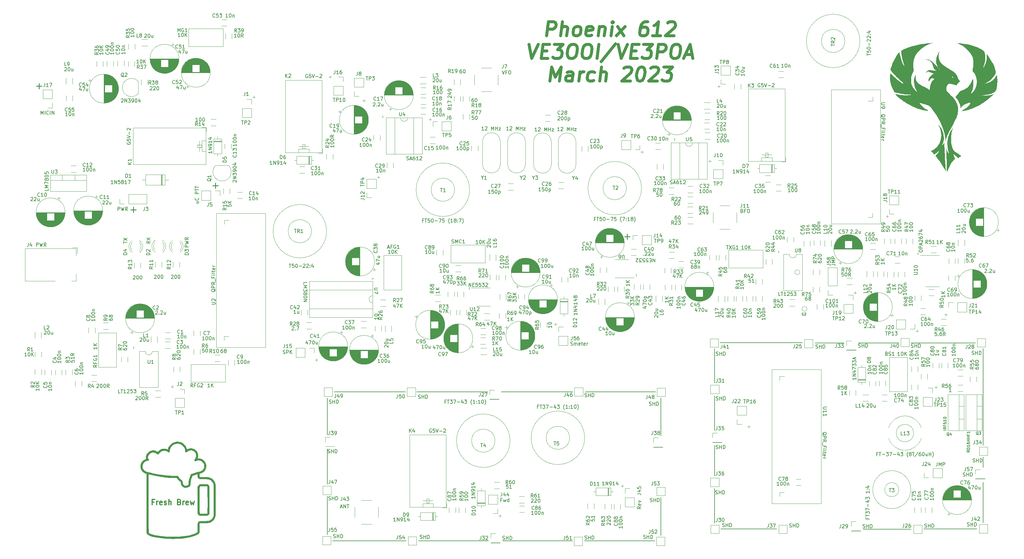
<source format=gbr>
%TF.GenerationSoftware,KiCad,Pcbnew,(6.0.7)*%
%TF.CreationDate,2023-03-24T16:40:47-04:00*%
%TF.ProjectId,Phoenix612 Complete v1.1,50686f65-6e69-4783-9631-3220436f6d70,rev?*%
%TF.SameCoordinates,Original*%
%TF.FileFunction,Legend,Top*%
%TF.FilePolarity,Positive*%
%FSLAX46Y46*%
G04 Gerber Fmt 4.6, Leading zero omitted, Abs format (unit mm)*
G04 Created by KiCad (PCBNEW (6.0.7)) date 2023-03-24 16:40:47*
%MOMM*%
%LPD*%
G01*
G04 APERTURE LIST*
%ADD10C,0.300000*%
%ADD11C,0.150000*%
%ADD12C,0.125000*%
%ADD13C,0.250000*%
%ADD14C,0.100000*%
%ADD15C,0.875000*%
%ADD16C,0.120000*%
G04 APERTURE END LIST*
D10*
X56011642Y-176359357D02*
X55511642Y-176359357D01*
X55511642Y-177145071D02*
X55511642Y-175645071D01*
X56225928Y-175645071D01*
X56797357Y-177145071D02*
X56797357Y-176145071D01*
X56797357Y-176430785D02*
X56868785Y-176287928D01*
X56940214Y-176216500D01*
X57083071Y-176145071D01*
X57225928Y-176145071D01*
X58297357Y-177073642D02*
X58154500Y-177145071D01*
X57868785Y-177145071D01*
X57725928Y-177073642D01*
X57654500Y-176930785D01*
X57654500Y-176359357D01*
X57725928Y-176216500D01*
X57868785Y-176145071D01*
X58154500Y-176145071D01*
X58297357Y-176216500D01*
X58368785Y-176359357D01*
X58368785Y-176502214D01*
X57654500Y-176645071D01*
X58940214Y-177073642D02*
X59083071Y-177145071D01*
X59368785Y-177145071D01*
X59511642Y-177073642D01*
X59583071Y-176930785D01*
X59583071Y-176859357D01*
X59511642Y-176716500D01*
X59368785Y-176645071D01*
X59154500Y-176645071D01*
X59011642Y-176573642D01*
X58940214Y-176430785D01*
X58940214Y-176359357D01*
X59011642Y-176216500D01*
X59154500Y-176145071D01*
X59368785Y-176145071D01*
X59511642Y-176216500D01*
X60225928Y-177145071D02*
X60225928Y-175645071D01*
X60868785Y-177145071D02*
X60868785Y-176359357D01*
X60797357Y-176216500D01*
X60654500Y-176145071D01*
X60440214Y-176145071D01*
X60297357Y-176216500D01*
X60225928Y-176287928D01*
X63225928Y-176359357D02*
X63440214Y-176430785D01*
X63511642Y-176502214D01*
X63583071Y-176645071D01*
X63583071Y-176859357D01*
X63511642Y-177002214D01*
X63440214Y-177073642D01*
X63297357Y-177145071D01*
X62725928Y-177145071D01*
X62725928Y-175645071D01*
X63225928Y-175645071D01*
X63368785Y-175716500D01*
X63440214Y-175787928D01*
X63511642Y-175930785D01*
X63511642Y-176073642D01*
X63440214Y-176216500D01*
X63368785Y-176287928D01*
X63225928Y-176359357D01*
X62725928Y-176359357D01*
X64225928Y-177145071D02*
X64225928Y-176145071D01*
X64225928Y-176430785D02*
X64297357Y-176287928D01*
X64368785Y-176216500D01*
X64511642Y-176145071D01*
X64654500Y-176145071D01*
X65725928Y-177073642D02*
X65583071Y-177145071D01*
X65297357Y-177145071D01*
X65154500Y-177073642D01*
X65083071Y-176930785D01*
X65083071Y-176359357D01*
X65154500Y-176216500D01*
X65297357Y-176145071D01*
X65583071Y-176145071D01*
X65725928Y-176216500D01*
X65797357Y-176359357D01*
X65797357Y-176502214D01*
X65083071Y-176645071D01*
X66297357Y-176145071D02*
X66583071Y-177145071D01*
X66868785Y-176430785D01*
X67154500Y-177145071D01*
X67440214Y-176145071D01*
D11*
X178435000Y-145097500D02*
X198310500Y-145097500D01*
X291274500Y-160210500D02*
X291274500Y-132715000D01*
X215074500Y-160274000D02*
X215074500Y-168910000D01*
X199834500Y-175006000D02*
X199834500Y-185864500D01*
X198120000Y-187388500D02*
X178181000Y-187388500D01*
X255905000Y-131191000D02*
X267398500Y-131191000D01*
X291274500Y-182245000D02*
X291274500Y-170688000D01*
X154940000Y-187388500D02*
X174752000Y-187388500D01*
X215074500Y-132778500D02*
X215074500Y-142494000D01*
X130619500Y-145097500D02*
X150622000Y-145097500D01*
X289115500Y-131191000D02*
X270764000Y-131191000D01*
X127508000Y-187388500D02*
X106680000Y-187388500D01*
X216852500Y-184023000D02*
X232664000Y-184023000D01*
X105156000Y-146748500D02*
X105156000Y-157226000D01*
X105156000Y-161226500D02*
X105156000Y-171323000D01*
X199834500Y-146748500D02*
X199834500Y-157480000D01*
X131127500Y-187388500D02*
X150876000Y-187388500D01*
X154559000Y-145097500D02*
X174879000Y-145097500D01*
X257238500Y-184086500D02*
X270827500Y-184086500D01*
X291274500Y-163576000D02*
X291274500Y-166497000D01*
X239966500Y-131127500D02*
X216725500Y-131127500D01*
X215074500Y-172497750D02*
X215074500Y-182340250D01*
X243586000Y-131191000D02*
X251841000Y-131191000D01*
X105156000Y-174688500D02*
X105156000Y-185610500D01*
X215074500Y-146177000D02*
X215074500Y-155956000D01*
X289496500Y-184023000D02*
X274447000Y-184023000D01*
X107124500Y-145097500D02*
X127381000Y-145097500D01*
D12*
X272938857Y-106017190D02*
X272653142Y-106017190D01*
X272796000Y-106017190D02*
X272796000Y-105517190D01*
X272748380Y-105588619D01*
X272700761Y-105636238D01*
X272653142Y-105660047D01*
D13*
X189547595Y-100980857D02*
X191071404Y-100980857D01*
X190309500Y-101742761D02*
X190309500Y-100218952D01*
D14*
X153797047Y-180284428D02*
X154558952Y-180284428D01*
X154178000Y-180665380D02*
X154178000Y-179903476D01*
X272161047Y-127769928D02*
X272922952Y-127769928D01*
X272542000Y-128150880D02*
X272542000Y-127388976D01*
D12*
X145621357Y-115859690D02*
X145335642Y-115859690D01*
X145478500Y-115859690D02*
X145478500Y-115359690D01*
X145430880Y-115431119D01*
X145383261Y-115478738D01*
X145335642Y-115502547D01*
D14*
X105600547Y-55570428D02*
X106362452Y-55570428D01*
X105981500Y-55951380D02*
X105981500Y-55189476D01*
D13*
X49403095Y-93360857D02*
X50926904Y-93360857D01*
X50165000Y-94122761D02*
X50165000Y-92598952D01*
D14*
X119316547Y-84081928D02*
X120078452Y-84081928D01*
X119697500Y-84462880D02*
X119697500Y-83700976D01*
X169545047Y-125864928D02*
X170306952Y-125864928D01*
X169926000Y-126245880D02*
X169926000Y-125483976D01*
X194119547Y-76906428D02*
X194881452Y-76906428D01*
X194500500Y-77287380D02*
X194500500Y-76525476D01*
X213360047Y-79509928D02*
X214121952Y-79509928D01*
X213741000Y-79890880D02*
X213741000Y-79128976D01*
D12*
X233378357Y-105445690D02*
X233092642Y-105445690D01*
X233235500Y-105445690D02*
X233235500Y-104945690D01*
X233187880Y-105017119D01*
X233140261Y-105064738D01*
X233092642Y-105088547D01*
D14*
X188531547Y-171775428D02*
X189293452Y-171775428D01*
X188912500Y-172156380D02*
X188912500Y-171394476D01*
D12*
X203850857Y-73505190D02*
X203565142Y-73505190D01*
X203708000Y-73505190D02*
X203708000Y-73005190D01*
X203660380Y-73076619D01*
X203612761Y-73124238D01*
X203565142Y-73148047D01*
D13*
X22606095Y-58181857D02*
X24129904Y-58181857D01*
X23368000Y-58943761D02*
X23368000Y-57419952D01*
D14*
X254571547Y-116911428D02*
X255333452Y-116911428D01*
X254952500Y-117292380D02*
X254952500Y-116530476D01*
X280352547Y-123134428D02*
X281114452Y-123134428D01*
X280733500Y-123515380D02*
X280733500Y-122753476D01*
D12*
X192706642Y-111724309D02*
X192992357Y-111724309D01*
X192849500Y-111724309D02*
X192849500Y-112224309D01*
X192897119Y-112152880D01*
X192944738Y-112105261D01*
X192992357Y-112081452D01*
D14*
X277495047Y-143771928D02*
X278256952Y-143771928D01*
X277876000Y-144152880D02*
X277876000Y-143390976D01*
D12*
X121046857Y-67091690D02*
X120761142Y-67091690D01*
X120904000Y-67091690D02*
X120904000Y-66591690D01*
X120856380Y-66663119D01*
X120808761Y-66710738D01*
X120761142Y-66734547D01*
D14*
X224409047Y-154947928D02*
X225170952Y-154947928D01*
X224790000Y-155328880D02*
X224790000Y-154566976D01*
D12*
X117820309Y-113045857D02*
X117820309Y-112760142D01*
X117820309Y-112903000D02*
X118320309Y-112903000D01*
X118248880Y-112855380D01*
X118201261Y-112807761D01*
X118177452Y-112760142D01*
D14*
X60833047Y-143581428D02*
X61594952Y-143581428D01*
X61214000Y-143962380D02*
X61214000Y-143200476D01*
X133985047Y-67635428D02*
X134746952Y-67635428D01*
X134366000Y-68016380D02*
X134366000Y-67254476D01*
D12*
X50371357Y-132687190D02*
X50085642Y-132687190D01*
X50228500Y-132687190D02*
X50228500Y-132187190D01*
X50180880Y-132258619D01*
X50133261Y-132306238D01*
X50085642Y-132330047D01*
D14*
X115189047Y-62301428D02*
X115950952Y-62301428D01*
X115570000Y-62682380D02*
X115570000Y-61920476D01*
X215900047Y-58300928D02*
X216661952Y-58300928D01*
X216281000Y-58681880D02*
X216281000Y-57919976D01*
D15*
X167422309Y-43883523D02*
X167922309Y-39883523D01*
X169446119Y-39883523D01*
X169803261Y-40074000D01*
X169969928Y-40264476D01*
X170112785Y-40645428D01*
X170041357Y-41216857D01*
X169803261Y-41597809D01*
X169588976Y-41788285D01*
X169184214Y-41978761D01*
X167660404Y-41978761D01*
X171422309Y-43883523D02*
X171922309Y-39883523D01*
X173136595Y-43883523D02*
X173398500Y-41788285D01*
X173255642Y-41407333D01*
X172898500Y-41216857D01*
X172327071Y-41216857D01*
X171922309Y-41407333D01*
X171708023Y-41597809D01*
X175612785Y-43883523D02*
X175255642Y-43693047D01*
X175088976Y-43502571D01*
X174946119Y-43121619D01*
X175088976Y-41978761D01*
X175327071Y-41597809D01*
X175541357Y-41407333D01*
X175946119Y-41216857D01*
X176517547Y-41216857D01*
X176874690Y-41407333D01*
X177041357Y-41597809D01*
X177184214Y-41978761D01*
X177041357Y-43121619D01*
X176803261Y-43502571D01*
X176588976Y-43693047D01*
X176184214Y-43883523D01*
X175612785Y-43883523D01*
X180208023Y-43693047D02*
X179803261Y-43883523D01*
X179041357Y-43883523D01*
X178684214Y-43693047D01*
X178541357Y-43312095D01*
X178731833Y-41788285D01*
X178969928Y-41407333D01*
X179374690Y-41216857D01*
X180136595Y-41216857D01*
X180493738Y-41407333D01*
X180636595Y-41788285D01*
X180588976Y-42169238D01*
X178636595Y-42550190D01*
X182422309Y-41216857D02*
X182088976Y-43883523D01*
X182374690Y-41597809D02*
X182588976Y-41407333D01*
X182993738Y-41216857D01*
X183565166Y-41216857D01*
X183922309Y-41407333D01*
X184065166Y-41788285D01*
X183803261Y-43883523D01*
X185708023Y-43883523D02*
X186041357Y-41216857D01*
X186208023Y-39883523D02*
X185993738Y-40074000D01*
X186160404Y-40264476D01*
X186374690Y-40074000D01*
X186208023Y-39883523D01*
X186160404Y-40264476D01*
X187231833Y-43883523D02*
X189660404Y-41216857D01*
X187565166Y-41216857D02*
X189327071Y-43883523D01*
X196112785Y-39883523D02*
X195350880Y-39883523D01*
X194946119Y-40074000D01*
X194731833Y-40264476D01*
X194279452Y-40835904D01*
X193993738Y-41597809D01*
X193803261Y-43121619D01*
X193946119Y-43502571D01*
X194112785Y-43693047D01*
X194469928Y-43883523D01*
X195231833Y-43883523D01*
X195636595Y-43693047D01*
X195850880Y-43502571D01*
X196088976Y-43121619D01*
X196208023Y-42169238D01*
X196065166Y-41788285D01*
X195898500Y-41597809D01*
X195541357Y-41407333D01*
X194779452Y-41407333D01*
X194374690Y-41597809D01*
X194160404Y-41788285D01*
X193922309Y-42169238D01*
X199803261Y-43883523D02*
X197517547Y-43883523D01*
X198660404Y-43883523D02*
X199160404Y-39883523D01*
X198708023Y-40454952D01*
X198279452Y-40835904D01*
X197874690Y-41026380D01*
X201779452Y-40264476D02*
X201993738Y-40074000D01*
X202398500Y-39883523D01*
X203350880Y-39883523D01*
X203708023Y-40074000D01*
X203874690Y-40264476D01*
X204017547Y-40645428D01*
X203969928Y-41026380D01*
X203708023Y-41597809D01*
X201136595Y-43883523D01*
X203612785Y-43883523D01*
X162398500Y-46323523D02*
X163231833Y-50323523D01*
X165065166Y-46323523D01*
X166160404Y-48228285D02*
X167493738Y-48228285D01*
X167803261Y-50323523D02*
X165898500Y-50323523D01*
X166398500Y-46323523D01*
X168303261Y-46323523D01*
X169636595Y-46323523D02*
X172112785Y-46323523D01*
X170588976Y-47847333D01*
X171160404Y-47847333D01*
X171517547Y-48037809D01*
X171684214Y-48228285D01*
X171827071Y-48609238D01*
X171708023Y-49561619D01*
X171469928Y-49942571D01*
X171255642Y-50133047D01*
X170850880Y-50323523D01*
X169708023Y-50323523D01*
X169350880Y-50133047D01*
X169184214Y-49942571D01*
X174588976Y-46323523D02*
X175350880Y-46323523D01*
X175708023Y-46514000D01*
X176041357Y-46894952D01*
X176136595Y-47656857D01*
X175969928Y-48990190D01*
X175684214Y-49752095D01*
X175255642Y-50133047D01*
X174850880Y-50323523D01*
X174088976Y-50323523D01*
X173731833Y-50133047D01*
X173398500Y-49752095D01*
X173303261Y-48990190D01*
X173469928Y-47656857D01*
X173755642Y-46894952D01*
X174184214Y-46514000D01*
X174588976Y-46323523D01*
X178779452Y-46323523D02*
X179541357Y-46323523D01*
X179898500Y-46514000D01*
X180231833Y-46894952D01*
X180327071Y-47656857D01*
X180160404Y-48990190D01*
X179874690Y-49752095D01*
X179446119Y-50133047D01*
X179041357Y-50323523D01*
X178279452Y-50323523D01*
X177922309Y-50133047D01*
X177588976Y-49752095D01*
X177493738Y-48990190D01*
X177660404Y-47656857D01*
X177946119Y-46894952D01*
X178374690Y-46514000D01*
X178779452Y-46323523D01*
X181708023Y-50323523D02*
X182208023Y-46323523D01*
X186993738Y-46133047D02*
X182922309Y-51275904D01*
X187731833Y-46323523D02*
X188565166Y-50323523D01*
X190398500Y-46323523D01*
X191493738Y-48228285D02*
X192827071Y-48228285D01*
X193136595Y-50323523D02*
X191231833Y-50323523D01*
X191731833Y-46323523D01*
X193636595Y-46323523D01*
X194969928Y-46323523D02*
X197446119Y-46323523D01*
X195922309Y-47847333D01*
X196493738Y-47847333D01*
X196850880Y-48037809D01*
X197017547Y-48228285D01*
X197160404Y-48609238D01*
X197041357Y-49561619D01*
X196803261Y-49942571D01*
X196588976Y-50133047D01*
X196184214Y-50323523D01*
X195041357Y-50323523D01*
X194684214Y-50133047D01*
X194517547Y-49942571D01*
X198660404Y-50323523D02*
X199160404Y-46323523D01*
X200684214Y-46323523D01*
X201041357Y-46514000D01*
X201208023Y-46704476D01*
X201350880Y-47085428D01*
X201279452Y-47656857D01*
X201041357Y-48037809D01*
X200827071Y-48228285D01*
X200422309Y-48418761D01*
X198898500Y-48418761D01*
X203922309Y-46323523D02*
X204684214Y-46323523D01*
X205041357Y-46514000D01*
X205374690Y-46894952D01*
X205469928Y-47656857D01*
X205303261Y-48990190D01*
X205017547Y-49752095D01*
X204588976Y-50133047D01*
X204184214Y-50323523D01*
X203422309Y-50323523D01*
X203065166Y-50133047D01*
X202731833Y-49752095D01*
X202636595Y-48990190D01*
X202803261Y-47656857D01*
X203088976Y-46894952D01*
X203517547Y-46514000D01*
X203922309Y-46323523D01*
X206803261Y-49180666D02*
X208708023Y-49180666D01*
X206279452Y-50323523D02*
X208112785Y-46323523D01*
X208946119Y-50323523D01*
X168374690Y-56763523D02*
X168874690Y-52763523D01*
X169850880Y-55620666D01*
X171541357Y-52763523D01*
X171041357Y-56763523D01*
X174660404Y-56763523D02*
X174922309Y-54668285D01*
X174779452Y-54287333D01*
X174422309Y-54096857D01*
X173660404Y-54096857D01*
X173255642Y-54287333D01*
X174684214Y-56573047D02*
X174279452Y-56763523D01*
X173327071Y-56763523D01*
X172969928Y-56573047D01*
X172827071Y-56192095D01*
X172874690Y-55811142D01*
X173112785Y-55430190D01*
X173517547Y-55239714D01*
X174469928Y-55239714D01*
X174874690Y-55049238D01*
X176565166Y-56763523D02*
X176898500Y-54096857D01*
X176803261Y-54858761D02*
X177041357Y-54477809D01*
X177255642Y-54287333D01*
X177660404Y-54096857D01*
X178041357Y-54096857D01*
X180779452Y-56573047D02*
X180374690Y-56763523D01*
X179612785Y-56763523D01*
X179255642Y-56573047D01*
X179088976Y-56382571D01*
X178946119Y-56001619D01*
X179088976Y-54858761D01*
X179327071Y-54477809D01*
X179541357Y-54287333D01*
X179946119Y-54096857D01*
X180708023Y-54096857D01*
X181065166Y-54287333D01*
X182469928Y-56763523D02*
X182969928Y-52763523D01*
X184184214Y-56763523D02*
X184446119Y-54668285D01*
X184303261Y-54287333D01*
X183946119Y-54096857D01*
X183374690Y-54096857D01*
X182969928Y-54287333D01*
X182755642Y-54477809D01*
X189398500Y-53144476D02*
X189612785Y-52954000D01*
X190017547Y-52763523D01*
X190969928Y-52763523D01*
X191327071Y-52954000D01*
X191493738Y-53144476D01*
X191636595Y-53525428D01*
X191588976Y-53906380D01*
X191327071Y-54477809D01*
X188755642Y-56763523D01*
X191231833Y-56763523D01*
X194208023Y-52763523D02*
X194588976Y-52763523D01*
X194946119Y-52954000D01*
X195112785Y-53144476D01*
X195255642Y-53525428D01*
X195350880Y-54287333D01*
X195231833Y-55239714D01*
X194946119Y-56001619D01*
X194708023Y-56382571D01*
X194493738Y-56573047D01*
X194088976Y-56763523D01*
X193708023Y-56763523D01*
X193350880Y-56573047D01*
X193184214Y-56382571D01*
X193041357Y-56001619D01*
X192946119Y-55239714D01*
X193065166Y-54287333D01*
X193350880Y-53525428D01*
X193588976Y-53144476D01*
X193803261Y-52954000D01*
X194208023Y-52763523D01*
X197017547Y-53144476D02*
X197231833Y-52954000D01*
X197636595Y-52763523D01*
X198588976Y-52763523D01*
X198946119Y-52954000D01*
X199112785Y-53144476D01*
X199255642Y-53525428D01*
X199208023Y-53906380D01*
X198946119Y-54477809D01*
X196374690Y-56763523D01*
X198850880Y-56763523D01*
X200684214Y-52763523D02*
X203160404Y-52763523D01*
X201636595Y-54287333D01*
X202208023Y-54287333D01*
X202565166Y-54477809D01*
X202731833Y-54668285D01*
X202874690Y-55049238D01*
X202755642Y-56001619D01*
X202517547Y-56382571D01*
X202303261Y-56573047D01*
X201898500Y-56763523D01*
X200755642Y-56763523D01*
X200398500Y-56573047D01*
X200231833Y-56382571D01*
D14*
X263715547Y-95194428D02*
X264477452Y-95194428D01*
X264096500Y-95575380D02*
X264096500Y-94813476D01*
X83947047Y-61285428D02*
X84708952Y-61285428D01*
X84328000Y-61666380D02*
X84328000Y-60904476D01*
D13*
X72707595Y-86439357D02*
X74231404Y-86439357D01*
X73469500Y-87201261D02*
X73469500Y-85677452D01*
D14*
X101727047Y-136024928D02*
X102488952Y-136024928D01*
X102108000Y-136405880D02*
X102108000Y-135643976D01*
D11*
%TO.C,R78*%
X198302642Y-88209380D02*
X197969309Y-87733190D01*
X197731214Y-88209380D02*
X197731214Y-87209380D01*
X198112166Y-87209380D01*
X198207404Y-87257000D01*
X198255023Y-87304619D01*
X198302642Y-87399857D01*
X198302642Y-87542714D01*
X198255023Y-87637952D01*
X198207404Y-87685571D01*
X198112166Y-87733190D01*
X197731214Y-87733190D01*
X198635976Y-87209380D02*
X199302642Y-87209380D01*
X198874071Y-88209380D01*
X199826452Y-87637952D02*
X199731214Y-87590333D01*
X199683595Y-87542714D01*
X199635976Y-87447476D01*
X199635976Y-87399857D01*
X199683595Y-87304619D01*
X199731214Y-87257000D01*
X199826452Y-87209380D01*
X200016928Y-87209380D01*
X200112166Y-87257000D01*
X200159785Y-87304619D01*
X200207404Y-87399857D01*
X200207404Y-87447476D01*
X200159785Y-87542714D01*
X200112166Y-87590333D01*
X200016928Y-87637952D01*
X199826452Y-87637952D01*
X199731214Y-87685571D01*
X199683595Y-87733190D01*
X199635976Y-87828428D01*
X199635976Y-88018904D01*
X199683595Y-88114142D01*
X199731214Y-88161761D01*
X199826452Y-88209380D01*
X200016928Y-88209380D01*
X200112166Y-88161761D01*
X200159785Y-88114142D01*
X200207404Y-88018904D01*
X200207404Y-87828428D01*
X200159785Y-87733190D01*
X200112166Y-87685571D01*
X200016928Y-87637952D01*
X199151904Y-88542880D02*
X198675714Y-88542880D01*
X198628095Y-89019071D01*
X198675714Y-88971452D01*
X198770952Y-88923833D01*
X199009047Y-88923833D01*
X199104285Y-88971452D01*
X199151904Y-89019071D01*
X199199523Y-89114309D01*
X199199523Y-89352404D01*
X199151904Y-89447642D01*
X199104285Y-89495261D01*
X199009047Y-89542880D01*
X198770952Y-89542880D01*
X198675714Y-89495261D01*
X198628095Y-89447642D01*
X199818571Y-88542880D02*
X199913809Y-88542880D01*
X200009047Y-88590500D01*
X200056666Y-88638119D01*
X200104285Y-88733357D01*
X200151904Y-88923833D01*
X200151904Y-89161928D01*
X200104285Y-89352404D01*
X200056666Y-89447642D01*
X200009047Y-89495261D01*
X199913809Y-89542880D01*
X199818571Y-89542880D01*
X199723333Y-89495261D01*
X199675714Y-89447642D01*
X199628095Y-89352404D01*
X199580476Y-89161928D01*
X199580476Y-88923833D01*
X199628095Y-88733357D01*
X199675714Y-88638119D01*
X199723333Y-88590500D01*
X199818571Y-88542880D01*
%TO.C,R77*%
X146867642Y-66174880D02*
X146534309Y-65698690D01*
X146296214Y-66174880D02*
X146296214Y-65174880D01*
X146677166Y-65174880D01*
X146772404Y-65222500D01*
X146820023Y-65270119D01*
X146867642Y-65365357D01*
X146867642Y-65508214D01*
X146820023Y-65603452D01*
X146772404Y-65651071D01*
X146677166Y-65698690D01*
X146296214Y-65698690D01*
X147200976Y-65174880D02*
X147867642Y-65174880D01*
X147439071Y-66174880D01*
X148153357Y-65174880D02*
X148820023Y-65174880D01*
X148391452Y-66174880D01*
X146764404Y-66698880D02*
X146288214Y-66698880D01*
X146240595Y-67175071D01*
X146288214Y-67127452D01*
X146383452Y-67079833D01*
X146621547Y-67079833D01*
X146716785Y-67127452D01*
X146764404Y-67175071D01*
X146812023Y-67270309D01*
X146812023Y-67508404D01*
X146764404Y-67603642D01*
X146716785Y-67651261D01*
X146621547Y-67698880D01*
X146383452Y-67698880D01*
X146288214Y-67651261D01*
X146240595Y-67603642D01*
X147431071Y-66698880D02*
X147526309Y-66698880D01*
X147621547Y-66746500D01*
X147669166Y-66794119D01*
X147716785Y-66889357D01*
X147764404Y-67079833D01*
X147764404Y-67317928D01*
X147716785Y-67508404D01*
X147669166Y-67603642D01*
X147621547Y-67651261D01*
X147526309Y-67698880D01*
X147431071Y-67698880D01*
X147335833Y-67651261D01*
X147288214Y-67603642D01*
X147240595Y-67508404D01*
X147192976Y-67317928D01*
X147192976Y-67079833D01*
X147240595Y-66889357D01*
X147288214Y-66794119D01*
X147335833Y-66746500D01*
X147431071Y-66698880D01*
%TO.C,L17*%
X216225380Y-123134357D02*
X216225380Y-123610547D01*
X215225380Y-123610547D01*
X216225380Y-122277214D02*
X216225380Y-122848642D01*
X216225380Y-122562928D02*
X215225380Y-122562928D01*
X215368238Y-122658166D01*
X215463476Y-122753404D01*
X215511095Y-122848642D01*
X215225380Y-121943880D02*
X215225380Y-121277214D01*
X216225380Y-121705785D01*
X216654119Y-123832785D02*
X216606500Y-123785166D01*
X216558880Y-123689928D01*
X216558880Y-123451833D01*
X216606500Y-123356595D01*
X216654119Y-123308976D01*
X216749357Y-123261357D01*
X216844595Y-123261357D01*
X216987452Y-123308976D01*
X217558880Y-123880404D01*
X217558880Y-123261357D01*
X216558880Y-122642309D02*
X216558880Y-122547071D01*
X216606500Y-122451833D01*
X216654119Y-122404214D01*
X216749357Y-122356595D01*
X216939833Y-122308976D01*
X217177928Y-122308976D01*
X217368404Y-122356595D01*
X217463642Y-122404214D01*
X217511261Y-122451833D01*
X217558880Y-122547071D01*
X217558880Y-122642309D01*
X217511261Y-122737547D01*
X217463642Y-122785166D01*
X217368404Y-122832785D01*
X217177928Y-122880404D01*
X216939833Y-122880404D01*
X216749357Y-122832785D01*
X216654119Y-122785166D01*
X216606500Y-122737547D01*
X216558880Y-122642309D01*
X216892214Y-121451833D02*
X217558880Y-121451833D01*
X216892214Y-121880404D02*
X217416023Y-121880404D01*
X217511261Y-121832785D01*
X217558880Y-121737547D01*
X217558880Y-121594690D01*
X217511261Y-121499452D01*
X217463642Y-121451833D01*
%TO.C,D4*%
X48331380Y-106079595D02*
X47331380Y-106079595D01*
X47331380Y-105841500D01*
X47379000Y-105698642D01*
X47474238Y-105603404D01*
X47569476Y-105555785D01*
X47759952Y-105508166D01*
X47902809Y-105508166D01*
X48093285Y-105555785D01*
X48188523Y-105603404D01*
X48283761Y-105698642D01*
X48331380Y-105841500D01*
X48331380Y-106079595D01*
X47664714Y-104651023D02*
X48331380Y-104651023D01*
X47283761Y-104889119D02*
X47998047Y-105127214D01*
X47998047Y-104508166D01*
X47394880Y-102869904D02*
X47394880Y-102298476D01*
X48394880Y-102584190D02*
X47394880Y-102584190D01*
X47394880Y-102060380D02*
X48394880Y-101393714D01*
X47394880Y-101393714D02*
X48394880Y-102060380D01*
%TO.C,R29*%
X193767880Y-119768857D02*
X193291690Y-120102190D01*
X193767880Y-120340285D02*
X192767880Y-120340285D01*
X192767880Y-119959333D01*
X192815500Y-119864095D01*
X192863119Y-119816476D01*
X192958357Y-119768857D01*
X193101214Y-119768857D01*
X193196452Y-119816476D01*
X193244071Y-119864095D01*
X193291690Y-119959333D01*
X193291690Y-120340285D01*
X192863119Y-119387904D02*
X192815500Y-119340285D01*
X192767880Y-119245047D01*
X192767880Y-119006952D01*
X192815500Y-118911714D01*
X192863119Y-118864095D01*
X192958357Y-118816476D01*
X193053595Y-118816476D01*
X193196452Y-118864095D01*
X193767880Y-119435523D01*
X193767880Y-118816476D01*
X193767880Y-118340285D02*
X193767880Y-118149809D01*
X193720261Y-118054571D01*
X193672642Y-118006952D01*
X193529785Y-117911714D01*
X193339309Y-117864095D01*
X192958357Y-117864095D01*
X192863119Y-117911714D01*
X192815500Y-117959333D01*
X192767880Y-118054571D01*
X192767880Y-118245047D01*
X192815500Y-118340285D01*
X192863119Y-118387904D01*
X192958357Y-118435523D01*
X193196452Y-118435523D01*
X193291690Y-118387904D01*
X193339309Y-118340285D01*
X193386928Y-118245047D01*
X193386928Y-118054571D01*
X193339309Y-117959333D01*
X193291690Y-117911714D01*
X193196452Y-117864095D01*
X191243880Y-120499023D02*
X191243880Y-119879976D01*
X191624833Y-120213309D01*
X191624833Y-120070452D01*
X191672452Y-119975214D01*
X191720071Y-119927595D01*
X191815309Y-119879976D01*
X192053404Y-119879976D01*
X192148642Y-119927595D01*
X192196261Y-119975214D01*
X192243880Y-120070452D01*
X192243880Y-120356166D01*
X192196261Y-120451404D01*
X192148642Y-120499023D01*
X191243880Y-119546642D02*
X191243880Y-118927595D01*
X191624833Y-119260928D01*
X191624833Y-119118071D01*
X191672452Y-119022833D01*
X191720071Y-118975214D01*
X191815309Y-118927595D01*
X192053404Y-118927595D01*
X192148642Y-118975214D01*
X192196261Y-119022833D01*
X192243880Y-119118071D01*
X192243880Y-119403785D01*
X192196261Y-119499023D01*
X192148642Y-119546642D01*
X192243880Y-118499023D02*
X191243880Y-118499023D01*
X192243880Y-117927595D02*
X191672452Y-118356166D01*
X191243880Y-117927595D02*
X191815309Y-118499023D01*
%TO.C,C48*%
X179427142Y-111196357D02*
X179474761Y-111243976D01*
X179522380Y-111386833D01*
X179522380Y-111482071D01*
X179474761Y-111624928D01*
X179379523Y-111720166D01*
X179284285Y-111767785D01*
X179093809Y-111815404D01*
X178950952Y-111815404D01*
X178760476Y-111767785D01*
X178665238Y-111720166D01*
X178570000Y-111624928D01*
X178522380Y-111482071D01*
X178522380Y-111386833D01*
X178570000Y-111243976D01*
X178617619Y-111196357D01*
X178855714Y-110339214D02*
X179522380Y-110339214D01*
X178474761Y-110577309D02*
X179189047Y-110815404D01*
X179189047Y-110196357D01*
X178950952Y-109672547D02*
X178903333Y-109767785D01*
X178855714Y-109815404D01*
X178760476Y-109863023D01*
X178712857Y-109863023D01*
X178617619Y-109815404D01*
X178570000Y-109767785D01*
X178522380Y-109672547D01*
X178522380Y-109482071D01*
X178570000Y-109386833D01*
X178617619Y-109339214D01*
X178712857Y-109291595D01*
X178760476Y-109291595D01*
X178855714Y-109339214D01*
X178903333Y-109386833D01*
X178950952Y-109482071D01*
X178950952Y-109672547D01*
X178998571Y-109767785D01*
X179046190Y-109815404D01*
X179141428Y-109863023D01*
X179331904Y-109863023D01*
X179427142Y-109815404D01*
X179474761Y-109767785D01*
X179522380Y-109672547D01*
X179522380Y-109482071D01*
X179474761Y-109386833D01*
X179427142Y-109339214D01*
X179331904Y-109291595D01*
X179141428Y-109291595D01*
X179046190Y-109339214D01*
X178998571Y-109386833D01*
X178950952Y-109482071D01*
X180792380Y-111482047D02*
X180792380Y-112053476D01*
X180792380Y-111767761D02*
X179792380Y-111767761D01*
X179935238Y-111863000D01*
X180030476Y-111958238D01*
X180078095Y-112053476D01*
X179792380Y-110863000D02*
X179792380Y-110767761D01*
X179840000Y-110672523D01*
X179887619Y-110624904D01*
X179982857Y-110577285D01*
X180173333Y-110529666D01*
X180411428Y-110529666D01*
X180601904Y-110577285D01*
X180697142Y-110624904D01*
X180744761Y-110672523D01*
X180792380Y-110767761D01*
X180792380Y-110863000D01*
X180744761Y-110958238D01*
X180697142Y-111005857D01*
X180601904Y-111053476D01*
X180411428Y-111101095D01*
X180173333Y-111101095D01*
X179982857Y-111053476D01*
X179887619Y-111005857D01*
X179840000Y-110958238D01*
X179792380Y-110863000D01*
X179792380Y-109910619D02*
X179792380Y-109815380D01*
X179840000Y-109720142D01*
X179887619Y-109672523D01*
X179982857Y-109624904D01*
X180173333Y-109577285D01*
X180411428Y-109577285D01*
X180601904Y-109624904D01*
X180697142Y-109672523D01*
X180744761Y-109720142D01*
X180792380Y-109815380D01*
X180792380Y-109910619D01*
X180744761Y-110005857D01*
X180697142Y-110053476D01*
X180601904Y-110101095D01*
X180411428Y-110148714D01*
X180173333Y-110148714D01*
X179982857Y-110101095D01*
X179887619Y-110053476D01*
X179840000Y-110005857D01*
X179792380Y-109910619D01*
X180125714Y-109148714D02*
X180792380Y-109148714D01*
X180220952Y-109148714D02*
X180173333Y-109101095D01*
X180125714Y-109005857D01*
X180125714Y-108863000D01*
X180173333Y-108767761D01*
X180268571Y-108720142D01*
X180792380Y-108720142D01*
%TO.C,J3*%
X53324166Y-92543380D02*
X53324166Y-93257666D01*
X53276547Y-93400523D01*
X53181309Y-93495761D01*
X53038452Y-93543380D01*
X52943214Y-93543380D01*
X53705119Y-92543380D02*
X54324166Y-92543380D01*
X53990833Y-92924333D01*
X54133690Y-92924333D01*
X54228928Y-92971952D01*
X54276547Y-93019571D01*
X54324166Y-93114809D01*
X54324166Y-93352904D01*
X54276547Y-93448142D01*
X54228928Y-93495761D01*
X54133690Y-93543380D01*
X53847976Y-93543380D01*
X53752738Y-93495761D01*
X53705119Y-93448142D01*
X45783666Y-93543380D02*
X45783666Y-92543380D01*
X46164619Y-92543380D01*
X46259857Y-92591000D01*
X46307476Y-92638619D01*
X46355095Y-92733857D01*
X46355095Y-92876714D01*
X46307476Y-92971952D01*
X46259857Y-93019571D01*
X46164619Y-93067190D01*
X45783666Y-93067190D01*
X46688428Y-92543380D02*
X46926523Y-93543380D01*
X47117000Y-92829095D01*
X47307476Y-93543380D01*
X47545571Y-92543380D01*
X48497952Y-93543380D02*
X48164619Y-93067190D01*
X47926523Y-93543380D02*
X47926523Y-92543380D01*
X48307476Y-92543380D01*
X48402714Y-92591000D01*
X48450333Y-92638619D01*
X48497952Y-92733857D01*
X48497952Y-92876714D01*
X48450333Y-92971952D01*
X48402714Y-93019571D01*
X48307476Y-93067190D01*
X47926523Y-93067190D01*
%TO.C,L7*%
X180427333Y-118308380D02*
X179951142Y-118308380D01*
X179951142Y-117308380D01*
X180665428Y-117308380D02*
X181332095Y-117308380D01*
X180903523Y-118308380D01*
X178744714Y-118673619D02*
X178792333Y-118626000D01*
X178887571Y-118578380D01*
X179125666Y-118578380D01*
X179220904Y-118626000D01*
X179268523Y-118673619D01*
X179316142Y-118768857D01*
X179316142Y-118864095D01*
X179268523Y-119006952D01*
X178697095Y-119578380D01*
X179316142Y-119578380D01*
X179935190Y-118578380D02*
X180030428Y-118578380D01*
X180125666Y-118626000D01*
X180173285Y-118673619D01*
X180220904Y-118768857D01*
X180268523Y-118959333D01*
X180268523Y-119197428D01*
X180220904Y-119387904D01*
X180173285Y-119483142D01*
X180125666Y-119530761D01*
X180030428Y-119578380D01*
X179935190Y-119578380D01*
X179839952Y-119530761D01*
X179792333Y-119483142D01*
X179744714Y-119387904D01*
X179697095Y-119197428D01*
X179697095Y-118959333D01*
X179744714Y-118768857D01*
X179792333Y-118673619D01*
X179839952Y-118626000D01*
X179935190Y-118578380D01*
X181125666Y-118911714D02*
X181125666Y-119578380D01*
X180697095Y-118911714D02*
X180697095Y-119435523D01*
X180744714Y-119530761D01*
X180839952Y-119578380D01*
X180982809Y-119578380D01*
X181078047Y-119530761D01*
X181125666Y-119483142D01*
%TO.C,J34*%
X288877476Y-158900880D02*
X288877476Y-159615166D01*
X288829857Y-159758023D01*
X288734619Y-159853261D01*
X288591761Y-159900880D01*
X288496523Y-159900880D01*
X289258428Y-158900880D02*
X289877476Y-158900880D01*
X289544142Y-159281833D01*
X289687000Y-159281833D01*
X289782238Y-159329452D01*
X289829857Y-159377071D01*
X289877476Y-159472309D01*
X289877476Y-159710404D01*
X289829857Y-159805642D01*
X289782238Y-159853261D01*
X289687000Y-159900880D01*
X289401285Y-159900880D01*
X289306047Y-159853261D01*
X289258428Y-159805642D01*
X290734619Y-159234214D02*
X290734619Y-159900880D01*
X290496523Y-158853261D02*
X290258428Y-159567547D01*
X290877476Y-159567547D01*
X288377476Y-164996761D02*
X288520333Y-165044380D01*
X288758428Y-165044380D01*
X288853666Y-164996761D01*
X288901285Y-164949142D01*
X288948904Y-164853904D01*
X288948904Y-164758666D01*
X288901285Y-164663428D01*
X288853666Y-164615809D01*
X288758428Y-164568190D01*
X288567952Y-164520571D01*
X288472714Y-164472952D01*
X288425095Y-164425333D01*
X288377476Y-164330095D01*
X288377476Y-164234857D01*
X288425095Y-164139619D01*
X288472714Y-164092000D01*
X288567952Y-164044380D01*
X288806047Y-164044380D01*
X288948904Y-164092000D01*
X289377476Y-165044380D02*
X289377476Y-164044380D01*
X289377476Y-164520571D02*
X289948904Y-164520571D01*
X289948904Y-165044380D02*
X289948904Y-164044380D01*
X290425095Y-165044380D02*
X290425095Y-164044380D01*
X290663190Y-164044380D01*
X290806047Y-164092000D01*
X290901285Y-164187238D01*
X290948904Y-164282476D01*
X290996523Y-164472952D01*
X290996523Y-164615809D01*
X290948904Y-164806285D01*
X290901285Y-164901523D01*
X290806047Y-164996761D01*
X290663190Y-165044380D01*
X290425095Y-165044380D01*
%TO.C,C45*%
X208970642Y-120689642D02*
X208923023Y-120737261D01*
X208780166Y-120784880D01*
X208684928Y-120784880D01*
X208542071Y-120737261D01*
X208446833Y-120642023D01*
X208399214Y-120546785D01*
X208351595Y-120356309D01*
X208351595Y-120213452D01*
X208399214Y-120022976D01*
X208446833Y-119927738D01*
X208542071Y-119832500D01*
X208684928Y-119784880D01*
X208780166Y-119784880D01*
X208923023Y-119832500D01*
X208970642Y-119880119D01*
X209827785Y-120118214D02*
X209827785Y-120784880D01*
X209589690Y-119737261D02*
X209351595Y-120451547D01*
X209970642Y-120451547D01*
X210827785Y-119784880D02*
X210351595Y-119784880D01*
X210303976Y-120261071D01*
X210351595Y-120213452D01*
X210446833Y-120165833D01*
X210684928Y-120165833D01*
X210780166Y-120213452D01*
X210827785Y-120261071D01*
X210875404Y-120356309D01*
X210875404Y-120594404D01*
X210827785Y-120689642D01*
X210780166Y-120737261D01*
X210684928Y-120784880D01*
X210446833Y-120784880D01*
X210351595Y-120737261D01*
X210303976Y-120689642D01*
X210050214Y-121578714D02*
X210050214Y-122245380D01*
X209812119Y-121197761D02*
X209574023Y-121912047D01*
X210193071Y-121912047D01*
X210478785Y-121245380D02*
X211145452Y-121245380D01*
X210716880Y-122245380D01*
X211716880Y-121245380D02*
X211812119Y-121245380D01*
X211907357Y-121293000D01*
X211954976Y-121340619D01*
X212002595Y-121435857D01*
X212050214Y-121626333D01*
X212050214Y-121864428D01*
X212002595Y-122054904D01*
X211954976Y-122150142D01*
X211907357Y-122197761D01*
X211812119Y-122245380D01*
X211716880Y-122245380D01*
X211621642Y-122197761D01*
X211574023Y-122150142D01*
X211526404Y-122054904D01*
X211478785Y-121864428D01*
X211478785Y-121626333D01*
X211526404Y-121435857D01*
X211574023Y-121340619D01*
X211621642Y-121293000D01*
X211716880Y-121245380D01*
X212907357Y-121578714D02*
X212907357Y-122245380D01*
X212478785Y-121578714D02*
X212478785Y-122102523D01*
X212526404Y-122197761D01*
X212621642Y-122245380D01*
X212764500Y-122245380D01*
X212859738Y-122197761D01*
X212907357Y-122150142D01*
%TO.C,C82*%
X260897642Y-139400357D02*
X260945261Y-139447976D01*
X260992880Y-139590833D01*
X260992880Y-139686071D01*
X260945261Y-139828928D01*
X260850023Y-139924166D01*
X260754785Y-139971785D01*
X260564309Y-140019404D01*
X260421452Y-140019404D01*
X260230976Y-139971785D01*
X260135738Y-139924166D01*
X260040500Y-139828928D01*
X259992880Y-139686071D01*
X259992880Y-139590833D01*
X260040500Y-139447976D01*
X260088119Y-139400357D01*
X260421452Y-138828928D02*
X260373833Y-138924166D01*
X260326214Y-138971785D01*
X260230976Y-139019404D01*
X260183357Y-139019404D01*
X260088119Y-138971785D01*
X260040500Y-138924166D01*
X259992880Y-138828928D01*
X259992880Y-138638452D01*
X260040500Y-138543214D01*
X260088119Y-138495595D01*
X260183357Y-138447976D01*
X260230976Y-138447976D01*
X260326214Y-138495595D01*
X260373833Y-138543214D01*
X260421452Y-138638452D01*
X260421452Y-138828928D01*
X260469071Y-138924166D01*
X260516690Y-138971785D01*
X260611928Y-139019404D01*
X260802404Y-139019404D01*
X260897642Y-138971785D01*
X260945261Y-138924166D01*
X260992880Y-138828928D01*
X260992880Y-138638452D01*
X260945261Y-138543214D01*
X260897642Y-138495595D01*
X260802404Y-138447976D01*
X260611928Y-138447976D01*
X260516690Y-138495595D01*
X260469071Y-138543214D01*
X260421452Y-138638452D01*
X260088119Y-138067023D02*
X260040500Y-138019404D01*
X259992880Y-137924166D01*
X259992880Y-137686071D01*
X260040500Y-137590833D01*
X260088119Y-137543214D01*
X260183357Y-137495595D01*
X260278595Y-137495595D01*
X260421452Y-137543214D01*
X260992880Y-138114642D01*
X260992880Y-137495595D01*
X259532380Y-139390357D02*
X259532380Y-139961785D01*
X259532380Y-139676071D02*
X258532380Y-139676071D01*
X258675238Y-139771309D01*
X258770476Y-139866547D01*
X258818095Y-139961785D01*
X258532380Y-138771309D02*
X258532380Y-138676071D01*
X258580000Y-138580833D01*
X258627619Y-138533214D01*
X258722857Y-138485595D01*
X258913333Y-138437976D01*
X259151428Y-138437976D01*
X259341904Y-138485595D01*
X259437142Y-138533214D01*
X259484761Y-138580833D01*
X259532380Y-138676071D01*
X259532380Y-138771309D01*
X259484761Y-138866547D01*
X259437142Y-138914166D01*
X259341904Y-138961785D01*
X259151428Y-139009404D01*
X258913333Y-139009404D01*
X258722857Y-138961785D01*
X258627619Y-138914166D01*
X258580000Y-138866547D01*
X258532380Y-138771309D01*
X258865714Y-138009404D02*
X259532380Y-138009404D01*
X258960952Y-138009404D02*
X258913333Y-137961785D01*
X258865714Y-137866547D01*
X258865714Y-137723690D01*
X258913333Y-137628452D01*
X259008571Y-137580833D01*
X259532380Y-137580833D01*
%TO.C,MG1*%
X62761976Y-42743380D02*
X62761976Y-41743380D01*
X63095309Y-42457666D01*
X63428642Y-41743380D01*
X63428642Y-42743380D01*
X64428642Y-41791000D02*
X64333404Y-41743380D01*
X64190547Y-41743380D01*
X64047690Y-41791000D01*
X63952452Y-41886238D01*
X63904833Y-41981476D01*
X63857214Y-42171952D01*
X63857214Y-42314809D01*
X63904833Y-42505285D01*
X63952452Y-42600523D01*
X64047690Y-42695761D01*
X64190547Y-42743380D01*
X64285785Y-42743380D01*
X64428642Y-42695761D01*
X64476261Y-42648142D01*
X64476261Y-42314809D01*
X64285785Y-42314809D01*
X65428642Y-42743380D02*
X64857214Y-42743380D01*
X65142928Y-42743380D02*
X65142928Y-41743380D01*
X65047690Y-41886238D01*
X64952452Y-41981476D01*
X64857214Y-42029095D01*
X63444523Y-44140380D02*
X62873095Y-44140380D01*
X63158809Y-44140380D02*
X63158809Y-43140380D01*
X63063571Y-43283238D01*
X62968333Y-43378476D01*
X62873095Y-43426095D01*
X64063571Y-43140380D02*
X64158809Y-43140380D01*
X64254047Y-43188000D01*
X64301666Y-43235619D01*
X64349285Y-43330857D01*
X64396904Y-43521333D01*
X64396904Y-43759428D01*
X64349285Y-43949904D01*
X64301666Y-44045142D01*
X64254047Y-44092761D01*
X64158809Y-44140380D01*
X64063571Y-44140380D01*
X63968333Y-44092761D01*
X63920714Y-44045142D01*
X63873095Y-43949904D01*
X63825476Y-43759428D01*
X63825476Y-43521333D01*
X63873095Y-43330857D01*
X63920714Y-43235619D01*
X63968333Y-43188000D01*
X64063571Y-43140380D01*
X64825476Y-44140380D02*
X64825476Y-43140380D01*
X65396904Y-44140380D02*
X64968333Y-43568952D01*
X65396904Y-43140380D02*
X64825476Y-43711809D01*
%TO.C,R69*%
X156900642Y-123144031D02*
X156567309Y-122667841D01*
X156329214Y-123144031D02*
X156329214Y-122144031D01*
X156710166Y-122144031D01*
X156805404Y-122191651D01*
X156853023Y-122239270D01*
X156900642Y-122334508D01*
X156900642Y-122477365D01*
X156853023Y-122572603D01*
X156805404Y-122620222D01*
X156710166Y-122667841D01*
X156329214Y-122667841D01*
X157757785Y-122144031D02*
X157567309Y-122144031D01*
X157472071Y-122191651D01*
X157424452Y-122239270D01*
X157329214Y-122382127D01*
X157281595Y-122572603D01*
X157281595Y-122953555D01*
X157329214Y-123048793D01*
X157376833Y-123096412D01*
X157472071Y-123144031D01*
X157662547Y-123144031D01*
X157757785Y-123096412D01*
X157805404Y-123048793D01*
X157853023Y-122953555D01*
X157853023Y-122715460D01*
X157805404Y-122620222D01*
X157757785Y-122572603D01*
X157662547Y-122524984D01*
X157472071Y-122524984D01*
X157376833Y-122572603D01*
X157329214Y-122620222D01*
X157281595Y-122715460D01*
X158329214Y-123144031D02*
X158519690Y-123144031D01*
X158614928Y-123096412D01*
X158662547Y-123048793D01*
X158757785Y-122905936D01*
X158805404Y-122715460D01*
X158805404Y-122334508D01*
X158757785Y-122239270D01*
X158710166Y-122191651D01*
X158614928Y-122144031D01*
X158424452Y-122144031D01*
X158329214Y-122191651D01*
X158281595Y-122239270D01*
X158233976Y-122334508D01*
X158233976Y-122572603D01*
X158281595Y-122667841D01*
X158329214Y-122715460D01*
X158424452Y-122763079D01*
X158614928Y-122763079D01*
X158710166Y-122715460D01*
X158757785Y-122667841D01*
X158805404Y-122572603D01*
X156884714Y-124922031D02*
X156313285Y-124922031D01*
X156599000Y-124922031D02*
X156599000Y-123922031D01*
X156503761Y-124064889D01*
X156408523Y-124160127D01*
X156313285Y-124207746D01*
X157313285Y-124922031D02*
X157313285Y-123922031D01*
X157884714Y-124922031D02*
X157456142Y-124350603D01*
X157884714Y-123922031D02*
X157313285Y-124493460D01*
%TO.C,C57*%
X251007642Y-99934793D02*
X250960023Y-99982412D01*
X250817166Y-100030031D01*
X250721928Y-100030031D01*
X250579071Y-99982412D01*
X250483833Y-99887174D01*
X250436214Y-99791936D01*
X250388595Y-99601460D01*
X250388595Y-99458603D01*
X250436214Y-99268127D01*
X250483833Y-99172889D01*
X250579071Y-99077651D01*
X250721928Y-99030031D01*
X250817166Y-99030031D01*
X250960023Y-99077651D01*
X251007642Y-99125270D01*
X251912404Y-99030031D02*
X251436214Y-99030031D01*
X251388595Y-99506222D01*
X251436214Y-99458603D01*
X251531452Y-99410984D01*
X251769547Y-99410984D01*
X251864785Y-99458603D01*
X251912404Y-99506222D01*
X251960023Y-99601460D01*
X251960023Y-99839555D01*
X251912404Y-99934793D01*
X251864785Y-99982412D01*
X251769547Y-100030031D01*
X251531452Y-100030031D01*
X251436214Y-99982412D01*
X251388595Y-99934793D01*
X252293357Y-99030031D02*
X252960023Y-99030031D01*
X252531452Y-100030031D01*
X253627119Y-99115619D02*
X253674738Y-99068000D01*
X253769976Y-99020380D01*
X254008071Y-99020380D01*
X254103309Y-99068000D01*
X254150928Y-99115619D01*
X254198547Y-99210857D01*
X254198547Y-99306095D01*
X254150928Y-99448952D01*
X253579500Y-100020380D01*
X254198547Y-100020380D01*
X254627119Y-99925142D02*
X254674738Y-99972761D01*
X254627119Y-100020380D01*
X254579500Y-99972761D01*
X254627119Y-99925142D01*
X254627119Y-100020380D01*
X255055690Y-99115619D02*
X255103309Y-99068000D01*
X255198547Y-99020380D01*
X255436642Y-99020380D01*
X255531880Y-99068000D01*
X255579500Y-99115619D01*
X255627119Y-99210857D01*
X255627119Y-99306095D01*
X255579500Y-99448952D01*
X255008071Y-100020380D01*
X255627119Y-100020380D01*
X256484261Y-99353714D02*
X256484261Y-100020380D01*
X256055690Y-99353714D02*
X256055690Y-99877523D01*
X256103309Y-99972761D01*
X256198547Y-100020380D01*
X256341404Y-100020380D01*
X256436642Y-99972761D01*
X256484261Y-99925142D01*
%TO.C,U6*%
X189470234Y-107196499D02*
X189470234Y-106386975D01*
X189422615Y-106291737D01*
X189374996Y-106244118D01*
X189279758Y-106196499D01*
X189089282Y-106196499D01*
X188994044Y-106244118D01*
X188946425Y-106291737D01*
X188898806Y-106386975D01*
X188898806Y-107196499D01*
X187994044Y-107196499D02*
X188184520Y-107196499D01*
X188279758Y-107148880D01*
X188327377Y-107101260D01*
X188422615Y-106958403D01*
X188470234Y-106767927D01*
X188470234Y-106386975D01*
X188422615Y-106291737D01*
X188374996Y-106244118D01*
X188279758Y-106196499D01*
X188089282Y-106196499D01*
X187994044Y-106244118D01*
X187946425Y-106291737D01*
X187898806Y-106386975D01*
X187898806Y-106625070D01*
X187946425Y-106720308D01*
X187994044Y-106767927D01*
X188089282Y-106815546D01*
X188279758Y-106815546D01*
X188374996Y-106767927D01*
X188422615Y-106720308D01*
X188470234Y-106625070D01*
X198159357Y-107180119D02*
X198159357Y-108180119D01*
X197587928Y-107180119D01*
X197587928Y-108180119D01*
X197111738Y-107703928D02*
X196778404Y-107703928D01*
X196635547Y-107180119D02*
X197111738Y-107180119D01*
X197111738Y-108180119D01*
X196635547Y-108180119D01*
X195730785Y-108180119D02*
X196206976Y-108180119D01*
X196254595Y-107703928D01*
X196206976Y-107751547D01*
X196111738Y-107799166D01*
X195873642Y-107799166D01*
X195778404Y-107751547D01*
X195730785Y-107703928D01*
X195683166Y-107608690D01*
X195683166Y-107370595D01*
X195730785Y-107275357D01*
X195778404Y-107227738D01*
X195873642Y-107180119D01*
X196111738Y-107180119D01*
X196206976Y-107227738D01*
X196254595Y-107275357D01*
X194778404Y-108180119D02*
X195254595Y-108180119D01*
X195302214Y-107703928D01*
X195254595Y-107751547D01*
X195159357Y-107799166D01*
X194921261Y-107799166D01*
X194826023Y-107751547D01*
X194778404Y-107703928D01*
X194730785Y-107608690D01*
X194730785Y-107370595D01*
X194778404Y-107275357D01*
X194826023Y-107227738D01*
X194921261Y-107180119D01*
X195159357Y-107180119D01*
X195254595Y-107227738D01*
X195302214Y-107275357D01*
X194397452Y-108180119D02*
X193778404Y-108180119D01*
X194111738Y-107799166D01*
X193968880Y-107799166D01*
X193873642Y-107751547D01*
X193826023Y-107703928D01*
X193778404Y-107608690D01*
X193778404Y-107370595D01*
X193826023Y-107275357D01*
X193873642Y-107227738D01*
X193968880Y-107180119D01*
X194254595Y-107180119D01*
X194349833Y-107227738D01*
X194397452Y-107275357D01*
X193397452Y-108084880D02*
X193349833Y-108132500D01*
X193254595Y-108180119D01*
X193016500Y-108180119D01*
X192921261Y-108132500D01*
X192873642Y-108084880D01*
X192826023Y-107989642D01*
X192826023Y-107894404D01*
X192873642Y-107751547D01*
X193445071Y-107180119D01*
X192826023Y-107180119D01*
%TO.C,C93*%
X138739642Y-112879142D02*
X138692023Y-112926761D01*
X138549166Y-112974380D01*
X138453928Y-112974380D01*
X138311071Y-112926761D01*
X138215833Y-112831523D01*
X138168214Y-112736285D01*
X138120595Y-112545809D01*
X138120595Y-112402952D01*
X138168214Y-112212476D01*
X138215833Y-112117238D01*
X138311071Y-112022000D01*
X138453928Y-111974380D01*
X138549166Y-111974380D01*
X138692023Y-112022000D01*
X138739642Y-112069619D01*
X139215833Y-112974380D02*
X139406309Y-112974380D01*
X139501547Y-112926761D01*
X139549166Y-112879142D01*
X139644404Y-112736285D01*
X139692023Y-112545809D01*
X139692023Y-112164857D01*
X139644404Y-112069619D01*
X139596785Y-112022000D01*
X139501547Y-111974380D01*
X139311071Y-111974380D01*
X139215833Y-112022000D01*
X139168214Y-112069619D01*
X139120595Y-112164857D01*
X139120595Y-112402952D01*
X139168214Y-112498190D01*
X139215833Y-112545809D01*
X139311071Y-112593428D01*
X139501547Y-112593428D01*
X139596785Y-112545809D01*
X139644404Y-112498190D01*
X139692023Y-112402952D01*
X140025357Y-111974380D02*
X140644404Y-111974380D01*
X140311071Y-112355333D01*
X140453928Y-112355333D01*
X140549166Y-112402952D01*
X140596785Y-112450571D01*
X140644404Y-112545809D01*
X140644404Y-112783904D01*
X140596785Y-112879142D01*
X140549166Y-112926761D01*
X140453928Y-112974380D01*
X140168214Y-112974380D01*
X140072976Y-112926761D01*
X140025357Y-112879142D01*
X138612714Y-113641214D02*
X138612714Y-114307880D01*
X138374619Y-113260261D02*
X138136523Y-113974547D01*
X138755571Y-113974547D01*
X139041285Y-113307880D02*
X139707952Y-113307880D01*
X139279380Y-114307880D01*
X140279380Y-113307880D02*
X140374619Y-113307880D01*
X140469857Y-113355500D01*
X140517476Y-113403119D01*
X140565095Y-113498357D01*
X140612714Y-113688833D01*
X140612714Y-113926928D01*
X140565095Y-114117404D01*
X140517476Y-114212642D01*
X140469857Y-114260261D01*
X140374619Y-114307880D01*
X140279380Y-114307880D01*
X140184142Y-114260261D01*
X140136523Y-114212642D01*
X140088904Y-114117404D01*
X140041285Y-113926928D01*
X140041285Y-113688833D01*
X140088904Y-113498357D01*
X140136523Y-113403119D01*
X140184142Y-113355500D01*
X140279380Y-113307880D01*
X141041285Y-113641214D02*
X141041285Y-114641214D01*
X141041285Y-113688833D02*
X141136523Y-113641214D01*
X141327000Y-113641214D01*
X141422238Y-113688833D01*
X141469857Y-113736452D01*
X141517476Y-113831690D01*
X141517476Y-114117404D01*
X141469857Y-114212642D01*
X141422238Y-114260261D01*
X141327000Y-114307880D01*
X141136523Y-114307880D01*
X141041285Y-114260261D01*
%TO.C,J36*%
X215788976Y-167727380D02*
X215788976Y-168441666D01*
X215741357Y-168584523D01*
X215646119Y-168679761D01*
X215503261Y-168727380D01*
X215408023Y-168727380D01*
X216169928Y-167727380D02*
X216788976Y-167727380D01*
X216455642Y-168108333D01*
X216598500Y-168108333D01*
X216693738Y-168155952D01*
X216741357Y-168203571D01*
X216788976Y-168298809D01*
X216788976Y-168536904D01*
X216741357Y-168632142D01*
X216693738Y-168679761D01*
X216598500Y-168727380D01*
X216312785Y-168727380D01*
X216217547Y-168679761D01*
X216169928Y-168632142D01*
X217646119Y-167727380D02*
X217455642Y-167727380D01*
X217360404Y-167775000D01*
X217312785Y-167822619D01*
X217217547Y-167965476D01*
X217169928Y-168155952D01*
X217169928Y-168536904D01*
X217217547Y-168632142D01*
X217265166Y-168679761D01*
X217360404Y-168727380D01*
X217550880Y-168727380D01*
X217646119Y-168679761D01*
X217693738Y-168632142D01*
X217741357Y-168536904D01*
X217741357Y-168298809D01*
X217693738Y-168203571D01*
X217646119Y-168155952D01*
X217550880Y-168108333D01*
X217360404Y-168108333D01*
X217265166Y-168155952D01*
X217217547Y-168203571D01*
X217169928Y-168298809D01*
X215352476Y-174077261D02*
X215495333Y-174124880D01*
X215733428Y-174124880D01*
X215828666Y-174077261D01*
X215876285Y-174029642D01*
X215923904Y-173934404D01*
X215923904Y-173839166D01*
X215876285Y-173743928D01*
X215828666Y-173696309D01*
X215733428Y-173648690D01*
X215542952Y-173601071D01*
X215447714Y-173553452D01*
X215400095Y-173505833D01*
X215352476Y-173410595D01*
X215352476Y-173315357D01*
X215400095Y-173220119D01*
X215447714Y-173172500D01*
X215542952Y-173124880D01*
X215781047Y-173124880D01*
X215923904Y-173172500D01*
X216352476Y-174124880D02*
X216352476Y-173124880D01*
X216352476Y-173601071D02*
X216923904Y-173601071D01*
X216923904Y-174124880D02*
X216923904Y-173124880D01*
X217400095Y-174124880D02*
X217400095Y-173124880D01*
X217638190Y-173124880D01*
X217781047Y-173172500D01*
X217876285Y-173267738D01*
X217923904Y-173362976D01*
X217971523Y-173553452D01*
X217971523Y-173696309D01*
X217923904Y-173886785D01*
X217876285Y-173982023D01*
X217781047Y-174077261D01*
X217638190Y-174124880D01*
X217400095Y-174124880D01*
%TO.C,C15*%
X133405642Y-76176142D02*
X133358023Y-76223761D01*
X133215166Y-76271380D01*
X133119928Y-76271380D01*
X132977071Y-76223761D01*
X132881833Y-76128523D01*
X132834214Y-76033285D01*
X132786595Y-75842809D01*
X132786595Y-75699952D01*
X132834214Y-75509476D01*
X132881833Y-75414238D01*
X132977071Y-75319000D01*
X133119928Y-75271380D01*
X133215166Y-75271380D01*
X133358023Y-75319000D01*
X133405642Y-75366619D01*
X134358023Y-76271380D02*
X133786595Y-76271380D01*
X134072309Y-76271380D02*
X134072309Y-75271380D01*
X133977071Y-75414238D01*
X133881833Y-75509476D01*
X133786595Y-75557095D01*
X135262785Y-75271380D02*
X134786595Y-75271380D01*
X134738976Y-75747571D01*
X134786595Y-75699952D01*
X134881833Y-75652333D01*
X135119928Y-75652333D01*
X135215166Y-75699952D01*
X135262785Y-75747571D01*
X135310404Y-75842809D01*
X135310404Y-76080904D01*
X135262785Y-76176142D01*
X135215166Y-76223761D01*
X135119928Y-76271380D01*
X134881833Y-76271380D01*
X134786595Y-76223761D01*
X134738976Y-76176142D01*
X136675952Y-76144380D02*
X136104523Y-76144380D01*
X136390238Y-76144380D02*
X136390238Y-75144380D01*
X136295000Y-75287238D01*
X136199761Y-75382476D01*
X136104523Y-75430095D01*
X137295000Y-75144380D02*
X137390238Y-75144380D01*
X137485476Y-75192000D01*
X137533095Y-75239619D01*
X137580714Y-75334857D01*
X137628333Y-75525333D01*
X137628333Y-75763428D01*
X137580714Y-75953904D01*
X137533095Y-76049142D01*
X137485476Y-76096761D01*
X137390238Y-76144380D01*
X137295000Y-76144380D01*
X137199761Y-76096761D01*
X137152142Y-76049142D01*
X137104523Y-75953904D01*
X137056904Y-75763428D01*
X137056904Y-75525333D01*
X137104523Y-75334857D01*
X137152142Y-75239619D01*
X137199761Y-75192000D01*
X137295000Y-75144380D01*
X138247380Y-75144380D02*
X138342619Y-75144380D01*
X138437857Y-75192000D01*
X138485476Y-75239619D01*
X138533095Y-75334857D01*
X138580714Y-75525333D01*
X138580714Y-75763428D01*
X138533095Y-75953904D01*
X138485476Y-76049142D01*
X138437857Y-76096761D01*
X138342619Y-76144380D01*
X138247380Y-76144380D01*
X138152142Y-76096761D01*
X138104523Y-76049142D01*
X138056904Y-75953904D01*
X138009285Y-75763428D01*
X138009285Y-75525333D01*
X138056904Y-75334857D01*
X138104523Y-75239619D01*
X138152142Y-75192000D01*
X138247380Y-75144380D01*
X139009285Y-75477714D02*
X139009285Y-76144380D01*
X139009285Y-75572952D02*
X139056904Y-75525333D01*
X139152142Y-75477714D01*
X139295000Y-75477714D01*
X139390238Y-75525333D01*
X139437857Y-75620571D01*
X139437857Y-76144380D01*
%TO.C,R8*%
X62227880Y-135282166D02*
X61751690Y-135615500D01*
X62227880Y-135853595D02*
X61227880Y-135853595D01*
X61227880Y-135472642D01*
X61275500Y-135377404D01*
X61323119Y-135329785D01*
X61418357Y-135282166D01*
X61561214Y-135282166D01*
X61656452Y-135329785D01*
X61704071Y-135377404D01*
X61751690Y-135472642D01*
X61751690Y-135853595D01*
X61656452Y-134710738D02*
X61608833Y-134805976D01*
X61561214Y-134853595D01*
X61465976Y-134901214D01*
X61418357Y-134901214D01*
X61323119Y-134853595D01*
X61275500Y-134805976D01*
X61227880Y-134710738D01*
X61227880Y-134520261D01*
X61275500Y-134425023D01*
X61323119Y-134377404D01*
X61418357Y-134329785D01*
X61465976Y-134329785D01*
X61561214Y-134377404D01*
X61608833Y-134425023D01*
X61656452Y-134520261D01*
X61656452Y-134710738D01*
X61704071Y-134805976D01*
X61751690Y-134853595D01*
X61846928Y-134901214D01*
X62037404Y-134901214D01*
X62132642Y-134853595D01*
X62180261Y-134805976D01*
X62227880Y-134710738D01*
X62227880Y-134520261D01*
X62180261Y-134425023D01*
X62132642Y-134377404D01*
X62037404Y-134329785D01*
X61846928Y-134329785D01*
X61751690Y-134377404D01*
X61704071Y-134425023D01*
X61656452Y-134520261D01*
X62497880Y-135369404D02*
X62497880Y-135559880D01*
X62545500Y-135655119D01*
X62593119Y-135702738D01*
X62735976Y-135797976D01*
X62926452Y-135845595D01*
X63307404Y-135845595D01*
X63402642Y-135797976D01*
X63450261Y-135750357D01*
X63497880Y-135655119D01*
X63497880Y-135464642D01*
X63450261Y-135369404D01*
X63402642Y-135321785D01*
X63307404Y-135274166D01*
X63069309Y-135274166D01*
X62974071Y-135321785D01*
X62926452Y-135369404D01*
X62878833Y-135464642D01*
X62878833Y-135655119D01*
X62926452Y-135750357D01*
X62974071Y-135797976D01*
X63069309Y-135845595D01*
X62593119Y-134893214D02*
X62545500Y-134845595D01*
X62497880Y-134750357D01*
X62497880Y-134512261D01*
X62545500Y-134417023D01*
X62593119Y-134369404D01*
X62688357Y-134321785D01*
X62783595Y-134321785D01*
X62926452Y-134369404D01*
X63497880Y-134940833D01*
X63497880Y-134321785D01*
X62497880Y-133702738D02*
X62497880Y-133607500D01*
X62545500Y-133512261D01*
X62593119Y-133464642D01*
X62688357Y-133417023D01*
X62878833Y-133369404D01*
X63116928Y-133369404D01*
X63307404Y-133417023D01*
X63402642Y-133464642D01*
X63450261Y-133512261D01*
X63497880Y-133607500D01*
X63497880Y-133702738D01*
X63450261Y-133797976D01*
X63402642Y-133845595D01*
X63307404Y-133893214D01*
X63116928Y-133940833D01*
X62878833Y-133940833D01*
X62688357Y-133893214D01*
X62593119Y-133845595D01*
X62545500Y-133797976D01*
X62497880Y-133702738D01*
%TO.C,R42*%
X224147142Y-112593380D02*
X223813809Y-112117190D01*
X223575714Y-112593380D02*
X223575714Y-111593380D01*
X223956666Y-111593380D01*
X224051904Y-111641000D01*
X224099523Y-111688619D01*
X224147142Y-111783857D01*
X224147142Y-111926714D01*
X224099523Y-112021952D01*
X224051904Y-112069571D01*
X223956666Y-112117190D01*
X223575714Y-112117190D01*
X225004285Y-111926714D02*
X225004285Y-112593380D01*
X224766190Y-111545761D02*
X224528095Y-112260047D01*
X225147142Y-112260047D01*
X225480476Y-111688619D02*
X225528095Y-111641000D01*
X225623333Y-111593380D01*
X225861428Y-111593380D01*
X225956666Y-111641000D01*
X226004285Y-111688619D01*
X226051904Y-111783857D01*
X226051904Y-111879095D01*
X226004285Y-112021952D01*
X225432857Y-112593380D01*
X226051904Y-112593380D01*
X225313904Y-112990380D02*
X224837714Y-112990380D01*
X224790095Y-113466571D01*
X224837714Y-113418952D01*
X224932952Y-113371333D01*
X225171047Y-113371333D01*
X225266285Y-113418952D01*
X225313904Y-113466571D01*
X225361523Y-113561809D01*
X225361523Y-113799904D01*
X225313904Y-113895142D01*
X225266285Y-113942761D01*
X225171047Y-113990380D01*
X224932952Y-113990380D01*
X224837714Y-113942761D01*
X224790095Y-113895142D01*
X226313904Y-113990380D02*
X225742476Y-113990380D01*
X226028190Y-113990380D02*
X226028190Y-112990380D01*
X225932952Y-113133238D01*
X225837714Y-113228476D01*
X225742476Y-113276095D01*
%TO.C,J9*%
X188833166Y-71715380D02*
X188833166Y-72429666D01*
X188785547Y-72572523D01*
X188690309Y-72667761D01*
X188547452Y-72715380D01*
X188452214Y-72715380D01*
X189356976Y-72715380D02*
X189547452Y-72715380D01*
X189642690Y-72667761D01*
X189690309Y-72620142D01*
X189785547Y-72477285D01*
X189833166Y-72286809D01*
X189833166Y-71905857D01*
X189785547Y-71810619D01*
X189737928Y-71763000D01*
X189642690Y-71715380D01*
X189452214Y-71715380D01*
X189356976Y-71763000D01*
X189309357Y-71810619D01*
X189261738Y-71905857D01*
X189261738Y-72143952D01*
X189309357Y-72239190D01*
X189356976Y-72286809D01*
X189452214Y-72334428D01*
X189642690Y-72334428D01*
X189737928Y-72286809D01*
X189785547Y-72239190D01*
X189833166Y-72143952D01*
X191397095Y-71905880D02*
X191968523Y-71905880D01*
X191682809Y-72905880D02*
X191682809Y-71905880D01*
X192301857Y-72905880D02*
X192301857Y-71905880D01*
X192682809Y-71905880D01*
X192778047Y-71953500D01*
X192825666Y-72001119D01*
X192873285Y-72096357D01*
X192873285Y-72239214D01*
X192825666Y-72334452D01*
X192778047Y-72382071D01*
X192682809Y-72429690D01*
X192301857Y-72429690D01*
X193730428Y-71905880D02*
X193539952Y-71905880D01*
X193444714Y-71953500D01*
X193397095Y-72001119D01*
X193301857Y-72143976D01*
X193254238Y-72334452D01*
X193254238Y-72715404D01*
X193301857Y-72810642D01*
X193349476Y-72858261D01*
X193444714Y-72905880D01*
X193635190Y-72905880D01*
X193730428Y-72858261D01*
X193778047Y-72810642D01*
X193825666Y-72715404D01*
X193825666Y-72477309D01*
X193778047Y-72382071D01*
X193730428Y-72334452D01*
X193635190Y-72286833D01*
X193444714Y-72286833D01*
X193349476Y-72334452D01*
X193301857Y-72382071D01*
X193254238Y-72477309D01*
%TO.C,J54*%
X125174476Y-185888380D02*
X125174476Y-186602666D01*
X125126857Y-186745523D01*
X125031619Y-186840761D01*
X124888761Y-186888380D01*
X124793523Y-186888380D01*
X126126857Y-185888380D02*
X125650666Y-185888380D01*
X125603047Y-186364571D01*
X125650666Y-186316952D01*
X125745904Y-186269333D01*
X125984000Y-186269333D01*
X126079238Y-186316952D01*
X126126857Y-186364571D01*
X126174476Y-186459809D01*
X126174476Y-186697904D01*
X126126857Y-186793142D01*
X126079238Y-186840761D01*
X125984000Y-186888380D01*
X125745904Y-186888380D01*
X125650666Y-186840761D01*
X125603047Y-186793142D01*
X127031619Y-186221714D02*
X127031619Y-186888380D01*
X126793523Y-185840761D02*
X126555428Y-186555047D01*
X127174476Y-186555047D01*
X131532476Y-186713761D02*
X131675333Y-186761380D01*
X131913428Y-186761380D01*
X132008666Y-186713761D01*
X132056285Y-186666142D01*
X132103904Y-186570904D01*
X132103904Y-186475666D01*
X132056285Y-186380428D01*
X132008666Y-186332809D01*
X131913428Y-186285190D01*
X131722952Y-186237571D01*
X131627714Y-186189952D01*
X131580095Y-186142333D01*
X131532476Y-186047095D01*
X131532476Y-185951857D01*
X131580095Y-185856619D01*
X131627714Y-185809000D01*
X131722952Y-185761380D01*
X131961047Y-185761380D01*
X132103904Y-185809000D01*
X132532476Y-186761380D02*
X132532476Y-185761380D01*
X132532476Y-186237571D02*
X133103904Y-186237571D01*
X133103904Y-186761380D02*
X133103904Y-185761380D01*
X133580095Y-186761380D02*
X133580095Y-185761380D01*
X133818190Y-185761380D01*
X133961047Y-185809000D01*
X134056285Y-185904238D01*
X134103904Y-185999476D01*
X134151523Y-186189952D01*
X134151523Y-186332809D01*
X134103904Y-186523285D01*
X134056285Y-186618523D01*
X133961047Y-186713761D01*
X133818190Y-186761380D01*
X133580095Y-186761380D01*
%TO.C,J30*%
X215852476Y-180935380D02*
X215852476Y-181649666D01*
X215804857Y-181792523D01*
X215709619Y-181887761D01*
X215566761Y-181935380D01*
X215471523Y-181935380D01*
X216233428Y-180935380D02*
X216852476Y-180935380D01*
X216519142Y-181316333D01*
X216662000Y-181316333D01*
X216757238Y-181363952D01*
X216804857Y-181411571D01*
X216852476Y-181506809D01*
X216852476Y-181744904D01*
X216804857Y-181840142D01*
X216757238Y-181887761D01*
X216662000Y-181935380D01*
X216376285Y-181935380D01*
X216281047Y-181887761D01*
X216233428Y-181840142D01*
X217471523Y-180935380D02*
X217566761Y-180935380D01*
X217662000Y-180983000D01*
X217709619Y-181030619D01*
X217757238Y-181125857D01*
X217804857Y-181316333D01*
X217804857Y-181554428D01*
X217757238Y-181744904D01*
X217709619Y-181840142D01*
X217662000Y-181887761D01*
X217566761Y-181935380D01*
X217471523Y-181935380D01*
X217376285Y-181887761D01*
X217328666Y-181840142D01*
X217281047Y-181744904D01*
X217233428Y-181554428D01*
X217233428Y-181316333D01*
X217281047Y-181125857D01*
X217328666Y-181030619D01*
X217376285Y-180983000D01*
X217471523Y-180935380D01*
X217320976Y-183348261D02*
X217463833Y-183395880D01*
X217701928Y-183395880D01*
X217797166Y-183348261D01*
X217844785Y-183300642D01*
X217892404Y-183205404D01*
X217892404Y-183110166D01*
X217844785Y-183014928D01*
X217797166Y-182967309D01*
X217701928Y-182919690D01*
X217511452Y-182872071D01*
X217416214Y-182824452D01*
X217368595Y-182776833D01*
X217320976Y-182681595D01*
X217320976Y-182586357D01*
X217368595Y-182491119D01*
X217416214Y-182443500D01*
X217511452Y-182395880D01*
X217749547Y-182395880D01*
X217892404Y-182443500D01*
X218320976Y-183395880D02*
X218320976Y-182395880D01*
X218320976Y-182872071D02*
X218892404Y-182872071D01*
X218892404Y-183395880D02*
X218892404Y-182395880D01*
X219368595Y-183395880D02*
X219368595Y-182395880D01*
X219606690Y-182395880D01*
X219749547Y-182443500D01*
X219844785Y-182538738D01*
X219892404Y-182633976D01*
X219940023Y-182824452D01*
X219940023Y-182967309D01*
X219892404Y-183157785D01*
X219844785Y-183253023D01*
X219749547Y-183348261D01*
X219606690Y-183395880D01*
X219368595Y-183395880D01*
%TO.C,C68*%
X281789142Y-104528857D02*
X281836761Y-104576476D01*
X281884380Y-104719333D01*
X281884380Y-104814571D01*
X281836761Y-104957428D01*
X281741523Y-105052666D01*
X281646285Y-105100285D01*
X281455809Y-105147904D01*
X281312952Y-105147904D01*
X281122476Y-105100285D01*
X281027238Y-105052666D01*
X280932000Y-104957428D01*
X280884380Y-104814571D01*
X280884380Y-104719333D01*
X280932000Y-104576476D01*
X280979619Y-104528857D01*
X280884380Y-103671714D02*
X280884380Y-103862190D01*
X280932000Y-103957428D01*
X280979619Y-104005047D01*
X281122476Y-104100285D01*
X281312952Y-104147904D01*
X281693904Y-104147904D01*
X281789142Y-104100285D01*
X281836761Y-104052666D01*
X281884380Y-103957428D01*
X281884380Y-103766952D01*
X281836761Y-103671714D01*
X281789142Y-103624095D01*
X281693904Y-103576476D01*
X281455809Y-103576476D01*
X281360571Y-103624095D01*
X281312952Y-103671714D01*
X281265333Y-103766952D01*
X281265333Y-103957428D01*
X281312952Y-104052666D01*
X281360571Y-104100285D01*
X281455809Y-104147904D01*
X281312952Y-103005047D02*
X281265333Y-103100285D01*
X281217714Y-103147904D01*
X281122476Y-103195523D01*
X281074857Y-103195523D01*
X280979619Y-103147904D01*
X280932000Y-103100285D01*
X280884380Y-103005047D01*
X280884380Y-102814571D01*
X280932000Y-102719333D01*
X280979619Y-102671714D01*
X281074857Y-102624095D01*
X281122476Y-102624095D01*
X281217714Y-102671714D01*
X281265333Y-102719333D01*
X281312952Y-102814571D01*
X281312952Y-103005047D01*
X281360571Y-103100285D01*
X281408190Y-103147904D01*
X281503428Y-103195523D01*
X281693904Y-103195523D01*
X281789142Y-103147904D01*
X281836761Y-103100285D01*
X281884380Y-103005047D01*
X281884380Y-102814571D01*
X281836761Y-102719333D01*
X281789142Y-102671714D01*
X281693904Y-102624095D01*
X281503428Y-102624095D01*
X281408190Y-102671714D01*
X281360571Y-102719333D01*
X281312952Y-102814571D01*
X283217880Y-104592357D02*
X283217880Y-105163785D01*
X283217880Y-104878071D02*
X282217880Y-104878071D01*
X282360738Y-104973309D01*
X282455976Y-105068547D01*
X282503595Y-105163785D01*
X282217880Y-103973309D02*
X282217880Y-103878071D01*
X282265500Y-103782833D01*
X282313119Y-103735214D01*
X282408357Y-103687595D01*
X282598833Y-103639976D01*
X282836928Y-103639976D01*
X283027404Y-103687595D01*
X283122642Y-103735214D01*
X283170261Y-103782833D01*
X283217880Y-103878071D01*
X283217880Y-103973309D01*
X283170261Y-104068547D01*
X283122642Y-104116166D01*
X283027404Y-104163785D01*
X282836928Y-104211404D01*
X282598833Y-104211404D01*
X282408357Y-104163785D01*
X282313119Y-104116166D01*
X282265500Y-104068547D01*
X282217880Y-103973309D01*
X282551214Y-103211404D02*
X283217880Y-103211404D01*
X282646452Y-103211404D02*
X282598833Y-103163785D01*
X282551214Y-103068547D01*
X282551214Y-102925690D01*
X282598833Y-102830452D01*
X282694071Y-102782833D01*
X283217880Y-102782833D01*
%TO.C,U10*%
X271676880Y-111664595D02*
X272486404Y-111664595D01*
X272581642Y-111616976D01*
X272629261Y-111569357D01*
X272676880Y-111474119D01*
X272676880Y-111283642D01*
X272629261Y-111188404D01*
X272581642Y-111140785D01*
X272486404Y-111093166D01*
X271676880Y-111093166D01*
X272676880Y-110093166D02*
X272676880Y-110664595D01*
X272676880Y-110378880D02*
X271676880Y-110378880D01*
X271819738Y-110474119D01*
X271914976Y-110569357D01*
X271962595Y-110664595D01*
X271676880Y-109474119D02*
X271676880Y-109378880D01*
X271724500Y-109283642D01*
X271772119Y-109236023D01*
X271867357Y-109188404D01*
X272057833Y-109140785D01*
X272295928Y-109140785D01*
X272486404Y-109188404D01*
X272581642Y-109236023D01*
X272629261Y-109283642D01*
X272676880Y-109378880D01*
X272676880Y-109474119D01*
X272629261Y-109569357D01*
X272581642Y-109616976D01*
X272486404Y-109664595D01*
X272295928Y-109712214D01*
X272057833Y-109712214D01*
X271867357Y-109664595D01*
X271772119Y-109616976D01*
X271724500Y-109569357D01*
X271676880Y-109474119D01*
X273083531Y-105100071D02*
X273083531Y-104909595D01*
X273131151Y-104814357D01*
X273226389Y-104719119D01*
X273416865Y-104671500D01*
X273750198Y-104671500D01*
X273940674Y-104719119D01*
X274035912Y-104814357D01*
X274083531Y-104909595D01*
X274083531Y-105100071D01*
X274035912Y-105195309D01*
X273940674Y-105290547D01*
X273750198Y-105338166D01*
X273416865Y-105338166D01*
X273226389Y-105290547D01*
X273131151Y-105195309D01*
X273083531Y-105100071D01*
X274083531Y-104242928D02*
X273083531Y-104242928D01*
X273083531Y-103861976D01*
X273131151Y-103766738D01*
X273178770Y-103719119D01*
X273274008Y-103671500D01*
X273416865Y-103671500D01*
X273512103Y-103719119D01*
X273559722Y-103766738D01*
X273607341Y-103861976D01*
X273607341Y-104242928D01*
X273797817Y-103290547D02*
X273797817Y-102814357D01*
X274083531Y-103385785D02*
X273083531Y-103052452D01*
X274083531Y-102719119D01*
X273178770Y-102433404D02*
X273131151Y-102385785D01*
X273083531Y-102290547D01*
X273083531Y-102052452D01*
X273131151Y-101957214D01*
X273178770Y-101909595D01*
X273274008Y-101861976D01*
X273369246Y-101861976D01*
X273512103Y-101909595D01*
X274083531Y-102481023D01*
X274083531Y-101861976D01*
X273083531Y-101004833D02*
X273083531Y-101195309D01*
X273131151Y-101290547D01*
X273178770Y-101338166D01*
X273321627Y-101433404D01*
X273512103Y-101481023D01*
X273893055Y-101481023D01*
X273988293Y-101433404D01*
X274035912Y-101385785D01*
X274083531Y-101290547D01*
X274083531Y-101100071D01*
X274035912Y-101004833D01*
X273988293Y-100957214D01*
X273893055Y-100909595D01*
X273654960Y-100909595D01*
X273559722Y-100957214D01*
X273512103Y-101004833D01*
X273464484Y-101100071D01*
X273464484Y-101290547D01*
X273512103Y-101385785D01*
X273559722Y-101433404D01*
X273654960Y-101481023D01*
X273083531Y-100576261D02*
X273083531Y-99909595D01*
X274083531Y-100338166D01*
X273416865Y-99100071D02*
X274083531Y-99100071D01*
X273035912Y-99338166D02*
X273750198Y-99576261D01*
X273750198Y-98957214D01*
%TO.C,R30*%
X190910380Y-117800357D02*
X190434190Y-118133690D01*
X190910380Y-118371785D02*
X189910380Y-118371785D01*
X189910380Y-117990833D01*
X189958000Y-117895595D01*
X190005619Y-117847976D01*
X190100857Y-117800357D01*
X190243714Y-117800357D01*
X190338952Y-117847976D01*
X190386571Y-117895595D01*
X190434190Y-117990833D01*
X190434190Y-118371785D01*
X189910380Y-117467023D02*
X189910380Y-116847976D01*
X190291333Y-117181309D01*
X190291333Y-117038452D01*
X190338952Y-116943214D01*
X190386571Y-116895595D01*
X190481809Y-116847976D01*
X190719904Y-116847976D01*
X190815142Y-116895595D01*
X190862761Y-116943214D01*
X190910380Y-117038452D01*
X190910380Y-117324166D01*
X190862761Y-117419404D01*
X190815142Y-117467023D01*
X189910380Y-116228928D02*
X189910380Y-116133690D01*
X189958000Y-116038452D01*
X190005619Y-115990833D01*
X190100857Y-115943214D01*
X190291333Y-115895595D01*
X190529428Y-115895595D01*
X190719904Y-115943214D01*
X190815142Y-115990833D01*
X190862761Y-116038452D01*
X190910380Y-116133690D01*
X190910380Y-116228928D01*
X190862761Y-116324166D01*
X190815142Y-116371785D01*
X190719904Y-116419404D01*
X190529428Y-116467023D01*
X190291333Y-116467023D01*
X190100857Y-116419404D01*
X190005619Y-116371785D01*
X189958000Y-116324166D01*
X189910380Y-116228928D01*
X190973880Y-114387285D02*
X190973880Y-114958714D01*
X190973880Y-114673000D02*
X189973880Y-114673000D01*
X190116738Y-114768238D01*
X190211976Y-114863476D01*
X190259595Y-114958714D01*
X190973880Y-113958714D02*
X189973880Y-113958714D01*
X190973880Y-113387285D02*
X190402452Y-113815857D01*
X189973880Y-113387285D02*
X190545309Y-113958714D01*
%TO.C,U12*%
X145764404Y-120991380D02*
X145764404Y-121800904D01*
X145812023Y-121896142D01*
X145859642Y-121943761D01*
X145954880Y-121991380D01*
X146145357Y-121991380D01*
X146240595Y-121943761D01*
X146288214Y-121896142D01*
X146335833Y-121800904D01*
X146335833Y-120991380D01*
X147335833Y-121991380D02*
X146764404Y-121991380D01*
X147050119Y-121991380D02*
X147050119Y-120991380D01*
X146954880Y-121134238D01*
X146859642Y-121229476D01*
X146764404Y-121277095D01*
X147716785Y-121086619D02*
X147764404Y-121039000D01*
X147859642Y-120991380D01*
X148097738Y-120991380D01*
X148192976Y-121039000D01*
X148240595Y-121086619D01*
X148288214Y-121181857D01*
X148288214Y-121277095D01*
X148240595Y-121419952D01*
X147669166Y-121991380D01*
X148288214Y-121991380D01*
X145375642Y-115133380D02*
X145375642Y-114133380D01*
X145947071Y-115133380D01*
X145947071Y-114133380D01*
X146423261Y-114609571D02*
X146756595Y-114609571D01*
X146899452Y-115133380D02*
X146423261Y-115133380D01*
X146423261Y-114133380D01*
X146899452Y-114133380D01*
X147804214Y-114133380D02*
X147328023Y-114133380D01*
X147280404Y-114609571D01*
X147328023Y-114561952D01*
X147423261Y-114514333D01*
X147661357Y-114514333D01*
X147756595Y-114561952D01*
X147804214Y-114609571D01*
X147851833Y-114704809D01*
X147851833Y-114942904D01*
X147804214Y-115038142D01*
X147756595Y-115085761D01*
X147661357Y-115133380D01*
X147423261Y-115133380D01*
X147328023Y-115085761D01*
X147280404Y-115038142D01*
X148756595Y-114133380D02*
X148280404Y-114133380D01*
X148232785Y-114609571D01*
X148280404Y-114561952D01*
X148375642Y-114514333D01*
X148613738Y-114514333D01*
X148708976Y-114561952D01*
X148756595Y-114609571D01*
X148804214Y-114704809D01*
X148804214Y-114942904D01*
X148756595Y-115038142D01*
X148708976Y-115085761D01*
X148613738Y-115133380D01*
X148375642Y-115133380D01*
X148280404Y-115085761D01*
X148232785Y-115038142D01*
X149137547Y-114133380D02*
X149756595Y-114133380D01*
X149423261Y-114514333D01*
X149566119Y-114514333D01*
X149661357Y-114561952D01*
X149708976Y-114609571D01*
X149756595Y-114704809D01*
X149756595Y-114942904D01*
X149708976Y-115038142D01*
X149661357Y-115085761D01*
X149566119Y-115133380D01*
X149280404Y-115133380D01*
X149185166Y-115085761D01*
X149137547Y-115038142D01*
X150137547Y-114228619D02*
X150185166Y-114181000D01*
X150280404Y-114133380D01*
X150518500Y-114133380D01*
X150613738Y-114181000D01*
X150661357Y-114228619D01*
X150708976Y-114323857D01*
X150708976Y-114419095D01*
X150661357Y-114561952D01*
X150089928Y-115133380D01*
X150708976Y-115133380D01*
%TO.C,C34*%
X221972142Y-54427357D02*
X222019761Y-54474976D01*
X222067380Y-54617833D01*
X222067380Y-54713071D01*
X222019761Y-54855928D01*
X221924523Y-54951166D01*
X221829285Y-54998785D01*
X221638809Y-55046404D01*
X221495952Y-55046404D01*
X221305476Y-54998785D01*
X221210238Y-54951166D01*
X221115000Y-54855928D01*
X221067380Y-54713071D01*
X221067380Y-54617833D01*
X221115000Y-54474976D01*
X221162619Y-54427357D01*
X221067380Y-54094023D02*
X221067380Y-53474976D01*
X221448333Y-53808309D01*
X221448333Y-53665452D01*
X221495952Y-53570214D01*
X221543571Y-53522595D01*
X221638809Y-53474976D01*
X221876904Y-53474976D01*
X221972142Y-53522595D01*
X222019761Y-53570214D01*
X222067380Y-53665452D01*
X222067380Y-53951166D01*
X222019761Y-54046404D01*
X221972142Y-54094023D01*
X221400714Y-52617833D02*
X222067380Y-52617833D01*
X221019761Y-52855928D02*
X221734047Y-53094023D01*
X221734047Y-52474976D01*
X223527880Y-54681357D02*
X223527880Y-55252785D01*
X223527880Y-54967071D02*
X222527880Y-54967071D01*
X222670738Y-55062309D01*
X222765976Y-55157547D01*
X222813595Y-55252785D01*
X222527880Y-54062309D02*
X222527880Y-53967071D01*
X222575500Y-53871833D01*
X222623119Y-53824214D01*
X222718357Y-53776595D01*
X222908833Y-53728976D01*
X223146928Y-53728976D01*
X223337404Y-53776595D01*
X223432642Y-53824214D01*
X223480261Y-53871833D01*
X223527880Y-53967071D01*
X223527880Y-54062309D01*
X223480261Y-54157547D01*
X223432642Y-54205166D01*
X223337404Y-54252785D01*
X223146928Y-54300404D01*
X222908833Y-54300404D01*
X222718357Y-54252785D01*
X222623119Y-54205166D01*
X222575500Y-54157547D01*
X222527880Y-54062309D01*
X222861214Y-52871833D02*
X223527880Y-52871833D01*
X222861214Y-53300404D02*
X223385023Y-53300404D01*
X223480261Y-53252785D01*
X223527880Y-53157547D01*
X223527880Y-53014690D01*
X223480261Y-52919452D01*
X223432642Y-52871833D01*
%TO.C,U11*%
X246927619Y-149383904D02*
X246118095Y-149383904D01*
X246022857Y-149431523D01*
X245975238Y-149479142D01*
X245927619Y-149574380D01*
X245927619Y-149764857D01*
X245975238Y-149860095D01*
X246022857Y-149907714D01*
X246118095Y-149955333D01*
X246927619Y-149955333D01*
X245927619Y-150955333D02*
X245927619Y-150383904D01*
X245927619Y-150669619D02*
X246927619Y-150669619D01*
X246784761Y-150574380D01*
X246689523Y-150479142D01*
X246641904Y-150383904D01*
X245927619Y-151907714D02*
X245927619Y-151336285D01*
X245927619Y-151622000D02*
X246927619Y-151622000D01*
X246784761Y-151526761D01*
X246689523Y-151431523D01*
X246641904Y-151336285D01*
X245705380Y-157321619D02*
X245753000Y-157226380D01*
X245848238Y-157131142D01*
X245991095Y-156988285D01*
X246038714Y-156893047D01*
X246038714Y-156797809D01*
X245800619Y-156845428D02*
X245848238Y-156750190D01*
X245943476Y-156654952D01*
X246133952Y-156607333D01*
X246467285Y-156607333D01*
X246657761Y-156654952D01*
X246753000Y-156750190D01*
X246800619Y-156845428D01*
X246800619Y-157035904D01*
X246753000Y-157131142D01*
X246657761Y-157226380D01*
X246467285Y-157274000D01*
X246133952Y-157274000D01*
X245943476Y-157226380D01*
X245848238Y-157131142D01*
X245800619Y-157035904D01*
X245800619Y-156845428D01*
X245800619Y-157702571D02*
X246800619Y-157702571D01*
X246800619Y-158083523D01*
X246753000Y-158178761D01*
X246705380Y-158226380D01*
X246610142Y-158274000D01*
X246467285Y-158274000D01*
X246372047Y-158226380D01*
X246324428Y-158178761D01*
X246276809Y-158083523D01*
X246276809Y-157702571D01*
X245800619Y-159274000D02*
X246276809Y-158940666D01*
X245800619Y-158702571D02*
X246800619Y-158702571D01*
X246800619Y-159083523D01*
X246753000Y-159178761D01*
X246705380Y-159226380D01*
X246610142Y-159274000D01*
X246467285Y-159274000D01*
X246372047Y-159226380D01*
X246324428Y-159178761D01*
X246276809Y-159083523D01*
X246276809Y-158702571D01*
X245705380Y-159464476D02*
X245705380Y-160226380D01*
X246324428Y-160797809D02*
X246324428Y-160464476D01*
X245800619Y-160464476D02*
X246800619Y-160464476D01*
X246800619Y-160940666D01*
X245800619Y-161321619D02*
X246467285Y-161321619D01*
X246800619Y-161321619D02*
X246753000Y-161274000D01*
X246705380Y-161321619D01*
X246753000Y-161369238D01*
X246800619Y-161321619D01*
X246705380Y-161321619D01*
X245800619Y-161940666D02*
X245848238Y-161845428D01*
X245943476Y-161797809D01*
X246800619Y-161797809D01*
X246467285Y-162178761D02*
X246467285Y-162559714D01*
X246800619Y-162321619D02*
X245943476Y-162321619D01*
X245848238Y-162369238D01*
X245800619Y-162464476D01*
X245800619Y-162559714D01*
X245848238Y-163274000D02*
X245800619Y-163178761D01*
X245800619Y-162988285D01*
X245848238Y-162893047D01*
X245943476Y-162845428D01*
X246324428Y-162845428D01*
X246419666Y-162893047D01*
X246467285Y-162988285D01*
X246467285Y-163178761D01*
X246419666Y-163274000D01*
X246324428Y-163321619D01*
X246229190Y-163321619D01*
X246133952Y-162845428D01*
X245800619Y-163750190D02*
X246467285Y-163750190D01*
X246276809Y-163750190D02*
X246372047Y-163797809D01*
X246419666Y-163845428D01*
X246467285Y-163940666D01*
X246467285Y-164035904D01*
%TO.C,R72*%
X145724642Y-123451880D02*
X145391309Y-122975690D01*
X145153214Y-123451880D02*
X145153214Y-122451880D01*
X145534166Y-122451880D01*
X145629404Y-122499500D01*
X145677023Y-122547119D01*
X145724642Y-122642357D01*
X145724642Y-122785214D01*
X145677023Y-122880452D01*
X145629404Y-122928071D01*
X145534166Y-122975690D01*
X145153214Y-122975690D01*
X146057976Y-122451880D02*
X146724642Y-122451880D01*
X146296071Y-123451880D01*
X147057976Y-122547119D02*
X147105595Y-122499500D01*
X147200833Y-122451880D01*
X147438928Y-122451880D01*
X147534166Y-122499500D01*
X147581785Y-122547119D01*
X147629404Y-122642357D01*
X147629404Y-122737595D01*
X147581785Y-122880452D01*
X147010357Y-123451880D01*
X147629404Y-123451880D01*
X145645285Y-123991714D02*
X145645285Y-124658380D01*
X145407190Y-123610761D02*
X145169095Y-124325047D01*
X145788142Y-124325047D01*
X146073857Y-123658380D02*
X146740523Y-123658380D01*
X146311952Y-124658380D01*
X147121476Y-124658380D02*
X147121476Y-123658380D01*
X147692904Y-124658380D02*
X147264333Y-124086952D01*
X147692904Y-123658380D02*
X147121476Y-124229809D01*
%TO.C,Y3*%
X163734809Y-84240690D02*
X163734809Y-84716880D01*
X163401476Y-83716880D02*
X163734809Y-84240690D01*
X164068142Y-83716880D01*
X164306238Y-83716880D02*
X164925285Y-83716880D01*
X164591952Y-84097833D01*
X164734809Y-84097833D01*
X164830047Y-84145452D01*
X164877666Y-84193071D01*
X164925285Y-84288309D01*
X164925285Y-84526404D01*
X164877666Y-84621642D01*
X164830047Y-84669261D01*
X164734809Y-84716880D01*
X164449095Y-84716880D01*
X164353857Y-84669261D01*
X164306238Y-84621642D01*
X164679571Y-71000880D02*
X164108142Y-71000880D01*
X164393857Y-71000880D02*
X164393857Y-70000880D01*
X164298619Y-70143738D01*
X164203380Y-70238976D01*
X164108142Y-70286595D01*
X165060523Y-70096119D02*
X165108142Y-70048500D01*
X165203380Y-70000880D01*
X165441476Y-70000880D01*
X165536714Y-70048500D01*
X165584333Y-70096119D01*
X165631952Y-70191357D01*
X165631952Y-70286595D01*
X165584333Y-70429452D01*
X165012904Y-71000880D01*
X165631952Y-71000880D01*
X166822428Y-71000880D02*
X166822428Y-70000880D01*
X167155761Y-70715166D01*
X167489095Y-70000880D01*
X167489095Y-71000880D01*
X167965285Y-71000880D02*
X167965285Y-70000880D01*
X167965285Y-70477071D02*
X168536714Y-70477071D01*
X168536714Y-71000880D02*
X168536714Y-70000880D01*
X168917666Y-70334214D02*
X169441476Y-70334214D01*
X168917666Y-71000880D01*
X169441476Y-71000880D01*
%TO.C,C101*%
X247292952Y-119610142D02*
X247245333Y-119657761D01*
X247102476Y-119705380D01*
X247007238Y-119705380D01*
X246864380Y-119657761D01*
X246769142Y-119562523D01*
X246721523Y-119467285D01*
X246673904Y-119276809D01*
X246673904Y-119133952D01*
X246721523Y-118943476D01*
X246769142Y-118848238D01*
X246864380Y-118753000D01*
X247007238Y-118705380D01*
X247102476Y-118705380D01*
X247245333Y-118753000D01*
X247292952Y-118800619D01*
X248245333Y-119705380D02*
X247673904Y-119705380D01*
X247959619Y-119705380D02*
X247959619Y-118705380D01*
X247864380Y-118848238D01*
X247769142Y-118943476D01*
X247673904Y-118991095D01*
X248864380Y-118705380D02*
X248959619Y-118705380D01*
X249054857Y-118753000D01*
X249102476Y-118800619D01*
X249150095Y-118895857D01*
X249197714Y-119086333D01*
X249197714Y-119324428D01*
X249150095Y-119514904D01*
X249102476Y-119610142D01*
X249054857Y-119657761D01*
X248959619Y-119705380D01*
X248864380Y-119705380D01*
X248769142Y-119657761D01*
X248721523Y-119610142D01*
X248673904Y-119514904D01*
X248626285Y-119324428D01*
X248626285Y-119086333D01*
X248673904Y-118895857D01*
X248721523Y-118800619D01*
X248769142Y-118753000D01*
X248864380Y-118705380D01*
X250150095Y-119705380D02*
X249578666Y-119705380D01*
X249864380Y-119705380D02*
X249864380Y-118705380D01*
X249769142Y-118848238D01*
X249673904Y-118943476D01*
X249578666Y-118991095D01*
X247229452Y-120975380D02*
X246658023Y-120975380D01*
X246943738Y-120975380D02*
X246943738Y-119975380D01*
X246848500Y-120118238D01*
X246753261Y-120213476D01*
X246658023Y-120261095D01*
X247848500Y-119975380D02*
X247943738Y-119975380D01*
X248038976Y-120023000D01*
X248086595Y-120070619D01*
X248134214Y-120165857D01*
X248181833Y-120356333D01*
X248181833Y-120594428D01*
X248134214Y-120784904D01*
X248086595Y-120880142D01*
X248038976Y-120927761D01*
X247943738Y-120975380D01*
X247848500Y-120975380D01*
X247753261Y-120927761D01*
X247705642Y-120880142D01*
X247658023Y-120784904D01*
X247610404Y-120594428D01*
X247610404Y-120356333D01*
X247658023Y-120165857D01*
X247705642Y-120070619D01*
X247753261Y-120023000D01*
X247848500Y-119975380D01*
X248800880Y-119975380D02*
X248896119Y-119975380D01*
X248991357Y-120023000D01*
X249038976Y-120070619D01*
X249086595Y-120165857D01*
X249134214Y-120356333D01*
X249134214Y-120594428D01*
X249086595Y-120784904D01*
X249038976Y-120880142D01*
X248991357Y-120927761D01*
X248896119Y-120975380D01*
X248800880Y-120975380D01*
X248705642Y-120927761D01*
X248658023Y-120880142D01*
X248610404Y-120784904D01*
X248562785Y-120594428D01*
X248562785Y-120356333D01*
X248610404Y-120165857D01*
X248658023Y-120070619D01*
X248705642Y-120023000D01*
X248800880Y-119975380D01*
X249562785Y-120308714D02*
X249562785Y-120975380D01*
X249562785Y-120403952D02*
X249610404Y-120356333D01*
X249705642Y-120308714D01*
X249848500Y-120308714D01*
X249943738Y-120356333D01*
X249991357Y-120451571D01*
X249991357Y-120975380D01*
%TO.C,C28*%
X171251642Y-66143142D02*
X171204023Y-66190761D01*
X171061166Y-66238380D01*
X170965928Y-66238380D01*
X170823071Y-66190761D01*
X170727833Y-66095523D01*
X170680214Y-66000285D01*
X170632595Y-65809809D01*
X170632595Y-65666952D01*
X170680214Y-65476476D01*
X170727833Y-65381238D01*
X170823071Y-65286000D01*
X170965928Y-65238380D01*
X171061166Y-65238380D01*
X171204023Y-65286000D01*
X171251642Y-65333619D01*
X171632595Y-65333619D02*
X171680214Y-65286000D01*
X171775452Y-65238380D01*
X172013547Y-65238380D01*
X172108785Y-65286000D01*
X172156404Y-65333619D01*
X172204023Y-65428857D01*
X172204023Y-65524095D01*
X172156404Y-65666952D01*
X171584976Y-66238380D01*
X172204023Y-66238380D01*
X172775452Y-65666952D02*
X172680214Y-65619333D01*
X172632595Y-65571714D01*
X172584976Y-65476476D01*
X172584976Y-65428857D01*
X172632595Y-65333619D01*
X172680214Y-65286000D01*
X172775452Y-65238380D01*
X172965928Y-65238380D01*
X173061166Y-65286000D01*
X173108785Y-65333619D01*
X173156404Y-65428857D01*
X173156404Y-65476476D01*
X173108785Y-65571714D01*
X173061166Y-65619333D01*
X172965928Y-65666952D01*
X172775452Y-65666952D01*
X172680214Y-65714571D01*
X172632595Y-65762190D01*
X172584976Y-65857428D01*
X172584976Y-66047904D01*
X172632595Y-66143142D01*
X172680214Y-66190761D01*
X172775452Y-66238380D01*
X172965928Y-66238380D01*
X173061166Y-66190761D01*
X173108785Y-66143142D01*
X173156404Y-66047904D01*
X173156404Y-65857428D01*
X173108785Y-65762190D01*
X173061166Y-65714571D01*
X172965928Y-65666952D01*
X170648523Y-66921119D02*
X170696142Y-66873500D01*
X170791380Y-66825880D01*
X171029476Y-66825880D01*
X171124714Y-66873500D01*
X171172333Y-66921119D01*
X171219952Y-67016357D01*
X171219952Y-67111595D01*
X171172333Y-67254452D01*
X170600904Y-67825880D01*
X171219952Y-67825880D01*
X171839000Y-66825880D02*
X171934238Y-66825880D01*
X172029476Y-66873500D01*
X172077095Y-66921119D01*
X172124714Y-67016357D01*
X172172333Y-67206833D01*
X172172333Y-67444928D01*
X172124714Y-67635404D01*
X172077095Y-67730642D01*
X172029476Y-67778261D01*
X171934238Y-67825880D01*
X171839000Y-67825880D01*
X171743761Y-67778261D01*
X171696142Y-67730642D01*
X171648523Y-67635404D01*
X171600904Y-67444928D01*
X171600904Y-67206833D01*
X171648523Y-67016357D01*
X171696142Y-66921119D01*
X171743761Y-66873500D01*
X171839000Y-66825880D01*
X172791380Y-66825880D02*
X172886619Y-66825880D01*
X172981857Y-66873500D01*
X173029476Y-66921119D01*
X173077095Y-67016357D01*
X173124714Y-67206833D01*
X173124714Y-67444928D01*
X173077095Y-67635404D01*
X173029476Y-67730642D01*
X172981857Y-67778261D01*
X172886619Y-67825880D01*
X172791380Y-67825880D01*
X172696142Y-67778261D01*
X172648523Y-67730642D01*
X172600904Y-67635404D01*
X172553285Y-67444928D01*
X172553285Y-67206833D01*
X172600904Y-67016357D01*
X172648523Y-66921119D01*
X172696142Y-66873500D01*
X172791380Y-66825880D01*
X173553285Y-67159214D02*
X173553285Y-68159214D01*
X173553285Y-67206833D02*
X173648523Y-67159214D01*
X173839000Y-67159214D01*
X173934238Y-67206833D01*
X173981857Y-67254452D01*
X174029476Y-67349690D01*
X174029476Y-67635404D01*
X173981857Y-67730642D01*
X173934238Y-67778261D01*
X173839000Y-67825880D01*
X173648523Y-67825880D01*
X173553285Y-67778261D01*
%TO.C,J47*%
X105933976Y-170140380D02*
X105933976Y-170854666D01*
X105886357Y-170997523D01*
X105791119Y-171092761D01*
X105648261Y-171140380D01*
X105553023Y-171140380D01*
X106838738Y-170473714D02*
X106838738Y-171140380D01*
X106600642Y-170092761D02*
X106362547Y-170807047D01*
X106981595Y-170807047D01*
X107267309Y-170140380D02*
X107933976Y-170140380D01*
X107505404Y-171140380D01*
X105560976Y-175728261D02*
X105703833Y-175775880D01*
X105941928Y-175775880D01*
X106037166Y-175728261D01*
X106084785Y-175680642D01*
X106132404Y-175585404D01*
X106132404Y-175490166D01*
X106084785Y-175394928D01*
X106037166Y-175347309D01*
X105941928Y-175299690D01*
X105751452Y-175252071D01*
X105656214Y-175204452D01*
X105608595Y-175156833D01*
X105560976Y-175061595D01*
X105560976Y-174966357D01*
X105608595Y-174871119D01*
X105656214Y-174823500D01*
X105751452Y-174775880D01*
X105989547Y-174775880D01*
X106132404Y-174823500D01*
X106560976Y-175775880D02*
X106560976Y-174775880D01*
X106560976Y-175252071D02*
X107132404Y-175252071D01*
X107132404Y-175775880D02*
X107132404Y-174775880D01*
X107608595Y-175775880D02*
X107608595Y-174775880D01*
X107846690Y-174775880D01*
X107989547Y-174823500D01*
X108084785Y-174918738D01*
X108132404Y-175013976D01*
X108180023Y-175204452D01*
X108180023Y-175347309D01*
X108132404Y-175537785D01*
X108084785Y-175633023D01*
X107989547Y-175728261D01*
X107846690Y-175775880D01*
X107608595Y-175775880D01*
%TO.C,R14*%
X68358793Y-69460880D02*
X68025460Y-68984690D01*
X67787365Y-69460880D02*
X67787365Y-68460880D01*
X68168317Y-68460880D01*
X68263555Y-68508500D01*
X68311174Y-68556119D01*
X68358793Y-68651357D01*
X68358793Y-68794214D01*
X68311174Y-68889452D01*
X68263555Y-68937071D01*
X68168317Y-68984690D01*
X67787365Y-68984690D01*
X69311174Y-69460880D02*
X68739746Y-69460880D01*
X69025460Y-69460880D02*
X69025460Y-68460880D01*
X68930222Y-68603738D01*
X68834984Y-68698976D01*
X68739746Y-68746595D01*
X70168317Y-68794214D02*
X70168317Y-69460880D01*
X69930222Y-68413261D02*
X69692127Y-69127547D01*
X70311174Y-69127547D01*
X68461984Y-68190880D02*
X67890555Y-68190880D01*
X68176270Y-68190880D02*
X68176270Y-67190880D01*
X68081031Y-67333738D01*
X67985793Y-67428976D01*
X67890555Y-67476595D01*
X69081031Y-67190880D02*
X69176270Y-67190880D01*
X69271508Y-67238500D01*
X69319127Y-67286119D01*
X69366746Y-67381357D01*
X69414365Y-67571833D01*
X69414365Y-67809928D01*
X69366746Y-68000404D01*
X69319127Y-68095642D01*
X69271508Y-68143261D01*
X69176270Y-68190880D01*
X69081031Y-68190880D01*
X68985793Y-68143261D01*
X68938174Y-68095642D01*
X68890555Y-68000404D01*
X68842936Y-67809928D01*
X68842936Y-67571833D01*
X68890555Y-67381357D01*
X68938174Y-67286119D01*
X68985793Y-67238500D01*
X69081031Y-67190880D01*
X70033412Y-67190880D02*
X70128651Y-67190880D01*
X70223889Y-67238500D01*
X70271508Y-67286119D01*
X70319127Y-67381357D01*
X70366746Y-67571833D01*
X70366746Y-67809928D01*
X70319127Y-68000404D01*
X70271508Y-68095642D01*
X70223889Y-68143261D01*
X70128651Y-68190880D01*
X70033412Y-68190880D01*
X69938174Y-68143261D01*
X69890555Y-68095642D01*
X69842936Y-68000404D01*
X69795317Y-67809928D01*
X69795317Y-67571833D01*
X69842936Y-67381357D01*
X69890555Y-67286119D01*
X69938174Y-67238500D01*
X70033412Y-67190880D01*
%TO.C,J48*%
X195976976Y-146010380D02*
X195976976Y-146724666D01*
X195929357Y-146867523D01*
X195834119Y-146962761D01*
X195691261Y-147010380D01*
X195596023Y-147010380D01*
X196881738Y-146343714D02*
X196881738Y-147010380D01*
X196643642Y-145962761D02*
X196405547Y-146677047D01*
X197024595Y-146677047D01*
X197548404Y-146438952D02*
X197453166Y-146391333D01*
X197405547Y-146343714D01*
X197357928Y-146248476D01*
X197357928Y-146200857D01*
X197405547Y-146105619D01*
X197453166Y-146058000D01*
X197548404Y-146010380D01*
X197738880Y-146010380D01*
X197834119Y-146058000D01*
X197881738Y-146105619D01*
X197929357Y-146200857D01*
X197929357Y-146248476D01*
X197881738Y-146343714D01*
X197834119Y-146391333D01*
X197738880Y-146438952D01*
X197548404Y-146438952D01*
X197453166Y-146486571D01*
X197405547Y-146534190D01*
X197357928Y-146629428D01*
X197357928Y-146819904D01*
X197405547Y-146915142D01*
X197453166Y-146962761D01*
X197548404Y-147010380D01*
X197738880Y-147010380D01*
X197834119Y-146962761D01*
X197881738Y-146915142D01*
X197929357Y-146819904D01*
X197929357Y-146629428D01*
X197881738Y-146534190D01*
X197834119Y-146486571D01*
X197738880Y-146438952D01*
X196556476Y-148867761D02*
X196699333Y-148915380D01*
X196937428Y-148915380D01*
X197032666Y-148867761D01*
X197080285Y-148820142D01*
X197127904Y-148724904D01*
X197127904Y-148629666D01*
X197080285Y-148534428D01*
X197032666Y-148486809D01*
X196937428Y-148439190D01*
X196746952Y-148391571D01*
X196651714Y-148343952D01*
X196604095Y-148296333D01*
X196556476Y-148201095D01*
X196556476Y-148105857D01*
X196604095Y-148010619D01*
X196651714Y-147963000D01*
X196746952Y-147915380D01*
X196985047Y-147915380D01*
X197127904Y-147963000D01*
X197556476Y-148915380D02*
X197556476Y-147915380D01*
X197556476Y-148391571D02*
X198127904Y-148391571D01*
X198127904Y-148915380D02*
X198127904Y-147915380D01*
X198604095Y-148915380D02*
X198604095Y-147915380D01*
X198842190Y-147915380D01*
X198985047Y-147963000D01*
X199080285Y-148058238D01*
X199127904Y-148153476D01*
X199175523Y-148343952D01*
X199175523Y-148486809D01*
X199127904Y-148677285D01*
X199080285Y-148772523D01*
X198985047Y-148867761D01*
X198842190Y-148915380D01*
X198604095Y-148915380D01*
%TO.C,U2*%
X72413880Y-120205404D02*
X73223404Y-120205404D01*
X73318642Y-120157785D01*
X73366261Y-120110166D01*
X73413880Y-120014928D01*
X73413880Y-119824452D01*
X73366261Y-119729214D01*
X73318642Y-119681595D01*
X73223404Y-119633976D01*
X72413880Y-119633976D01*
X72509119Y-119205404D02*
X72461500Y-119157785D01*
X72413880Y-119062547D01*
X72413880Y-118824452D01*
X72461500Y-118729214D01*
X72509119Y-118681595D01*
X72604357Y-118633976D01*
X72699595Y-118633976D01*
X72842452Y-118681595D01*
X73413880Y-119253023D01*
X73413880Y-118633976D01*
X73445619Y-115855380D02*
X73398000Y-115950619D01*
X73302761Y-116045857D01*
X73159904Y-116188714D01*
X73112285Y-116283952D01*
X73112285Y-116379190D01*
X73350380Y-116331571D02*
X73302761Y-116426809D01*
X73207523Y-116522047D01*
X73017047Y-116569666D01*
X72683714Y-116569666D01*
X72493238Y-116522047D01*
X72398000Y-116426809D01*
X72350380Y-116331571D01*
X72350380Y-116141095D01*
X72398000Y-116045857D01*
X72493238Y-115950619D01*
X72683714Y-115903000D01*
X73017047Y-115903000D01*
X73207523Y-115950619D01*
X73302761Y-116045857D01*
X73350380Y-116141095D01*
X73350380Y-116331571D01*
X73350380Y-115474428D02*
X72350380Y-115474428D01*
X72350380Y-115093476D01*
X72398000Y-114998238D01*
X72445619Y-114950619D01*
X72540857Y-114903000D01*
X72683714Y-114903000D01*
X72778952Y-114950619D01*
X72826571Y-114998238D01*
X72874190Y-115093476D01*
X72874190Y-115474428D01*
X73350380Y-113903000D02*
X72874190Y-114236333D01*
X73350380Y-114474428D02*
X72350380Y-114474428D01*
X72350380Y-114093476D01*
X72398000Y-113998238D01*
X72445619Y-113950619D01*
X72540857Y-113903000D01*
X72683714Y-113903000D01*
X72778952Y-113950619D01*
X72826571Y-113998238D01*
X72874190Y-114093476D01*
X72874190Y-114474428D01*
X73445619Y-113712523D02*
X73445619Y-112950619D01*
X72826571Y-112379190D02*
X72826571Y-112712523D01*
X73350380Y-112712523D02*
X72350380Y-112712523D01*
X72350380Y-112236333D01*
X73350380Y-111855380D02*
X72683714Y-111855380D01*
X72350380Y-111855380D02*
X72398000Y-111903000D01*
X72445619Y-111855380D01*
X72398000Y-111807761D01*
X72350380Y-111855380D01*
X72445619Y-111855380D01*
X73350380Y-111236333D02*
X73302761Y-111331571D01*
X73207523Y-111379190D01*
X72350380Y-111379190D01*
X72683714Y-110998238D02*
X72683714Y-110617285D01*
X72350380Y-110855380D02*
X73207523Y-110855380D01*
X73302761Y-110807761D01*
X73350380Y-110712523D01*
X73350380Y-110617285D01*
X73302761Y-109903000D02*
X73350380Y-109998238D01*
X73350380Y-110188714D01*
X73302761Y-110283952D01*
X73207523Y-110331571D01*
X72826571Y-110331571D01*
X72731333Y-110283952D01*
X72683714Y-110188714D01*
X72683714Y-109998238D01*
X72731333Y-109903000D01*
X72826571Y-109855380D01*
X72921809Y-109855380D01*
X73017047Y-110331571D01*
X73350380Y-109426809D02*
X72683714Y-109426809D01*
X72874190Y-109426809D02*
X72778952Y-109379190D01*
X72731333Y-109331571D01*
X72683714Y-109236333D01*
X72683714Y-109141095D01*
%TO.C,D9*%
X126769904Y-180474880D02*
X126769904Y-179474880D01*
X127008000Y-179474880D01*
X127150857Y-179522500D01*
X127246095Y-179617738D01*
X127293714Y-179712976D01*
X127341333Y-179903452D01*
X127341333Y-180046309D01*
X127293714Y-180236785D01*
X127246095Y-180332023D01*
X127150857Y-180427261D01*
X127008000Y-180474880D01*
X126769904Y-180474880D01*
X127817523Y-180474880D02*
X128008000Y-180474880D01*
X128103238Y-180427261D01*
X128150857Y-180379642D01*
X128246095Y-180236785D01*
X128293714Y-180046309D01*
X128293714Y-179665357D01*
X128246095Y-179570119D01*
X128198476Y-179522500D01*
X128103238Y-179474880D01*
X127912761Y-179474880D01*
X127817523Y-179522500D01*
X127769904Y-179570119D01*
X127722285Y-179665357D01*
X127722285Y-179903452D01*
X127769904Y-179998690D01*
X127817523Y-180046309D01*
X127912761Y-180093928D01*
X128103238Y-180093928D01*
X128198476Y-180046309D01*
X128246095Y-179998690D01*
X128293714Y-179903452D01*
X124571333Y-181808380D02*
X123999904Y-181808380D01*
X124285619Y-181808380D02*
X124285619Y-180808380D01*
X124190380Y-180951238D01*
X124095142Y-181046476D01*
X123999904Y-181094095D01*
X124999904Y-181808380D02*
X124999904Y-180808380D01*
X125571333Y-181808380D01*
X125571333Y-180808380D01*
X126095142Y-181808380D02*
X126285619Y-181808380D01*
X126380857Y-181760761D01*
X126428476Y-181713142D01*
X126523714Y-181570285D01*
X126571333Y-181379809D01*
X126571333Y-180998857D01*
X126523714Y-180903619D01*
X126476095Y-180856000D01*
X126380857Y-180808380D01*
X126190380Y-180808380D01*
X126095142Y-180856000D01*
X126047523Y-180903619D01*
X125999904Y-180998857D01*
X125999904Y-181236952D01*
X126047523Y-181332190D01*
X126095142Y-181379809D01*
X126190380Y-181427428D01*
X126380857Y-181427428D01*
X126476095Y-181379809D01*
X126523714Y-181332190D01*
X126571333Y-181236952D01*
X127523714Y-181808380D02*
X126952285Y-181808380D01*
X127238000Y-181808380D02*
X127238000Y-180808380D01*
X127142761Y-180951238D01*
X127047523Y-181046476D01*
X126952285Y-181094095D01*
X128380857Y-181141714D02*
X128380857Y-181808380D01*
X128142761Y-180760761D02*
X127904666Y-181475047D01*
X128523714Y-181475047D01*
%TO.C,C80*%
X277280642Y-134056357D02*
X277328261Y-134103976D01*
X277375880Y-134246833D01*
X277375880Y-134342071D01*
X277328261Y-134484928D01*
X277233023Y-134580166D01*
X277137785Y-134627785D01*
X276947309Y-134675404D01*
X276804452Y-134675404D01*
X276613976Y-134627785D01*
X276518738Y-134580166D01*
X276423500Y-134484928D01*
X276375880Y-134342071D01*
X276375880Y-134246833D01*
X276423500Y-134103976D01*
X276471119Y-134056357D01*
X276804452Y-133484928D02*
X276756833Y-133580166D01*
X276709214Y-133627785D01*
X276613976Y-133675404D01*
X276566357Y-133675404D01*
X276471119Y-133627785D01*
X276423500Y-133580166D01*
X276375880Y-133484928D01*
X276375880Y-133294452D01*
X276423500Y-133199214D01*
X276471119Y-133151595D01*
X276566357Y-133103976D01*
X276613976Y-133103976D01*
X276709214Y-133151595D01*
X276756833Y-133199214D01*
X276804452Y-133294452D01*
X276804452Y-133484928D01*
X276852071Y-133580166D01*
X276899690Y-133627785D01*
X276994928Y-133675404D01*
X277185404Y-133675404D01*
X277280642Y-133627785D01*
X277328261Y-133580166D01*
X277375880Y-133484928D01*
X277375880Y-133294452D01*
X277328261Y-133199214D01*
X277280642Y-133151595D01*
X277185404Y-133103976D01*
X276994928Y-133103976D01*
X276899690Y-133151595D01*
X276852071Y-133199214D01*
X276804452Y-133294452D01*
X276375880Y-132484928D02*
X276375880Y-132389690D01*
X276423500Y-132294452D01*
X276471119Y-132246833D01*
X276566357Y-132199214D01*
X276756833Y-132151595D01*
X276994928Y-132151595D01*
X277185404Y-132199214D01*
X277280642Y-132246833D01*
X277328261Y-132294452D01*
X277375880Y-132389690D01*
X277375880Y-132484928D01*
X277328261Y-132580166D01*
X277280642Y-132627785D01*
X277185404Y-132675404D01*
X276994928Y-132723023D01*
X276756833Y-132723023D01*
X276566357Y-132675404D01*
X276471119Y-132627785D01*
X276423500Y-132580166D01*
X276375880Y-132484928D01*
X278645880Y-134151666D02*
X278645880Y-134723095D01*
X278645880Y-134437380D02*
X277645880Y-134437380D01*
X277788738Y-134532619D01*
X277883976Y-134627857D01*
X277931595Y-134723095D01*
X277979214Y-133294523D02*
X278645880Y-133294523D01*
X277979214Y-133723095D02*
X278503023Y-133723095D01*
X278598261Y-133675476D01*
X278645880Y-133580238D01*
X278645880Y-133437380D01*
X278598261Y-133342142D01*
X278550642Y-133294523D01*
%TO.C,J28*%
X286718476Y-131722880D02*
X286718476Y-132437166D01*
X286670857Y-132580023D01*
X286575619Y-132675261D01*
X286432761Y-132722880D01*
X286337523Y-132722880D01*
X287147047Y-131818119D02*
X287194666Y-131770500D01*
X287289904Y-131722880D01*
X287528000Y-131722880D01*
X287623238Y-131770500D01*
X287670857Y-131818119D01*
X287718476Y-131913357D01*
X287718476Y-132008595D01*
X287670857Y-132151452D01*
X287099428Y-132722880D01*
X287718476Y-132722880D01*
X288289904Y-132151452D02*
X288194666Y-132103833D01*
X288147047Y-132056214D01*
X288099428Y-131960976D01*
X288099428Y-131913357D01*
X288147047Y-131818119D01*
X288194666Y-131770500D01*
X288289904Y-131722880D01*
X288480380Y-131722880D01*
X288575619Y-131770500D01*
X288623238Y-131818119D01*
X288670857Y-131913357D01*
X288670857Y-131960976D01*
X288623238Y-132056214D01*
X288575619Y-132103833D01*
X288480380Y-132151452D01*
X288289904Y-132151452D01*
X288194666Y-132199071D01*
X288147047Y-132246690D01*
X288099428Y-132341928D01*
X288099428Y-132532404D01*
X288147047Y-132627642D01*
X288194666Y-132675261D01*
X288289904Y-132722880D01*
X288480380Y-132722880D01*
X288575619Y-132675261D01*
X288623238Y-132627642D01*
X288670857Y-132532404D01*
X288670857Y-132341928D01*
X288623238Y-132246690D01*
X288575619Y-132199071D01*
X288480380Y-132151452D01*
X288123476Y-134453261D02*
X288266333Y-134500880D01*
X288504428Y-134500880D01*
X288599666Y-134453261D01*
X288647285Y-134405642D01*
X288694904Y-134310404D01*
X288694904Y-134215166D01*
X288647285Y-134119928D01*
X288599666Y-134072309D01*
X288504428Y-134024690D01*
X288313952Y-133977071D01*
X288218714Y-133929452D01*
X288171095Y-133881833D01*
X288123476Y-133786595D01*
X288123476Y-133691357D01*
X288171095Y-133596119D01*
X288218714Y-133548500D01*
X288313952Y-133500880D01*
X288552047Y-133500880D01*
X288694904Y-133548500D01*
X289123476Y-134500880D02*
X289123476Y-133500880D01*
X289123476Y-133977071D02*
X289694904Y-133977071D01*
X289694904Y-134500880D02*
X289694904Y-133500880D01*
X290171095Y-134500880D02*
X290171095Y-133500880D01*
X290409190Y-133500880D01*
X290552047Y-133548500D01*
X290647285Y-133643738D01*
X290694904Y-133738976D01*
X290742523Y-133929452D01*
X290742523Y-134072309D01*
X290694904Y-134262785D01*
X290647285Y-134358023D01*
X290552047Y-134453261D01*
X290409190Y-134500880D01*
X290171095Y-134500880D01*
%TO.C,C90*%
X137596642Y-109640642D02*
X137549023Y-109688261D01*
X137406166Y-109735880D01*
X137310928Y-109735880D01*
X137168071Y-109688261D01*
X137072833Y-109593023D01*
X137025214Y-109497785D01*
X136977595Y-109307309D01*
X136977595Y-109164452D01*
X137025214Y-108973976D01*
X137072833Y-108878738D01*
X137168071Y-108783500D01*
X137310928Y-108735880D01*
X137406166Y-108735880D01*
X137549023Y-108783500D01*
X137596642Y-108831119D01*
X138072833Y-109735880D02*
X138263309Y-109735880D01*
X138358547Y-109688261D01*
X138406166Y-109640642D01*
X138501404Y-109497785D01*
X138549023Y-109307309D01*
X138549023Y-108926357D01*
X138501404Y-108831119D01*
X138453785Y-108783500D01*
X138358547Y-108735880D01*
X138168071Y-108735880D01*
X138072833Y-108783500D01*
X138025214Y-108831119D01*
X137977595Y-108926357D01*
X137977595Y-109164452D01*
X138025214Y-109259690D01*
X138072833Y-109307309D01*
X138168071Y-109354928D01*
X138358547Y-109354928D01*
X138453785Y-109307309D01*
X138501404Y-109259690D01*
X138549023Y-109164452D01*
X139168071Y-108735880D02*
X139263309Y-108735880D01*
X139358547Y-108783500D01*
X139406166Y-108831119D01*
X139453785Y-108926357D01*
X139501404Y-109116833D01*
X139501404Y-109354928D01*
X139453785Y-109545404D01*
X139406166Y-109640642D01*
X139358547Y-109688261D01*
X139263309Y-109735880D01*
X139168071Y-109735880D01*
X139072833Y-109688261D01*
X139025214Y-109640642D01*
X138977595Y-109545404D01*
X138929976Y-109354928D01*
X138929976Y-109116833D01*
X138977595Y-108926357D01*
X139025214Y-108831119D01*
X139072833Y-108783500D01*
X139168071Y-108735880D01*
X137723642Y-111069380D02*
X137152214Y-111069380D01*
X137437928Y-111069380D02*
X137437928Y-110069380D01*
X137342690Y-110212238D01*
X137247452Y-110307476D01*
X137152214Y-110355095D01*
X138342690Y-110069380D02*
X138437928Y-110069380D01*
X138533166Y-110117000D01*
X138580785Y-110164619D01*
X138628404Y-110259857D01*
X138676023Y-110450333D01*
X138676023Y-110688428D01*
X138628404Y-110878904D01*
X138580785Y-110974142D01*
X138533166Y-111021761D01*
X138437928Y-111069380D01*
X138342690Y-111069380D01*
X138247452Y-111021761D01*
X138199833Y-110974142D01*
X138152214Y-110878904D01*
X138104595Y-110688428D01*
X138104595Y-110450333D01*
X138152214Y-110259857D01*
X138199833Y-110164619D01*
X138247452Y-110117000D01*
X138342690Y-110069380D01*
X139533166Y-110402714D02*
X139533166Y-111069380D01*
X139104595Y-110402714D02*
X139104595Y-110926523D01*
X139152214Y-111021761D01*
X139247452Y-111069380D01*
X139390309Y-111069380D01*
X139485547Y-111021761D01*
X139533166Y-110974142D01*
%TO.C,C37*%
X110868142Y-125652642D02*
X110820523Y-125700261D01*
X110677666Y-125747880D01*
X110582428Y-125747880D01*
X110439571Y-125700261D01*
X110344333Y-125605023D01*
X110296714Y-125509785D01*
X110249095Y-125319309D01*
X110249095Y-125176452D01*
X110296714Y-124985976D01*
X110344333Y-124890738D01*
X110439571Y-124795500D01*
X110582428Y-124747880D01*
X110677666Y-124747880D01*
X110820523Y-124795500D01*
X110868142Y-124843119D01*
X111201476Y-124747880D02*
X111820523Y-124747880D01*
X111487190Y-125128833D01*
X111630047Y-125128833D01*
X111725285Y-125176452D01*
X111772904Y-125224071D01*
X111820523Y-125319309D01*
X111820523Y-125557404D01*
X111772904Y-125652642D01*
X111725285Y-125700261D01*
X111630047Y-125747880D01*
X111344333Y-125747880D01*
X111249095Y-125700261D01*
X111201476Y-125652642D01*
X112153857Y-124747880D02*
X112820523Y-124747880D01*
X112391952Y-125747880D01*
X110074452Y-127271880D02*
X109503023Y-127271880D01*
X109788738Y-127271880D02*
X109788738Y-126271880D01*
X109693500Y-126414738D01*
X109598261Y-126509976D01*
X109503023Y-126557595D01*
X110693500Y-126271880D02*
X110788738Y-126271880D01*
X110883976Y-126319500D01*
X110931595Y-126367119D01*
X110979214Y-126462357D01*
X111026833Y-126652833D01*
X111026833Y-126890928D01*
X110979214Y-127081404D01*
X110931595Y-127176642D01*
X110883976Y-127224261D01*
X110788738Y-127271880D01*
X110693500Y-127271880D01*
X110598261Y-127224261D01*
X110550642Y-127176642D01*
X110503023Y-127081404D01*
X110455404Y-126890928D01*
X110455404Y-126652833D01*
X110503023Y-126462357D01*
X110550642Y-126367119D01*
X110598261Y-126319500D01*
X110693500Y-126271880D01*
X111645880Y-126271880D02*
X111741119Y-126271880D01*
X111836357Y-126319500D01*
X111883976Y-126367119D01*
X111931595Y-126462357D01*
X111979214Y-126652833D01*
X111979214Y-126890928D01*
X111931595Y-127081404D01*
X111883976Y-127176642D01*
X111836357Y-127224261D01*
X111741119Y-127271880D01*
X111645880Y-127271880D01*
X111550642Y-127224261D01*
X111503023Y-127176642D01*
X111455404Y-127081404D01*
X111407785Y-126890928D01*
X111407785Y-126652833D01*
X111455404Y-126462357D01*
X111503023Y-126367119D01*
X111550642Y-126319500D01*
X111645880Y-126271880D01*
X112407785Y-126605214D02*
X112407785Y-127271880D01*
X112407785Y-126700452D02*
X112455404Y-126652833D01*
X112550642Y-126605214D01*
X112693500Y-126605214D01*
X112788738Y-126652833D01*
X112836357Y-126748071D01*
X112836357Y-127271880D01*
%TO.C,C7*%
X70762833Y-128754142D02*
X70715214Y-128801761D01*
X70572357Y-128849380D01*
X70477119Y-128849380D01*
X70334261Y-128801761D01*
X70239023Y-128706523D01*
X70191404Y-128611285D01*
X70143785Y-128420809D01*
X70143785Y-128277952D01*
X70191404Y-128087476D01*
X70239023Y-127992238D01*
X70334261Y-127897000D01*
X70477119Y-127849380D01*
X70572357Y-127849380D01*
X70715214Y-127897000D01*
X70762833Y-127944619D01*
X71096166Y-127849380D02*
X71762833Y-127849380D01*
X71334261Y-128849380D01*
X70318452Y-130309880D02*
X69747023Y-130309880D01*
X70032738Y-130309880D02*
X70032738Y-129309880D01*
X69937500Y-129452738D01*
X69842261Y-129547976D01*
X69747023Y-129595595D01*
X70937500Y-129309880D02*
X71032738Y-129309880D01*
X71127976Y-129357500D01*
X71175595Y-129405119D01*
X71223214Y-129500357D01*
X71270833Y-129690833D01*
X71270833Y-129928928D01*
X71223214Y-130119404D01*
X71175595Y-130214642D01*
X71127976Y-130262261D01*
X71032738Y-130309880D01*
X70937500Y-130309880D01*
X70842261Y-130262261D01*
X70794642Y-130214642D01*
X70747023Y-130119404D01*
X70699404Y-129928928D01*
X70699404Y-129690833D01*
X70747023Y-129500357D01*
X70794642Y-129405119D01*
X70842261Y-129357500D01*
X70937500Y-129309880D01*
X71889880Y-129309880D02*
X71985119Y-129309880D01*
X72080357Y-129357500D01*
X72127976Y-129405119D01*
X72175595Y-129500357D01*
X72223214Y-129690833D01*
X72223214Y-129928928D01*
X72175595Y-130119404D01*
X72127976Y-130214642D01*
X72080357Y-130262261D01*
X71985119Y-130309880D01*
X71889880Y-130309880D01*
X71794642Y-130262261D01*
X71747023Y-130214642D01*
X71699404Y-130119404D01*
X71651785Y-129928928D01*
X71651785Y-129690833D01*
X71699404Y-129500357D01*
X71747023Y-129405119D01*
X71794642Y-129357500D01*
X71889880Y-129309880D01*
X72651785Y-129643214D02*
X72651785Y-130309880D01*
X72651785Y-129738452D02*
X72699404Y-129690833D01*
X72794642Y-129643214D01*
X72937500Y-129643214D01*
X73032738Y-129690833D01*
X73080357Y-129786071D01*
X73080357Y-130309880D01*
%TO.C,J31*%
X215852476Y-141374880D02*
X215852476Y-142089166D01*
X215804857Y-142232023D01*
X215709619Y-142327261D01*
X215566761Y-142374880D01*
X215471523Y-142374880D01*
X216233428Y-141374880D02*
X216852476Y-141374880D01*
X216519142Y-141755833D01*
X216662000Y-141755833D01*
X216757238Y-141803452D01*
X216804857Y-141851071D01*
X216852476Y-141946309D01*
X216852476Y-142184404D01*
X216804857Y-142279642D01*
X216757238Y-142327261D01*
X216662000Y-142374880D01*
X216376285Y-142374880D01*
X216281047Y-142327261D01*
X216233428Y-142279642D01*
X217804857Y-142374880D02*
X217233428Y-142374880D01*
X217519142Y-142374880D02*
X217519142Y-141374880D01*
X217423904Y-141517738D01*
X217328666Y-141612976D01*
X217233428Y-141660595D01*
X215542976Y-147343761D02*
X215685833Y-147391380D01*
X215923928Y-147391380D01*
X216019166Y-147343761D01*
X216066785Y-147296142D01*
X216114404Y-147200904D01*
X216114404Y-147105666D01*
X216066785Y-147010428D01*
X216019166Y-146962809D01*
X215923928Y-146915190D01*
X215733452Y-146867571D01*
X215638214Y-146819952D01*
X215590595Y-146772333D01*
X215542976Y-146677095D01*
X215542976Y-146581857D01*
X215590595Y-146486619D01*
X215638214Y-146439000D01*
X215733452Y-146391380D01*
X215971547Y-146391380D01*
X216114404Y-146439000D01*
X216542976Y-147391380D02*
X216542976Y-146391380D01*
X216542976Y-146867571D02*
X217114404Y-146867571D01*
X217114404Y-147391380D02*
X217114404Y-146391380D01*
X217590595Y-147391380D02*
X217590595Y-146391380D01*
X217828690Y-146391380D01*
X217971547Y-146439000D01*
X218066785Y-146534238D01*
X218114404Y-146629476D01*
X218162023Y-146819952D01*
X218162023Y-146962809D01*
X218114404Y-147153285D01*
X218066785Y-147248523D01*
X217971547Y-147343761D01*
X217828690Y-147391380D01*
X217590595Y-147391380D01*
%TO.C,J5*%
X71485166Y-91336880D02*
X71485166Y-92051166D01*
X71437547Y-92194023D01*
X71342309Y-92289261D01*
X71199452Y-92336880D01*
X71104214Y-92336880D01*
X72437547Y-91336880D02*
X71961357Y-91336880D01*
X71913738Y-91813071D01*
X71961357Y-91765452D01*
X72056595Y-91717833D01*
X72294690Y-91717833D01*
X72389928Y-91765452D01*
X72437547Y-91813071D01*
X72485166Y-91908309D01*
X72485166Y-92146404D01*
X72437547Y-92241642D01*
X72389928Y-92289261D01*
X72294690Y-92336880D01*
X72056595Y-92336880D01*
X71961357Y-92289261D01*
X71913738Y-92241642D01*
X68015714Y-91019071D02*
X68682380Y-91019071D01*
X68015714Y-91447642D02*
X68539523Y-91447642D01*
X68634761Y-91400023D01*
X68682380Y-91304785D01*
X68682380Y-91161928D01*
X68634761Y-91066690D01*
X68587142Y-91019071D01*
X68587142Y-89971452D02*
X68634761Y-90019071D01*
X68682380Y-90161928D01*
X68682380Y-90257166D01*
X68634761Y-90400023D01*
X68539523Y-90495261D01*
X68444285Y-90542880D01*
X68253809Y-90590500D01*
X68110952Y-90590500D01*
X67920476Y-90542880D01*
X67825238Y-90495261D01*
X67730000Y-90400023D01*
X67682380Y-90257166D01*
X67682380Y-90161928D01*
X67730000Y-90019071D01*
X67777619Y-89971452D01*
X68682380Y-88780976D02*
X67682380Y-88780976D01*
X67682380Y-88400023D01*
X67730000Y-88304785D01*
X67777619Y-88257166D01*
X67872857Y-88209547D01*
X68015714Y-88209547D01*
X68110952Y-88257166D01*
X68158571Y-88304785D01*
X68206190Y-88400023D01*
X68206190Y-88780976D01*
X67682380Y-87923833D02*
X67682380Y-87352404D01*
X68682380Y-87638119D02*
X67682380Y-87638119D01*
X67682380Y-87161928D02*
X67682380Y-86590500D01*
X68682380Y-86876214D02*
X67682380Y-86876214D01*
%TO.C,R24*%
X105735380Y-75064857D02*
X105259190Y-75398190D01*
X105735380Y-75636285D02*
X104735380Y-75636285D01*
X104735380Y-75255333D01*
X104783000Y-75160095D01*
X104830619Y-75112476D01*
X104925857Y-75064857D01*
X105068714Y-75064857D01*
X105163952Y-75112476D01*
X105211571Y-75160095D01*
X105259190Y-75255333D01*
X105259190Y-75636285D01*
X104830619Y-74683904D02*
X104783000Y-74636285D01*
X104735380Y-74541047D01*
X104735380Y-74302952D01*
X104783000Y-74207714D01*
X104830619Y-74160095D01*
X104925857Y-74112476D01*
X105021095Y-74112476D01*
X105163952Y-74160095D01*
X105735380Y-74731523D01*
X105735380Y-74112476D01*
X105068714Y-73255333D02*
X105735380Y-73255333D01*
X104687761Y-73493428D02*
X105402047Y-73731523D01*
X105402047Y-73112476D01*
X107068880Y-75017166D02*
X107068880Y-75588595D01*
X107068880Y-75302880D02*
X106068880Y-75302880D01*
X106211738Y-75398119D01*
X106306976Y-75493357D01*
X106354595Y-75588595D01*
X106068880Y-74398119D02*
X106068880Y-74302880D01*
X106116500Y-74207642D01*
X106164119Y-74160023D01*
X106259357Y-74112404D01*
X106449833Y-74064785D01*
X106687928Y-74064785D01*
X106878404Y-74112404D01*
X106973642Y-74160023D01*
X107021261Y-74207642D01*
X107068880Y-74302880D01*
X107068880Y-74398119D01*
X107021261Y-74493357D01*
X106973642Y-74540976D01*
X106878404Y-74588595D01*
X106687928Y-74636214D01*
X106449833Y-74636214D01*
X106259357Y-74588595D01*
X106164119Y-74540976D01*
X106116500Y-74493357D01*
X106068880Y-74398119D01*
X106068880Y-73445738D02*
X106068880Y-73350500D01*
X106116500Y-73255261D01*
X106164119Y-73207642D01*
X106259357Y-73160023D01*
X106449833Y-73112404D01*
X106687928Y-73112404D01*
X106878404Y-73160023D01*
X106973642Y-73207642D01*
X107021261Y-73255261D01*
X107068880Y-73350500D01*
X107068880Y-73445738D01*
X107021261Y-73540976D01*
X106973642Y-73588595D01*
X106878404Y-73636214D01*
X106687928Y-73683833D01*
X106449833Y-73683833D01*
X106259357Y-73636214D01*
X106164119Y-73588595D01*
X106116500Y-73540976D01*
X106068880Y-73445738D01*
X107068880Y-72112404D02*
X106592690Y-72445738D01*
X107068880Y-72683833D02*
X106068880Y-72683833D01*
X106068880Y-72302880D01*
X106116500Y-72207642D01*
X106164119Y-72160023D01*
X106259357Y-72112404D01*
X106402214Y-72112404D01*
X106497452Y-72160023D01*
X106545071Y-72207642D01*
X106592690Y-72302880D01*
X106592690Y-72683833D01*
%TO.C,J55*%
X105870476Y-183729380D02*
X105870476Y-184443666D01*
X105822857Y-184586523D01*
X105727619Y-184681761D01*
X105584761Y-184729380D01*
X105489523Y-184729380D01*
X106822857Y-183729380D02*
X106346666Y-183729380D01*
X106299047Y-184205571D01*
X106346666Y-184157952D01*
X106441904Y-184110333D01*
X106680000Y-184110333D01*
X106775238Y-184157952D01*
X106822857Y-184205571D01*
X106870476Y-184300809D01*
X106870476Y-184538904D01*
X106822857Y-184634142D01*
X106775238Y-184681761D01*
X106680000Y-184729380D01*
X106441904Y-184729380D01*
X106346666Y-184681761D01*
X106299047Y-184634142D01*
X107775238Y-183729380D02*
X107299047Y-183729380D01*
X107251428Y-184205571D01*
X107299047Y-184157952D01*
X107394285Y-184110333D01*
X107632380Y-184110333D01*
X107727619Y-184157952D01*
X107775238Y-184205571D01*
X107822857Y-184300809D01*
X107822857Y-184538904D01*
X107775238Y-184634142D01*
X107727619Y-184681761D01*
X107632380Y-184729380D01*
X107394285Y-184729380D01*
X107299047Y-184681761D01*
X107251428Y-184634142D01*
X106957976Y-186523261D02*
X107100833Y-186570880D01*
X107338928Y-186570880D01*
X107434166Y-186523261D01*
X107481785Y-186475642D01*
X107529404Y-186380404D01*
X107529404Y-186285166D01*
X107481785Y-186189928D01*
X107434166Y-186142309D01*
X107338928Y-186094690D01*
X107148452Y-186047071D01*
X107053214Y-185999452D01*
X107005595Y-185951833D01*
X106957976Y-185856595D01*
X106957976Y-185761357D01*
X107005595Y-185666119D01*
X107053214Y-185618500D01*
X107148452Y-185570880D01*
X107386547Y-185570880D01*
X107529404Y-185618500D01*
X107957976Y-186570880D02*
X107957976Y-185570880D01*
X107957976Y-186047071D02*
X108529404Y-186047071D01*
X108529404Y-186570880D02*
X108529404Y-185570880D01*
X109005595Y-186570880D02*
X109005595Y-185570880D01*
X109243690Y-185570880D01*
X109386547Y-185618500D01*
X109481785Y-185713738D01*
X109529404Y-185808976D01*
X109577023Y-185999452D01*
X109577023Y-186142309D01*
X109529404Y-186332785D01*
X109481785Y-186428023D01*
X109386547Y-186523261D01*
X109243690Y-186570880D01*
X109005595Y-186570880D01*
%TO.C,Y4*%
X175037809Y-84304190D02*
X175037809Y-84780380D01*
X174704476Y-83780380D02*
X175037809Y-84304190D01*
X175371142Y-83780380D01*
X176133047Y-84113714D02*
X176133047Y-84780380D01*
X175894952Y-83732761D02*
X175656857Y-84447047D01*
X176275904Y-84447047D01*
X171093071Y-70873880D02*
X170521642Y-70873880D01*
X170807357Y-70873880D02*
X170807357Y-69873880D01*
X170712119Y-70016738D01*
X170616880Y-70111976D01*
X170521642Y-70159595D01*
X171474023Y-69969119D02*
X171521642Y-69921500D01*
X171616880Y-69873880D01*
X171854976Y-69873880D01*
X171950214Y-69921500D01*
X171997833Y-69969119D01*
X172045452Y-70064357D01*
X172045452Y-70159595D01*
X171997833Y-70302452D01*
X171426404Y-70873880D01*
X172045452Y-70873880D01*
X173235928Y-70873880D02*
X173235928Y-69873880D01*
X173569261Y-70588166D01*
X173902595Y-69873880D01*
X173902595Y-70873880D01*
X174378785Y-70873880D02*
X174378785Y-69873880D01*
X174378785Y-70350071D02*
X174950214Y-70350071D01*
X174950214Y-70873880D02*
X174950214Y-69873880D01*
X175331166Y-70207214D02*
X175854976Y-70207214D01*
X175331166Y-70873880D01*
X175854976Y-70873880D01*
%TO.C,C24*%
X115689142Y-73763142D02*
X115641523Y-73810761D01*
X115498666Y-73858380D01*
X115403428Y-73858380D01*
X115260571Y-73810761D01*
X115165333Y-73715523D01*
X115117714Y-73620285D01*
X115070095Y-73429809D01*
X115070095Y-73286952D01*
X115117714Y-73096476D01*
X115165333Y-73001238D01*
X115260571Y-72906000D01*
X115403428Y-72858380D01*
X115498666Y-72858380D01*
X115641523Y-72906000D01*
X115689142Y-72953619D01*
X116070095Y-72953619D02*
X116117714Y-72906000D01*
X116212952Y-72858380D01*
X116451047Y-72858380D01*
X116546285Y-72906000D01*
X116593904Y-72953619D01*
X116641523Y-73048857D01*
X116641523Y-73144095D01*
X116593904Y-73286952D01*
X116022476Y-73858380D01*
X116641523Y-73858380D01*
X117498666Y-73191714D02*
X117498666Y-73858380D01*
X117260571Y-72810761D02*
X117022476Y-73525047D01*
X117641523Y-73525047D01*
X114958952Y-75382380D02*
X114387523Y-75382380D01*
X114673238Y-75382380D02*
X114673238Y-74382380D01*
X114578000Y-74525238D01*
X114482761Y-74620476D01*
X114387523Y-74668095D01*
X115578000Y-74382380D02*
X115673238Y-74382380D01*
X115768476Y-74430000D01*
X115816095Y-74477619D01*
X115863714Y-74572857D01*
X115911333Y-74763333D01*
X115911333Y-75001428D01*
X115863714Y-75191904D01*
X115816095Y-75287142D01*
X115768476Y-75334761D01*
X115673238Y-75382380D01*
X115578000Y-75382380D01*
X115482761Y-75334761D01*
X115435142Y-75287142D01*
X115387523Y-75191904D01*
X115339904Y-75001428D01*
X115339904Y-74763333D01*
X115387523Y-74572857D01*
X115435142Y-74477619D01*
X115482761Y-74430000D01*
X115578000Y-74382380D01*
X116530380Y-74382380D02*
X116625619Y-74382380D01*
X116720857Y-74430000D01*
X116768476Y-74477619D01*
X116816095Y-74572857D01*
X116863714Y-74763333D01*
X116863714Y-75001428D01*
X116816095Y-75191904D01*
X116768476Y-75287142D01*
X116720857Y-75334761D01*
X116625619Y-75382380D01*
X116530380Y-75382380D01*
X116435142Y-75334761D01*
X116387523Y-75287142D01*
X116339904Y-75191904D01*
X116292285Y-75001428D01*
X116292285Y-74763333D01*
X116339904Y-74572857D01*
X116387523Y-74477619D01*
X116435142Y-74430000D01*
X116530380Y-74382380D01*
X117292285Y-74715714D02*
X117292285Y-75382380D01*
X117292285Y-74810952D02*
X117339904Y-74763333D01*
X117435142Y-74715714D01*
X117578000Y-74715714D01*
X117673238Y-74763333D01*
X117720857Y-74858571D01*
X117720857Y-75382380D01*
%TO.C,J21*%
X287670976Y-119975380D02*
X287670976Y-120689666D01*
X287623357Y-120832523D01*
X287528119Y-120927761D01*
X287385261Y-120975380D01*
X287290023Y-120975380D01*
X288099547Y-120070619D02*
X288147166Y-120023000D01*
X288242404Y-119975380D01*
X288480500Y-119975380D01*
X288575738Y-120023000D01*
X288623357Y-120070619D01*
X288670976Y-120165857D01*
X288670976Y-120261095D01*
X288623357Y-120403952D01*
X288051928Y-120975380D01*
X288670976Y-120975380D01*
X289623357Y-120975380D02*
X289051928Y-120975380D01*
X289337642Y-120975380D02*
X289337642Y-119975380D01*
X289242404Y-120118238D01*
X289147166Y-120213476D01*
X289051928Y-120261095D01*
X287313904Y-121816880D02*
X287885333Y-121816880D01*
X287599619Y-122816880D02*
X287599619Y-121816880D01*
X288218666Y-122816880D02*
X288218666Y-121816880D01*
X288599619Y-121816880D01*
X288694857Y-121864500D01*
X288742476Y-121912119D01*
X288790095Y-122007357D01*
X288790095Y-122150214D01*
X288742476Y-122245452D01*
X288694857Y-122293071D01*
X288599619Y-122340690D01*
X288218666Y-122340690D01*
X289742476Y-122816880D02*
X289171047Y-122816880D01*
X289456761Y-122816880D02*
X289456761Y-121816880D01*
X289361523Y-121959738D01*
X289266285Y-122054976D01*
X289171047Y-122102595D01*
X290599619Y-122150214D02*
X290599619Y-122816880D01*
X290361523Y-121769261D02*
X290123428Y-122483547D01*
X290742476Y-122483547D01*
%TO.C,R66*%
X142613142Y-113291880D02*
X142279809Y-112815690D01*
X142041714Y-113291880D02*
X142041714Y-112291880D01*
X142422666Y-112291880D01*
X142517904Y-112339500D01*
X142565523Y-112387119D01*
X142613142Y-112482357D01*
X142613142Y-112625214D01*
X142565523Y-112720452D01*
X142517904Y-112768071D01*
X142422666Y-112815690D01*
X142041714Y-112815690D01*
X143470285Y-112291880D02*
X143279809Y-112291880D01*
X143184571Y-112339500D01*
X143136952Y-112387119D01*
X143041714Y-112529976D01*
X142994095Y-112720452D01*
X142994095Y-113101404D01*
X143041714Y-113196642D01*
X143089333Y-113244261D01*
X143184571Y-113291880D01*
X143375047Y-113291880D01*
X143470285Y-113244261D01*
X143517904Y-113196642D01*
X143565523Y-113101404D01*
X143565523Y-112863309D01*
X143517904Y-112768071D01*
X143470285Y-112720452D01*
X143375047Y-112672833D01*
X143184571Y-112672833D01*
X143089333Y-112720452D01*
X143041714Y-112768071D01*
X142994095Y-112863309D01*
X144422666Y-112291880D02*
X144232190Y-112291880D01*
X144136952Y-112339500D01*
X144089333Y-112387119D01*
X143994095Y-112529976D01*
X143946476Y-112720452D01*
X143946476Y-113101404D01*
X143994095Y-113196642D01*
X144041714Y-113244261D01*
X144136952Y-113291880D01*
X144327428Y-113291880D01*
X144422666Y-113244261D01*
X144470285Y-113196642D01*
X144517904Y-113101404D01*
X144517904Y-112863309D01*
X144470285Y-112768071D01*
X144422666Y-112720452D01*
X144327428Y-112672833D01*
X144136952Y-112672833D01*
X144041714Y-112720452D01*
X143994095Y-112768071D01*
X143946476Y-112863309D01*
X142009976Y-113752380D02*
X142629023Y-113752380D01*
X142295690Y-114133333D01*
X142438547Y-114133333D01*
X142533785Y-114180952D01*
X142581404Y-114228571D01*
X142629023Y-114323809D01*
X142629023Y-114561904D01*
X142581404Y-114657142D01*
X142533785Y-114704761D01*
X142438547Y-114752380D01*
X142152833Y-114752380D01*
X142057595Y-114704761D01*
X142009976Y-114657142D01*
X142962357Y-113752380D02*
X143581404Y-113752380D01*
X143248071Y-114133333D01*
X143390928Y-114133333D01*
X143486166Y-114180952D01*
X143533785Y-114228571D01*
X143581404Y-114323809D01*
X143581404Y-114561904D01*
X143533785Y-114657142D01*
X143486166Y-114704761D01*
X143390928Y-114752380D01*
X143105214Y-114752380D01*
X143009976Y-114704761D01*
X142962357Y-114657142D01*
X144009976Y-114752380D02*
X144009976Y-113752380D01*
X144581404Y-114752380D02*
X144152833Y-114180952D01*
X144581404Y-113752380D02*
X144009976Y-114323809D01*
%TO.C,R41*%
X222130880Y-115133357D02*
X221654690Y-115466690D01*
X222130880Y-115704785D02*
X221130880Y-115704785D01*
X221130880Y-115323833D01*
X221178500Y-115228595D01*
X221226119Y-115180976D01*
X221321357Y-115133357D01*
X221464214Y-115133357D01*
X221559452Y-115180976D01*
X221607071Y-115228595D01*
X221654690Y-115323833D01*
X221654690Y-115704785D01*
X221464214Y-114276214D02*
X222130880Y-114276214D01*
X221083261Y-114514309D02*
X221797547Y-114752404D01*
X221797547Y-114133357D01*
X222130880Y-113228595D02*
X222130880Y-113800023D01*
X222130880Y-113514309D02*
X221130880Y-113514309D01*
X221273738Y-113609547D01*
X221368976Y-113704785D01*
X221416595Y-113800023D01*
X223337380Y-115244476D02*
X223337380Y-115815904D01*
X223337380Y-115530190D02*
X222337380Y-115530190D01*
X222480238Y-115625428D01*
X222575476Y-115720666D01*
X222623095Y-115815904D01*
X222337380Y-114625428D02*
X222337380Y-114530190D01*
X222385000Y-114434952D01*
X222432619Y-114387333D01*
X222527857Y-114339714D01*
X222718333Y-114292095D01*
X222956428Y-114292095D01*
X223146904Y-114339714D01*
X223242142Y-114387333D01*
X223289761Y-114434952D01*
X223337380Y-114530190D01*
X223337380Y-114625428D01*
X223289761Y-114720666D01*
X223242142Y-114768285D01*
X223146904Y-114815904D01*
X222956428Y-114863523D01*
X222718333Y-114863523D01*
X222527857Y-114815904D01*
X222432619Y-114768285D01*
X222385000Y-114720666D01*
X222337380Y-114625428D01*
X223337380Y-113863523D02*
X222337380Y-113863523D01*
X223337380Y-113292095D02*
X222765952Y-113720666D01*
X222337380Y-113292095D02*
X222908809Y-113863523D01*
%TO.C,R60*%
X156456142Y-171203880D02*
X156122809Y-170727690D01*
X155884714Y-171203880D02*
X155884714Y-170203880D01*
X156265666Y-170203880D01*
X156360904Y-170251500D01*
X156408523Y-170299119D01*
X156456142Y-170394357D01*
X156456142Y-170537214D01*
X156408523Y-170632452D01*
X156360904Y-170680071D01*
X156265666Y-170727690D01*
X155884714Y-170727690D01*
X157313285Y-170203880D02*
X157122809Y-170203880D01*
X157027571Y-170251500D01*
X156979952Y-170299119D01*
X156884714Y-170441976D01*
X156837095Y-170632452D01*
X156837095Y-171013404D01*
X156884714Y-171108642D01*
X156932333Y-171156261D01*
X157027571Y-171203880D01*
X157218047Y-171203880D01*
X157313285Y-171156261D01*
X157360904Y-171108642D01*
X157408523Y-171013404D01*
X157408523Y-170775309D01*
X157360904Y-170680071D01*
X157313285Y-170632452D01*
X157218047Y-170584833D01*
X157027571Y-170584833D01*
X156932333Y-170632452D01*
X156884714Y-170680071D01*
X156837095Y-170775309D01*
X158027571Y-170203880D02*
X158122809Y-170203880D01*
X158218047Y-170251500D01*
X158265666Y-170299119D01*
X158313285Y-170394357D01*
X158360904Y-170584833D01*
X158360904Y-170822928D01*
X158313285Y-171013404D01*
X158265666Y-171108642D01*
X158218047Y-171156261D01*
X158122809Y-171203880D01*
X158027571Y-171203880D01*
X157932333Y-171156261D01*
X157884714Y-171108642D01*
X157837095Y-171013404D01*
X157789476Y-170822928D01*
X157789476Y-170584833D01*
X157837095Y-170394357D01*
X157884714Y-170299119D01*
X157932333Y-170251500D01*
X158027571Y-170203880D01*
X156479904Y-171473880D02*
X156003714Y-171473880D01*
X155956095Y-171950071D01*
X156003714Y-171902452D01*
X156098952Y-171854833D01*
X156337047Y-171854833D01*
X156432285Y-171902452D01*
X156479904Y-171950071D01*
X156527523Y-172045309D01*
X156527523Y-172283404D01*
X156479904Y-172378642D01*
X156432285Y-172426261D01*
X156337047Y-172473880D01*
X156098952Y-172473880D01*
X156003714Y-172426261D01*
X155956095Y-172378642D01*
X157479904Y-172473880D02*
X156908476Y-172473880D01*
X157194190Y-172473880D02*
X157194190Y-171473880D01*
X157098952Y-171616738D01*
X157003714Y-171711976D01*
X156908476Y-171759595D01*
%TO.C,C18*%
X135691642Y-62079142D02*
X135644023Y-62126761D01*
X135501166Y-62174380D01*
X135405928Y-62174380D01*
X135263071Y-62126761D01*
X135167833Y-62031523D01*
X135120214Y-61936285D01*
X135072595Y-61745809D01*
X135072595Y-61602952D01*
X135120214Y-61412476D01*
X135167833Y-61317238D01*
X135263071Y-61222000D01*
X135405928Y-61174380D01*
X135501166Y-61174380D01*
X135644023Y-61222000D01*
X135691642Y-61269619D01*
X136644023Y-62174380D02*
X136072595Y-62174380D01*
X136358309Y-62174380D02*
X136358309Y-61174380D01*
X136263071Y-61317238D01*
X136167833Y-61412476D01*
X136072595Y-61460095D01*
X137215452Y-61602952D02*
X137120214Y-61555333D01*
X137072595Y-61507714D01*
X137024976Y-61412476D01*
X137024976Y-61364857D01*
X137072595Y-61269619D01*
X137120214Y-61222000D01*
X137215452Y-61174380D01*
X137405928Y-61174380D01*
X137501166Y-61222000D01*
X137548785Y-61269619D01*
X137596404Y-61364857D01*
X137596404Y-61412476D01*
X137548785Y-61507714D01*
X137501166Y-61555333D01*
X137405928Y-61602952D01*
X137215452Y-61602952D01*
X137120214Y-61650571D01*
X137072595Y-61698190D01*
X137024976Y-61793428D01*
X137024976Y-61983904D01*
X137072595Y-62079142D01*
X137120214Y-62126761D01*
X137215452Y-62174380D01*
X137405928Y-62174380D01*
X137501166Y-62126761D01*
X137548785Y-62079142D01*
X137596404Y-61983904D01*
X137596404Y-61793428D01*
X137548785Y-61698190D01*
X137501166Y-61650571D01*
X137405928Y-61602952D01*
X135691642Y-63634880D02*
X135120214Y-63634880D01*
X135405928Y-63634880D02*
X135405928Y-62634880D01*
X135310690Y-62777738D01*
X135215452Y-62872976D01*
X135120214Y-62920595D01*
X136310690Y-62634880D02*
X136405928Y-62634880D01*
X136501166Y-62682500D01*
X136548785Y-62730119D01*
X136596404Y-62825357D01*
X136644023Y-63015833D01*
X136644023Y-63253928D01*
X136596404Y-63444404D01*
X136548785Y-63539642D01*
X136501166Y-63587261D01*
X136405928Y-63634880D01*
X136310690Y-63634880D01*
X136215452Y-63587261D01*
X136167833Y-63539642D01*
X136120214Y-63444404D01*
X136072595Y-63253928D01*
X136072595Y-63015833D01*
X136120214Y-62825357D01*
X136167833Y-62730119D01*
X136215452Y-62682500D01*
X136310690Y-62634880D01*
X137072595Y-62968214D02*
X137072595Y-63634880D01*
X137072595Y-63063452D02*
X137120214Y-63015833D01*
X137215452Y-62968214D01*
X137358309Y-62968214D01*
X137453547Y-63015833D01*
X137501166Y-63111071D01*
X137501166Y-63634880D01*
%TO.C,C63*%
X210939142Y-105005142D02*
X210891523Y-105052761D01*
X210748666Y-105100380D01*
X210653428Y-105100380D01*
X210510571Y-105052761D01*
X210415333Y-104957523D01*
X210367714Y-104862285D01*
X210320095Y-104671809D01*
X210320095Y-104528952D01*
X210367714Y-104338476D01*
X210415333Y-104243238D01*
X210510571Y-104148000D01*
X210653428Y-104100380D01*
X210748666Y-104100380D01*
X210891523Y-104148000D01*
X210939142Y-104195619D01*
X211796285Y-104100380D02*
X211605809Y-104100380D01*
X211510571Y-104148000D01*
X211462952Y-104195619D01*
X211367714Y-104338476D01*
X211320095Y-104528952D01*
X211320095Y-104909904D01*
X211367714Y-105005142D01*
X211415333Y-105052761D01*
X211510571Y-105100380D01*
X211701047Y-105100380D01*
X211796285Y-105052761D01*
X211843904Y-105005142D01*
X211891523Y-104909904D01*
X211891523Y-104671809D01*
X211843904Y-104576571D01*
X211796285Y-104528952D01*
X211701047Y-104481333D01*
X211510571Y-104481333D01*
X211415333Y-104528952D01*
X211367714Y-104576571D01*
X211320095Y-104671809D01*
X212224857Y-104100380D02*
X212843904Y-104100380D01*
X212510571Y-104481333D01*
X212653428Y-104481333D01*
X212748666Y-104528952D01*
X212796285Y-104576571D01*
X212843904Y-104671809D01*
X212843904Y-104909904D01*
X212796285Y-105005142D01*
X212748666Y-105052761D01*
X212653428Y-105100380D01*
X212367714Y-105100380D01*
X212272476Y-105052761D01*
X212224857Y-105005142D01*
X209891452Y-106370380D02*
X209320023Y-106370380D01*
X209605738Y-106370380D02*
X209605738Y-105370380D01*
X209510500Y-105513238D01*
X209415261Y-105608476D01*
X209320023Y-105656095D01*
X210510500Y-105370380D02*
X210605738Y-105370380D01*
X210700976Y-105418000D01*
X210748595Y-105465619D01*
X210796214Y-105560857D01*
X210843833Y-105751333D01*
X210843833Y-105989428D01*
X210796214Y-106179904D01*
X210748595Y-106275142D01*
X210700976Y-106322761D01*
X210605738Y-106370380D01*
X210510500Y-106370380D01*
X210415261Y-106322761D01*
X210367642Y-106275142D01*
X210320023Y-106179904D01*
X210272404Y-105989428D01*
X210272404Y-105751333D01*
X210320023Y-105560857D01*
X210367642Y-105465619D01*
X210415261Y-105418000D01*
X210510500Y-105370380D01*
X211462880Y-105370380D02*
X211558119Y-105370380D01*
X211653357Y-105418000D01*
X211700976Y-105465619D01*
X211748595Y-105560857D01*
X211796214Y-105751333D01*
X211796214Y-105989428D01*
X211748595Y-106179904D01*
X211700976Y-106275142D01*
X211653357Y-106322761D01*
X211558119Y-106370380D01*
X211462880Y-106370380D01*
X211367642Y-106322761D01*
X211320023Y-106275142D01*
X211272404Y-106179904D01*
X211224785Y-105989428D01*
X211224785Y-105751333D01*
X211272404Y-105560857D01*
X211320023Y-105465619D01*
X211367642Y-105418000D01*
X211462880Y-105370380D01*
X212224785Y-105703714D02*
X212224785Y-106370380D01*
X212224785Y-105798952D02*
X212272404Y-105751333D01*
X212367642Y-105703714D01*
X212510500Y-105703714D01*
X212605738Y-105751333D01*
X212653357Y-105846571D01*
X212653357Y-106370380D01*
%TO.C,R9*%
X42806880Y-124182166D02*
X42330690Y-124515500D01*
X42806880Y-124753595D02*
X41806880Y-124753595D01*
X41806880Y-124372642D01*
X41854500Y-124277404D01*
X41902119Y-124229785D01*
X41997357Y-124182166D01*
X42140214Y-124182166D01*
X42235452Y-124229785D01*
X42283071Y-124277404D01*
X42330690Y-124372642D01*
X42330690Y-124753595D01*
X42806880Y-123705976D02*
X42806880Y-123515500D01*
X42759261Y-123420261D01*
X42711642Y-123372642D01*
X42568785Y-123277404D01*
X42378309Y-123229785D01*
X41997357Y-123229785D01*
X41902119Y-123277404D01*
X41854500Y-123325023D01*
X41806880Y-123420261D01*
X41806880Y-123610738D01*
X41854500Y-123705976D01*
X41902119Y-123753595D01*
X41997357Y-123801214D01*
X42235452Y-123801214D01*
X42330690Y-123753595D01*
X42378309Y-123705976D01*
X42425928Y-123610738D01*
X42425928Y-123420261D01*
X42378309Y-123325023D01*
X42330690Y-123277404D01*
X42235452Y-123229785D01*
X43267380Y-124301214D02*
X43267380Y-124491690D01*
X43315000Y-124586928D01*
X43362619Y-124634547D01*
X43505476Y-124729785D01*
X43695952Y-124777404D01*
X44076904Y-124777404D01*
X44172142Y-124729785D01*
X44219761Y-124682166D01*
X44267380Y-124586928D01*
X44267380Y-124396452D01*
X44219761Y-124301214D01*
X44172142Y-124253595D01*
X44076904Y-124205976D01*
X43838809Y-124205976D01*
X43743571Y-124253595D01*
X43695952Y-124301214D01*
X43648333Y-124396452D01*
X43648333Y-124586928D01*
X43695952Y-124682166D01*
X43743571Y-124729785D01*
X43838809Y-124777404D01*
X43695952Y-123634547D02*
X43648333Y-123729785D01*
X43600714Y-123777404D01*
X43505476Y-123825023D01*
X43457857Y-123825023D01*
X43362619Y-123777404D01*
X43315000Y-123729785D01*
X43267380Y-123634547D01*
X43267380Y-123444071D01*
X43315000Y-123348833D01*
X43362619Y-123301214D01*
X43457857Y-123253595D01*
X43505476Y-123253595D01*
X43600714Y-123301214D01*
X43648333Y-123348833D01*
X43695952Y-123444071D01*
X43695952Y-123634547D01*
X43743571Y-123729785D01*
X43791190Y-123777404D01*
X43886428Y-123825023D01*
X44076904Y-123825023D01*
X44172142Y-123777404D01*
X44219761Y-123729785D01*
X44267380Y-123634547D01*
X44267380Y-123444071D01*
X44219761Y-123348833D01*
X44172142Y-123301214D01*
X44076904Y-123253595D01*
X43886428Y-123253595D01*
X43791190Y-123301214D01*
X43743571Y-123348833D01*
X43695952Y-123444071D01*
%TO.C,D6*%
X91844904Y-78874880D02*
X91844904Y-77874880D01*
X92083000Y-77874880D01*
X92225857Y-77922500D01*
X92321095Y-78017738D01*
X92368714Y-78112976D01*
X92416333Y-78303452D01*
X92416333Y-78446309D01*
X92368714Y-78636785D01*
X92321095Y-78732023D01*
X92225857Y-78827261D01*
X92083000Y-78874880D01*
X91844904Y-78874880D01*
X93273476Y-77874880D02*
X93083000Y-77874880D01*
X92987761Y-77922500D01*
X92940142Y-77970119D01*
X92844904Y-78112976D01*
X92797285Y-78303452D01*
X92797285Y-78684404D01*
X92844904Y-78779642D01*
X92892523Y-78827261D01*
X92987761Y-78874880D01*
X93178238Y-78874880D01*
X93273476Y-78827261D01*
X93321095Y-78779642D01*
X93368714Y-78684404D01*
X93368714Y-78446309D01*
X93321095Y-78351071D01*
X93273476Y-78303452D01*
X93178238Y-78255833D01*
X92987761Y-78255833D01*
X92892523Y-78303452D01*
X92844904Y-78351071D01*
X92797285Y-78446309D01*
X89519333Y-80462380D02*
X88947904Y-80462380D01*
X89233619Y-80462380D02*
X89233619Y-79462380D01*
X89138380Y-79605238D01*
X89043142Y-79700476D01*
X88947904Y-79748095D01*
X89947904Y-80462380D02*
X89947904Y-79462380D01*
X90519333Y-80462380D01*
X90519333Y-79462380D01*
X91043142Y-80462380D02*
X91233619Y-80462380D01*
X91328857Y-80414761D01*
X91376476Y-80367142D01*
X91471714Y-80224285D01*
X91519333Y-80033809D01*
X91519333Y-79652857D01*
X91471714Y-79557619D01*
X91424095Y-79510000D01*
X91328857Y-79462380D01*
X91138380Y-79462380D01*
X91043142Y-79510000D01*
X90995523Y-79557619D01*
X90947904Y-79652857D01*
X90947904Y-79890952D01*
X90995523Y-79986190D01*
X91043142Y-80033809D01*
X91138380Y-80081428D01*
X91328857Y-80081428D01*
X91424095Y-80033809D01*
X91471714Y-79986190D01*
X91519333Y-79890952D01*
X92471714Y-80462380D02*
X91900285Y-80462380D01*
X92186000Y-80462380D02*
X92186000Y-79462380D01*
X92090761Y-79605238D01*
X91995523Y-79700476D01*
X91900285Y-79748095D01*
X93328857Y-79795714D02*
X93328857Y-80462380D01*
X93090761Y-79414761D02*
X92852666Y-80129047D01*
X93471714Y-80129047D01*
%TO.C,L14*%
X255706642Y-149423380D02*
X255230452Y-149423380D01*
X255230452Y-148423380D01*
X256563785Y-149423380D02*
X255992357Y-149423380D01*
X256278071Y-149423380D02*
X256278071Y-148423380D01*
X256182833Y-148566238D01*
X256087595Y-148661476D01*
X255992357Y-148709095D01*
X257420928Y-148756714D02*
X257420928Y-149423380D01*
X257182833Y-148375761D02*
X256944738Y-149090047D01*
X257563785Y-149090047D01*
X258310214Y-148518619D02*
X258357833Y-148471000D01*
X258453071Y-148423380D01*
X258691166Y-148423380D01*
X258786404Y-148471000D01*
X258834023Y-148518619D01*
X258881642Y-148613857D01*
X258881642Y-148709095D01*
X258834023Y-148851952D01*
X258262595Y-149423380D01*
X258881642Y-149423380D01*
X259500690Y-148423380D02*
X259595928Y-148423380D01*
X259691166Y-148471000D01*
X259738785Y-148518619D01*
X259786404Y-148613857D01*
X259834023Y-148804333D01*
X259834023Y-149042428D01*
X259786404Y-149232904D01*
X259738785Y-149328142D01*
X259691166Y-149375761D01*
X259595928Y-149423380D01*
X259500690Y-149423380D01*
X259405452Y-149375761D01*
X259357833Y-149328142D01*
X259310214Y-149232904D01*
X259262595Y-149042428D01*
X259262595Y-148804333D01*
X259310214Y-148613857D01*
X259357833Y-148518619D01*
X259405452Y-148471000D01*
X259500690Y-148423380D01*
X260691166Y-148756714D02*
X260691166Y-149423380D01*
X260262595Y-148756714D02*
X260262595Y-149280523D01*
X260310214Y-149375761D01*
X260405452Y-149423380D01*
X260548309Y-149423380D01*
X260643547Y-149375761D01*
X260691166Y-149328142D01*
%TO.C,C66*%
X266485642Y-98813857D02*
X266533261Y-98861476D01*
X266580880Y-99004333D01*
X266580880Y-99099571D01*
X266533261Y-99242428D01*
X266438023Y-99337666D01*
X266342785Y-99385285D01*
X266152309Y-99432904D01*
X266009452Y-99432904D01*
X265818976Y-99385285D01*
X265723738Y-99337666D01*
X265628500Y-99242428D01*
X265580880Y-99099571D01*
X265580880Y-99004333D01*
X265628500Y-98861476D01*
X265676119Y-98813857D01*
X265580880Y-97956714D02*
X265580880Y-98147190D01*
X265628500Y-98242428D01*
X265676119Y-98290047D01*
X265818976Y-98385285D01*
X266009452Y-98432904D01*
X266390404Y-98432904D01*
X266485642Y-98385285D01*
X266533261Y-98337666D01*
X266580880Y-98242428D01*
X266580880Y-98051952D01*
X266533261Y-97956714D01*
X266485642Y-97909095D01*
X266390404Y-97861476D01*
X266152309Y-97861476D01*
X266057071Y-97909095D01*
X266009452Y-97956714D01*
X265961833Y-98051952D01*
X265961833Y-98242428D01*
X266009452Y-98337666D01*
X266057071Y-98385285D01*
X266152309Y-98432904D01*
X265580880Y-97004333D02*
X265580880Y-97194809D01*
X265628500Y-97290047D01*
X265676119Y-97337666D01*
X265818976Y-97432904D01*
X266009452Y-97480523D01*
X266390404Y-97480523D01*
X266485642Y-97432904D01*
X266533261Y-97385285D01*
X266580880Y-97290047D01*
X266580880Y-97099571D01*
X266533261Y-97004333D01*
X266485642Y-96956714D01*
X266390404Y-96909095D01*
X266152309Y-96909095D01*
X266057071Y-96956714D01*
X266009452Y-97004333D01*
X265961833Y-97099571D01*
X265961833Y-97290047D01*
X266009452Y-97385285D01*
X266057071Y-97432904D01*
X266152309Y-97480523D01*
X267977880Y-98972547D02*
X267977880Y-99543976D01*
X267977880Y-99258261D02*
X266977880Y-99258261D01*
X267120738Y-99353500D01*
X267215976Y-99448738D01*
X267263595Y-99543976D01*
X266977880Y-98353500D02*
X266977880Y-98258261D01*
X267025500Y-98163023D01*
X267073119Y-98115404D01*
X267168357Y-98067785D01*
X267358833Y-98020166D01*
X267596928Y-98020166D01*
X267787404Y-98067785D01*
X267882642Y-98115404D01*
X267930261Y-98163023D01*
X267977880Y-98258261D01*
X267977880Y-98353500D01*
X267930261Y-98448738D01*
X267882642Y-98496357D01*
X267787404Y-98543976D01*
X267596928Y-98591595D01*
X267358833Y-98591595D01*
X267168357Y-98543976D01*
X267073119Y-98496357D01*
X267025500Y-98448738D01*
X266977880Y-98353500D01*
X266977880Y-97401119D02*
X266977880Y-97305880D01*
X267025500Y-97210642D01*
X267073119Y-97163023D01*
X267168357Y-97115404D01*
X267358833Y-97067785D01*
X267596928Y-97067785D01*
X267787404Y-97115404D01*
X267882642Y-97163023D01*
X267930261Y-97210642D01*
X267977880Y-97305880D01*
X267977880Y-97401119D01*
X267930261Y-97496357D01*
X267882642Y-97543976D01*
X267787404Y-97591595D01*
X267596928Y-97639214D01*
X267358833Y-97639214D01*
X267168357Y-97591595D01*
X267073119Y-97543976D01*
X267025500Y-97496357D01*
X266977880Y-97401119D01*
X267311214Y-96639214D02*
X267977880Y-96639214D01*
X267406452Y-96639214D02*
X267358833Y-96591595D01*
X267311214Y-96496357D01*
X267311214Y-96353500D01*
X267358833Y-96258261D01*
X267454071Y-96210642D01*
X267977880Y-96210642D01*
%TO.C,T3*%
X264604595Y-172489880D02*
X265176023Y-172489880D01*
X264890309Y-173489880D02*
X264890309Y-172489880D01*
X265414119Y-172489880D02*
X266033166Y-172489880D01*
X265699833Y-172870833D01*
X265842690Y-172870833D01*
X265937928Y-172918452D01*
X265985547Y-172966071D01*
X266033166Y-173061309D01*
X266033166Y-173299404D01*
X265985547Y-173394642D01*
X265937928Y-173442261D01*
X265842690Y-173489880D01*
X265556976Y-173489880D01*
X265461738Y-173442261D01*
X265414119Y-173394642D01*
X258500571Y-180863333D02*
X258500571Y-181196666D01*
X259024380Y-181196666D02*
X258024380Y-181196666D01*
X258024380Y-180720476D01*
X258024380Y-180482380D02*
X258024380Y-179910952D01*
X259024380Y-180196666D02*
X258024380Y-180196666D01*
X258024380Y-179672857D02*
X258024380Y-179053809D01*
X258405333Y-179387142D01*
X258405333Y-179244285D01*
X258452952Y-179149047D01*
X258500571Y-179101428D01*
X258595809Y-179053809D01*
X258833904Y-179053809D01*
X258929142Y-179101428D01*
X258976761Y-179149047D01*
X259024380Y-179244285D01*
X259024380Y-179530000D01*
X258976761Y-179625238D01*
X258929142Y-179672857D01*
X258024380Y-178720476D02*
X258024380Y-178053809D01*
X259024380Y-178482380D01*
X258643428Y-177672857D02*
X258643428Y-176910952D01*
X258357714Y-176006190D02*
X259024380Y-176006190D01*
X257976761Y-176244285D02*
X258691047Y-176482380D01*
X258691047Y-175863333D01*
X258024380Y-175577619D02*
X258024380Y-174958571D01*
X258405333Y-175291904D01*
X258405333Y-175149047D01*
X258452952Y-175053809D01*
X258500571Y-175006190D01*
X258595809Y-174958571D01*
X258833904Y-174958571D01*
X258929142Y-175006190D01*
X258976761Y-175053809D01*
X259024380Y-175149047D01*
X259024380Y-175434761D01*
X258976761Y-175530000D01*
X258929142Y-175577619D01*
X259024380Y-173244285D02*
X259024380Y-173815714D01*
X259024380Y-173530000D02*
X258024380Y-173530000D01*
X258167238Y-173625238D01*
X258262476Y-173720476D01*
X258310095Y-173815714D01*
X258929142Y-172815714D02*
X258976761Y-172768095D01*
X259024380Y-172815714D01*
X258976761Y-172863333D01*
X258929142Y-172815714D01*
X259024380Y-172815714D01*
X258405333Y-172815714D02*
X258452952Y-172768095D01*
X258500571Y-172815714D01*
X258452952Y-172863333D01*
X258405333Y-172815714D01*
X258500571Y-172815714D01*
X258357714Y-171910952D02*
X259024380Y-171910952D01*
X257976761Y-172149047D02*
X258691047Y-172387142D01*
X258691047Y-171768095D01*
%TO.C,T4*%
X148717095Y-159726380D02*
X149288523Y-159726380D01*
X149002809Y-160726380D02*
X149002809Y-159726380D01*
X150050428Y-160059714D02*
X150050428Y-160726380D01*
X149812333Y-159678761D02*
X149574238Y-160393047D01*
X150193285Y-160393047D01*
X138859309Y-147820071D02*
X138525976Y-147820071D01*
X138525976Y-148343880D02*
X138525976Y-147343880D01*
X139002166Y-147343880D01*
X139240261Y-147343880D02*
X139811690Y-147343880D01*
X139525976Y-148343880D02*
X139525976Y-147343880D01*
X140049785Y-147343880D02*
X140668833Y-147343880D01*
X140335500Y-147724833D01*
X140478357Y-147724833D01*
X140573595Y-147772452D01*
X140621214Y-147820071D01*
X140668833Y-147915309D01*
X140668833Y-148153404D01*
X140621214Y-148248642D01*
X140573595Y-148296261D01*
X140478357Y-148343880D01*
X140192642Y-148343880D01*
X140097404Y-148296261D01*
X140049785Y-148248642D01*
X141002166Y-147343880D02*
X141668833Y-147343880D01*
X141240261Y-148343880D01*
X142049785Y-147962928D02*
X142811690Y-147962928D01*
X143716452Y-147677214D02*
X143716452Y-148343880D01*
X143478357Y-147296261D02*
X143240261Y-148010547D01*
X143859309Y-148010547D01*
X144145023Y-147343880D02*
X144764071Y-147343880D01*
X144430738Y-147724833D01*
X144573595Y-147724833D01*
X144668833Y-147772452D01*
X144716452Y-147820071D01*
X144764071Y-147915309D01*
X144764071Y-148153404D01*
X144716452Y-148248642D01*
X144668833Y-148296261D01*
X144573595Y-148343880D01*
X144287880Y-148343880D01*
X144192642Y-148296261D01*
X144145023Y-148248642D01*
X146240261Y-148724833D02*
X146192642Y-148677214D01*
X146097404Y-148534357D01*
X146049785Y-148439119D01*
X146002166Y-148296261D01*
X145954547Y-148058166D01*
X145954547Y-147867690D01*
X146002166Y-147629595D01*
X146049785Y-147486738D01*
X146097404Y-147391500D01*
X146192642Y-147248642D01*
X146240261Y-147201023D01*
X147145023Y-148343880D02*
X146573595Y-148343880D01*
X146859309Y-148343880D02*
X146859309Y-147343880D01*
X146764071Y-147486738D01*
X146668833Y-147581976D01*
X146573595Y-147629595D01*
X147573595Y-148248642D02*
X147621214Y-148296261D01*
X147573595Y-148343880D01*
X147525976Y-148296261D01*
X147573595Y-148248642D01*
X147573595Y-148343880D01*
X147573595Y-147724833D02*
X147621214Y-147772452D01*
X147573595Y-147820071D01*
X147525976Y-147772452D01*
X147573595Y-147724833D01*
X147573595Y-147820071D01*
X148573595Y-148343880D02*
X148002166Y-148343880D01*
X148287880Y-148343880D02*
X148287880Y-147343880D01*
X148192642Y-147486738D01*
X148097404Y-147581976D01*
X148002166Y-147629595D01*
X149192642Y-147343880D02*
X149287880Y-147343880D01*
X149383119Y-147391500D01*
X149430738Y-147439119D01*
X149478357Y-147534357D01*
X149525976Y-147724833D01*
X149525976Y-147962928D01*
X149478357Y-148153404D01*
X149430738Y-148248642D01*
X149383119Y-148296261D01*
X149287880Y-148343880D01*
X149192642Y-148343880D01*
X149097404Y-148296261D01*
X149049785Y-148248642D01*
X149002166Y-148153404D01*
X148954547Y-147962928D01*
X148954547Y-147724833D01*
X149002166Y-147534357D01*
X149049785Y-147439119D01*
X149097404Y-147391500D01*
X149192642Y-147343880D01*
X149859309Y-148724833D02*
X149906928Y-148677214D01*
X150002166Y-148534357D01*
X150049785Y-148439119D01*
X150097404Y-148296261D01*
X150145023Y-148058166D01*
X150145023Y-147867690D01*
X150097404Y-147629595D01*
X150049785Y-147486738D01*
X150002166Y-147391500D01*
X149906928Y-147248642D01*
X149859309Y-147201023D01*
%TO.C,R3*%
X32011880Y-136120166D02*
X31535690Y-136453500D01*
X32011880Y-136691595D02*
X31011880Y-136691595D01*
X31011880Y-136310642D01*
X31059500Y-136215404D01*
X31107119Y-136167785D01*
X31202357Y-136120166D01*
X31345214Y-136120166D01*
X31440452Y-136167785D01*
X31488071Y-136215404D01*
X31535690Y-136310642D01*
X31535690Y-136691595D01*
X31011880Y-135786833D02*
X31011880Y-135167785D01*
X31392833Y-135501119D01*
X31392833Y-135358261D01*
X31440452Y-135263023D01*
X31488071Y-135215404D01*
X31583309Y-135167785D01*
X31821404Y-135167785D01*
X31916642Y-135215404D01*
X31964261Y-135263023D01*
X32011880Y-135358261D01*
X32011880Y-135643976D01*
X31964261Y-135739214D01*
X31916642Y-135786833D01*
X32408880Y-136120095D02*
X32408880Y-136596285D01*
X32885071Y-136643904D01*
X32837452Y-136596285D01*
X32789833Y-136501047D01*
X32789833Y-136262952D01*
X32837452Y-136167714D01*
X32885071Y-136120095D01*
X32980309Y-136072476D01*
X33218404Y-136072476D01*
X33313642Y-136120095D01*
X33361261Y-136167714D01*
X33408880Y-136262952D01*
X33408880Y-136501047D01*
X33361261Y-136596285D01*
X33313642Y-136643904D01*
X33408880Y-135120095D02*
X33408880Y-135691523D01*
X33408880Y-135405809D02*
X32408880Y-135405809D01*
X32551738Y-135501047D01*
X32646976Y-135596285D01*
X32694595Y-135691523D01*
X33408880Y-134120095D02*
X32932690Y-134453428D01*
X33408880Y-134691523D02*
X32408880Y-134691523D01*
X32408880Y-134310571D01*
X32456500Y-134215333D01*
X32504119Y-134167714D01*
X32599357Y-134120095D01*
X32742214Y-134120095D01*
X32837452Y-134167714D01*
X32885071Y-134215333D01*
X32932690Y-134310571D01*
X32932690Y-134691523D01*
%TO.C,L5*%
X123837880Y-130796166D02*
X123837880Y-131272357D01*
X122837880Y-131272357D01*
X122837880Y-129986642D02*
X122837880Y-130462833D01*
X123314071Y-130510452D01*
X123266452Y-130462833D01*
X123218833Y-130367595D01*
X123218833Y-130129500D01*
X123266452Y-130034261D01*
X123314071Y-129986642D01*
X123409309Y-129939023D01*
X123647404Y-129939023D01*
X123742642Y-129986642D01*
X123790261Y-130034261D01*
X123837880Y-130129500D01*
X123837880Y-130367595D01*
X123790261Y-130462833D01*
X123742642Y-130510452D01*
X121536119Y-132415285D02*
X121488500Y-132367666D01*
X121440880Y-132272428D01*
X121440880Y-132034333D01*
X121488500Y-131939095D01*
X121536119Y-131891476D01*
X121631357Y-131843857D01*
X121726595Y-131843857D01*
X121869452Y-131891476D01*
X122440880Y-132462904D01*
X122440880Y-131843857D01*
X121440880Y-131224809D02*
X121440880Y-131129571D01*
X121488500Y-131034333D01*
X121536119Y-130986714D01*
X121631357Y-130939095D01*
X121821833Y-130891476D01*
X122059928Y-130891476D01*
X122250404Y-130939095D01*
X122345642Y-130986714D01*
X122393261Y-131034333D01*
X122440880Y-131129571D01*
X122440880Y-131224809D01*
X122393261Y-131320047D01*
X122345642Y-131367666D01*
X122250404Y-131415285D01*
X122059928Y-131462904D01*
X121821833Y-131462904D01*
X121631357Y-131415285D01*
X121536119Y-131367666D01*
X121488500Y-131320047D01*
X121440880Y-131224809D01*
X121774214Y-130034333D02*
X122440880Y-130034333D01*
X121774214Y-130462904D02*
X122298023Y-130462904D01*
X122393261Y-130415285D01*
X122440880Y-130320047D01*
X122440880Y-130177190D01*
X122393261Y-130081952D01*
X122345642Y-130034333D01*
%TO.C,K4*%
X128484404Y-156535380D02*
X128484404Y-155535380D01*
X129055833Y-156535380D02*
X128627261Y-155963952D01*
X129055833Y-155535380D02*
X128484404Y-156106809D01*
X129912976Y-155868714D02*
X129912976Y-156535380D01*
X129674880Y-155487761D02*
X129436785Y-156202047D01*
X130055833Y-156202047D01*
X134723404Y-155646500D02*
X134628166Y-155598880D01*
X134485309Y-155598880D01*
X134342452Y-155646500D01*
X134247214Y-155741738D01*
X134199595Y-155836976D01*
X134151976Y-156027452D01*
X134151976Y-156170309D01*
X134199595Y-156360785D01*
X134247214Y-156456023D01*
X134342452Y-156551261D01*
X134485309Y-156598880D01*
X134580547Y-156598880D01*
X134723404Y-156551261D01*
X134771023Y-156503642D01*
X134771023Y-156170309D01*
X134580547Y-156170309D01*
X135675785Y-155598880D02*
X135199595Y-155598880D01*
X135151976Y-156075071D01*
X135199595Y-156027452D01*
X135294833Y-155979833D01*
X135532928Y-155979833D01*
X135628166Y-156027452D01*
X135675785Y-156075071D01*
X135723404Y-156170309D01*
X135723404Y-156408404D01*
X135675785Y-156503642D01*
X135628166Y-156551261D01*
X135532928Y-156598880D01*
X135294833Y-156598880D01*
X135199595Y-156551261D01*
X135151976Y-156503642D01*
X136009119Y-155598880D02*
X136342452Y-156598880D01*
X136675785Y-155598880D01*
X137009119Y-156217928D02*
X137771023Y-156217928D01*
X138199595Y-155694119D02*
X138247214Y-155646500D01*
X138342452Y-155598880D01*
X138580547Y-155598880D01*
X138675785Y-155646500D01*
X138723404Y-155694119D01*
X138771023Y-155789357D01*
X138771023Y-155884595D01*
X138723404Y-156027452D01*
X138151976Y-156598880D01*
X138771023Y-156598880D01*
%TO.C,Y1*%
X149193309Y-84177190D02*
X149193309Y-84653380D01*
X148859976Y-83653380D02*
X149193309Y-84177190D01*
X149526642Y-83653380D01*
X150383785Y-84653380D02*
X149812357Y-84653380D01*
X150098071Y-84653380D02*
X150098071Y-83653380D01*
X150002833Y-83796238D01*
X149907595Y-83891476D01*
X149812357Y-83939095D01*
X149630071Y-70683380D02*
X149058642Y-70683380D01*
X149344357Y-70683380D02*
X149344357Y-69683380D01*
X149249119Y-69826238D01*
X149153880Y-69921476D01*
X149058642Y-69969095D01*
X150011023Y-69778619D02*
X150058642Y-69731000D01*
X150153880Y-69683380D01*
X150391976Y-69683380D01*
X150487214Y-69731000D01*
X150534833Y-69778619D01*
X150582452Y-69873857D01*
X150582452Y-69969095D01*
X150534833Y-70111952D01*
X149963404Y-70683380D01*
X150582452Y-70683380D01*
X151772928Y-70683380D02*
X151772928Y-69683380D01*
X152106261Y-70397666D01*
X152439595Y-69683380D01*
X152439595Y-70683380D01*
X152915785Y-70683380D02*
X152915785Y-69683380D01*
X152915785Y-70159571D02*
X153487214Y-70159571D01*
X153487214Y-70683380D02*
X153487214Y-69683380D01*
X153868166Y-70016714D02*
X154391976Y-70016714D01*
X153868166Y-70683380D01*
X154391976Y-70683380D01*
%TO.C,C69*%
X281868642Y-116435142D02*
X281821023Y-116482761D01*
X281678166Y-116530380D01*
X281582928Y-116530380D01*
X281440071Y-116482761D01*
X281344833Y-116387523D01*
X281297214Y-116292285D01*
X281249595Y-116101809D01*
X281249595Y-115958952D01*
X281297214Y-115768476D01*
X281344833Y-115673238D01*
X281440071Y-115578000D01*
X281582928Y-115530380D01*
X281678166Y-115530380D01*
X281821023Y-115578000D01*
X281868642Y-115625619D01*
X282725785Y-115530380D02*
X282535309Y-115530380D01*
X282440071Y-115578000D01*
X282392452Y-115625619D01*
X282297214Y-115768476D01*
X282249595Y-115958952D01*
X282249595Y-116339904D01*
X282297214Y-116435142D01*
X282344833Y-116482761D01*
X282440071Y-116530380D01*
X282630547Y-116530380D01*
X282725785Y-116482761D01*
X282773404Y-116435142D01*
X282821023Y-116339904D01*
X282821023Y-116101809D01*
X282773404Y-116006571D01*
X282725785Y-115958952D01*
X282630547Y-115911333D01*
X282440071Y-115911333D01*
X282344833Y-115958952D01*
X282297214Y-116006571D01*
X282249595Y-116101809D01*
X283297214Y-116530380D02*
X283487690Y-116530380D01*
X283582928Y-116482761D01*
X283630547Y-116435142D01*
X283725785Y-116292285D01*
X283773404Y-116101809D01*
X283773404Y-115720857D01*
X283725785Y-115625619D01*
X283678166Y-115578000D01*
X283582928Y-115530380D01*
X283392452Y-115530380D01*
X283297214Y-115578000D01*
X283249595Y-115625619D01*
X283201976Y-115720857D01*
X283201976Y-115958952D01*
X283249595Y-116054190D01*
X283297214Y-116101809D01*
X283392452Y-116149428D01*
X283582928Y-116149428D01*
X283678166Y-116101809D01*
X283725785Y-116054190D01*
X283773404Y-115958952D01*
X281709952Y-117863880D02*
X281138523Y-117863880D01*
X281424238Y-117863880D02*
X281424238Y-116863880D01*
X281329000Y-117006738D01*
X281233761Y-117101976D01*
X281138523Y-117149595D01*
X282329000Y-116863880D02*
X282424238Y-116863880D01*
X282519476Y-116911500D01*
X282567095Y-116959119D01*
X282614714Y-117054357D01*
X282662333Y-117244833D01*
X282662333Y-117482928D01*
X282614714Y-117673404D01*
X282567095Y-117768642D01*
X282519476Y-117816261D01*
X282424238Y-117863880D01*
X282329000Y-117863880D01*
X282233761Y-117816261D01*
X282186142Y-117768642D01*
X282138523Y-117673404D01*
X282090904Y-117482928D01*
X282090904Y-117244833D01*
X282138523Y-117054357D01*
X282186142Y-116959119D01*
X282233761Y-116911500D01*
X282329000Y-116863880D01*
X283281380Y-116863880D02*
X283376619Y-116863880D01*
X283471857Y-116911500D01*
X283519476Y-116959119D01*
X283567095Y-117054357D01*
X283614714Y-117244833D01*
X283614714Y-117482928D01*
X283567095Y-117673404D01*
X283519476Y-117768642D01*
X283471857Y-117816261D01*
X283376619Y-117863880D01*
X283281380Y-117863880D01*
X283186142Y-117816261D01*
X283138523Y-117768642D01*
X283090904Y-117673404D01*
X283043285Y-117482928D01*
X283043285Y-117244833D01*
X283090904Y-117054357D01*
X283138523Y-116959119D01*
X283186142Y-116911500D01*
X283281380Y-116863880D01*
X284043285Y-117197214D02*
X284043285Y-117863880D01*
X284043285Y-117292452D02*
X284090904Y-117244833D01*
X284186142Y-117197214D01*
X284329000Y-117197214D01*
X284424238Y-117244833D01*
X284471857Y-117340071D01*
X284471857Y-117863880D01*
%TO.C,C73*%
X286440642Y-92432142D02*
X286393023Y-92479761D01*
X286250166Y-92527380D01*
X286154928Y-92527380D01*
X286012071Y-92479761D01*
X285916833Y-92384523D01*
X285869214Y-92289285D01*
X285821595Y-92098809D01*
X285821595Y-91955952D01*
X285869214Y-91765476D01*
X285916833Y-91670238D01*
X286012071Y-91575000D01*
X286154928Y-91527380D01*
X286250166Y-91527380D01*
X286393023Y-91575000D01*
X286440642Y-91622619D01*
X286773976Y-91527380D02*
X287440642Y-91527380D01*
X287012071Y-92527380D01*
X287726357Y-91527380D02*
X288345404Y-91527380D01*
X288012071Y-91908333D01*
X288154928Y-91908333D01*
X288250166Y-91955952D01*
X288297785Y-92003571D01*
X288345404Y-92098809D01*
X288345404Y-92336904D01*
X288297785Y-92432142D01*
X288250166Y-92479761D01*
X288154928Y-92527380D01*
X287869214Y-92527380D01*
X287773976Y-92479761D01*
X287726357Y-92432142D01*
X284630952Y-94051380D02*
X284059523Y-94051380D01*
X284345238Y-94051380D02*
X284345238Y-93051380D01*
X284250000Y-93194238D01*
X284154761Y-93289476D01*
X284059523Y-93337095D01*
X285250000Y-93051380D02*
X285345238Y-93051380D01*
X285440476Y-93099000D01*
X285488095Y-93146619D01*
X285535714Y-93241857D01*
X285583333Y-93432333D01*
X285583333Y-93670428D01*
X285535714Y-93860904D01*
X285488095Y-93956142D01*
X285440476Y-94003761D01*
X285345238Y-94051380D01*
X285250000Y-94051380D01*
X285154761Y-94003761D01*
X285107142Y-93956142D01*
X285059523Y-93860904D01*
X285011904Y-93670428D01*
X285011904Y-93432333D01*
X285059523Y-93241857D01*
X285107142Y-93146619D01*
X285154761Y-93099000D01*
X285250000Y-93051380D01*
X286202380Y-93051380D02*
X286297619Y-93051380D01*
X286392857Y-93099000D01*
X286440476Y-93146619D01*
X286488095Y-93241857D01*
X286535714Y-93432333D01*
X286535714Y-93670428D01*
X286488095Y-93860904D01*
X286440476Y-93956142D01*
X286392857Y-94003761D01*
X286297619Y-94051380D01*
X286202380Y-94051380D01*
X286107142Y-94003761D01*
X286059523Y-93956142D01*
X286011904Y-93860904D01*
X285964285Y-93670428D01*
X285964285Y-93432333D01*
X286011904Y-93241857D01*
X286059523Y-93146619D01*
X286107142Y-93099000D01*
X286202380Y-93051380D01*
X287392857Y-93384714D02*
X287392857Y-94051380D01*
X286964285Y-93384714D02*
X286964285Y-93908523D01*
X287011904Y-94003761D01*
X287107142Y-94051380D01*
X287250000Y-94051380D01*
X287345238Y-94003761D01*
X287392857Y-93956142D01*
%TO.C,C16*%
X135755142Y-65317642D02*
X135707523Y-65365261D01*
X135564666Y-65412880D01*
X135469428Y-65412880D01*
X135326571Y-65365261D01*
X135231333Y-65270023D01*
X135183714Y-65174785D01*
X135136095Y-64984309D01*
X135136095Y-64841452D01*
X135183714Y-64650976D01*
X135231333Y-64555738D01*
X135326571Y-64460500D01*
X135469428Y-64412880D01*
X135564666Y-64412880D01*
X135707523Y-64460500D01*
X135755142Y-64508119D01*
X136707523Y-65412880D02*
X136136095Y-65412880D01*
X136421809Y-65412880D02*
X136421809Y-64412880D01*
X136326571Y-64555738D01*
X136231333Y-64650976D01*
X136136095Y-64698595D01*
X137564666Y-64412880D02*
X137374190Y-64412880D01*
X137278952Y-64460500D01*
X137231333Y-64508119D01*
X137136095Y-64650976D01*
X137088476Y-64841452D01*
X137088476Y-65222404D01*
X137136095Y-65317642D01*
X137183714Y-65365261D01*
X137278952Y-65412880D01*
X137469428Y-65412880D01*
X137564666Y-65365261D01*
X137612285Y-65317642D01*
X137659904Y-65222404D01*
X137659904Y-64984309D01*
X137612285Y-64889071D01*
X137564666Y-64841452D01*
X137469428Y-64793833D01*
X137278952Y-64793833D01*
X137183714Y-64841452D01*
X137136095Y-64889071D01*
X137088476Y-64984309D01*
X135659952Y-66746380D02*
X135088523Y-66746380D01*
X135374238Y-66746380D02*
X135374238Y-65746380D01*
X135279000Y-65889238D01*
X135183761Y-65984476D01*
X135088523Y-66032095D01*
X136279000Y-65746380D02*
X136374238Y-65746380D01*
X136469476Y-65794000D01*
X136517095Y-65841619D01*
X136564714Y-65936857D01*
X136612333Y-66127333D01*
X136612333Y-66365428D01*
X136564714Y-66555904D01*
X136517095Y-66651142D01*
X136469476Y-66698761D01*
X136374238Y-66746380D01*
X136279000Y-66746380D01*
X136183761Y-66698761D01*
X136136142Y-66651142D01*
X136088523Y-66555904D01*
X136040904Y-66365428D01*
X136040904Y-66127333D01*
X136088523Y-65936857D01*
X136136142Y-65841619D01*
X136183761Y-65794000D01*
X136279000Y-65746380D01*
X137231380Y-65746380D02*
X137326619Y-65746380D01*
X137421857Y-65794000D01*
X137469476Y-65841619D01*
X137517095Y-65936857D01*
X137564714Y-66127333D01*
X137564714Y-66365428D01*
X137517095Y-66555904D01*
X137469476Y-66651142D01*
X137421857Y-66698761D01*
X137326619Y-66746380D01*
X137231380Y-66746380D01*
X137136142Y-66698761D01*
X137088523Y-66651142D01*
X137040904Y-66555904D01*
X136993285Y-66365428D01*
X136993285Y-66127333D01*
X137040904Y-65936857D01*
X137088523Y-65841619D01*
X137136142Y-65794000D01*
X137231380Y-65746380D01*
X137993285Y-66079714D02*
X137993285Y-66746380D01*
X137993285Y-66174952D02*
X138040904Y-66127333D01*
X138136142Y-66079714D01*
X138279000Y-66079714D01*
X138374238Y-66127333D01*
X138421857Y-66222571D01*
X138421857Y-66746380D01*
%TO.C,SMC1*%
X140533666Y-102766761D02*
X140676523Y-102814380D01*
X140914619Y-102814380D01*
X141009857Y-102766761D01*
X141057476Y-102719142D01*
X141105095Y-102623904D01*
X141105095Y-102528666D01*
X141057476Y-102433428D01*
X141009857Y-102385809D01*
X140914619Y-102338190D01*
X140724142Y-102290571D01*
X140628904Y-102242952D01*
X140581285Y-102195333D01*
X140533666Y-102100095D01*
X140533666Y-102004857D01*
X140581285Y-101909619D01*
X140628904Y-101862000D01*
X140724142Y-101814380D01*
X140962238Y-101814380D01*
X141105095Y-101862000D01*
X141533666Y-102814380D02*
X141533666Y-101814380D01*
X141867000Y-102528666D01*
X142200333Y-101814380D01*
X142200333Y-102814380D01*
X143247952Y-102719142D02*
X143200333Y-102766761D01*
X143057476Y-102814380D01*
X142962238Y-102814380D01*
X142819380Y-102766761D01*
X142724142Y-102671523D01*
X142676523Y-102576285D01*
X142628904Y-102385809D01*
X142628904Y-102242952D01*
X142676523Y-102052476D01*
X142724142Y-101957238D01*
X142819380Y-101862000D01*
X142962238Y-101814380D01*
X143057476Y-101814380D01*
X143200333Y-101862000D01*
X143247952Y-101909619D01*
X144200333Y-102814380D02*
X143628904Y-102814380D01*
X143914619Y-102814380D02*
X143914619Y-101814380D01*
X143819380Y-101957238D01*
X143724142Y-102052476D01*
X143628904Y-102100095D01*
X147963023Y-102941380D02*
X147391595Y-102941380D01*
X147677309Y-102941380D02*
X147677309Y-101941380D01*
X147582071Y-102084238D01*
X147486833Y-102179476D01*
X147391595Y-102227095D01*
X148582071Y-101941380D02*
X148677309Y-101941380D01*
X148772547Y-101989000D01*
X148820166Y-102036619D01*
X148867785Y-102131857D01*
X148915404Y-102322333D01*
X148915404Y-102560428D01*
X148867785Y-102750904D01*
X148820166Y-102846142D01*
X148772547Y-102893761D01*
X148677309Y-102941380D01*
X148582071Y-102941380D01*
X148486833Y-102893761D01*
X148439214Y-102846142D01*
X148391595Y-102750904D01*
X148343976Y-102560428D01*
X148343976Y-102322333D01*
X148391595Y-102131857D01*
X148439214Y-102036619D01*
X148486833Y-101989000D01*
X148582071Y-101941380D01*
X149343976Y-102941380D02*
X149343976Y-101941380D01*
X149915404Y-102941380D02*
X149486833Y-102369952D01*
X149915404Y-101941380D02*
X149343976Y-102512809D01*
%TO.C,R50*%
X280042880Y-120403857D02*
X279566690Y-120737190D01*
X280042880Y-120975285D02*
X279042880Y-120975285D01*
X279042880Y-120594333D01*
X279090500Y-120499095D01*
X279138119Y-120451476D01*
X279233357Y-120403857D01*
X279376214Y-120403857D01*
X279471452Y-120451476D01*
X279519071Y-120499095D01*
X279566690Y-120594333D01*
X279566690Y-120975285D01*
X279042880Y-119499095D02*
X279042880Y-119975285D01*
X279519071Y-120022904D01*
X279471452Y-119975285D01*
X279423833Y-119880047D01*
X279423833Y-119641952D01*
X279471452Y-119546714D01*
X279519071Y-119499095D01*
X279614309Y-119451476D01*
X279852404Y-119451476D01*
X279947642Y-119499095D01*
X279995261Y-119546714D01*
X280042880Y-119641952D01*
X280042880Y-119880047D01*
X279995261Y-119975285D01*
X279947642Y-120022904D01*
X279042880Y-118832428D02*
X279042880Y-118737190D01*
X279090500Y-118641952D01*
X279138119Y-118594333D01*
X279233357Y-118546714D01*
X279423833Y-118499095D01*
X279661928Y-118499095D01*
X279852404Y-118546714D01*
X279947642Y-118594333D01*
X279995261Y-118641952D01*
X280042880Y-118737190D01*
X280042880Y-118832428D01*
X279995261Y-118927666D01*
X279947642Y-118975285D01*
X279852404Y-119022904D01*
X279661928Y-119070523D01*
X279423833Y-119070523D01*
X279233357Y-119022904D01*
X279138119Y-118975285D01*
X279090500Y-118927666D01*
X279042880Y-118832428D01*
X280423880Y-117562285D02*
X280423880Y-118133714D01*
X280423880Y-117848000D02*
X279423880Y-117848000D01*
X279566738Y-117943238D01*
X279661976Y-118038476D01*
X279709595Y-118133714D01*
X280423880Y-117133714D02*
X279423880Y-117133714D01*
X280423880Y-116562285D02*
X279852452Y-116990857D01*
X279423880Y-116562285D02*
X279995309Y-117133714D01*
%TO.C,J35*%
X215788976Y-154900380D02*
X215788976Y-155614666D01*
X215741357Y-155757523D01*
X215646119Y-155852761D01*
X215503261Y-155900380D01*
X215408023Y-155900380D01*
X216169928Y-154900380D02*
X216788976Y-154900380D01*
X216455642Y-155281333D01*
X216598500Y-155281333D01*
X216693738Y-155328952D01*
X216741357Y-155376571D01*
X216788976Y-155471809D01*
X216788976Y-155709904D01*
X216741357Y-155805142D01*
X216693738Y-155852761D01*
X216598500Y-155900380D01*
X216312785Y-155900380D01*
X216217547Y-155852761D01*
X216169928Y-155805142D01*
X217693738Y-154900380D02*
X217217547Y-154900380D01*
X217169928Y-155376571D01*
X217217547Y-155328952D01*
X217312785Y-155281333D01*
X217550880Y-155281333D01*
X217646119Y-155328952D01*
X217693738Y-155376571D01*
X217741357Y-155471809D01*
X217741357Y-155709904D01*
X217693738Y-155805142D01*
X217646119Y-155852761D01*
X217550880Y-155900380D01*
X217312785Y-155900380D01*
X217217547Y-155852761D01*
X217169928Y-155805142D01*
X215479476Y-161186761D02*
X215622333Y-161234380D01*
X215860428Y-161234380D01*
X215955666Y-161186761D01*
X216003285Y-161139142D01*
X216050904Y-161043904D01*
X216050904Y-160948666D01*
X216003285Y-160853428D01*
X215955666Y-160805809D01*
X215860428Y-160758190D01*
X215669952Y-160710571D01*
X215574714Y-160662952D01*
X215527095Y-160615333D01*
X215479476Y-160520095D01*
X215479476Y-160424857D01*
X215527095Y-160329619D01*
X215574714Y-160282000D01*
X215669952Y-160234380D01*
X215908047Y-160234380D01*
X216050904Y-160282000D01*
X216479476Y-161234380D02*
X216479476Y-160234380D01*
X216479476Y-160710571D02*
X217050904Y-160710571D01*
X217050904Y-161234380D02*
X217050904Y-160234380D01*
X217527095Y-161234380D02*
X217527095Y-160234380D01*
X217765190Y-160234380D01*
X217908047Y-160282000D01*
X218003285Y-160377238D01*
X218050904Y-160472476D01*
X218098523Y-160662952D01*
X218098523Y-160805809D01*
X218050904Y-160996285D01*
X218003285Y-161091523D01*
X217908047Y-161186761D01*
X217765190Y-161234380D01*
X217527095Y-161234380D01*
%TO.C,J29*%
X250904476Y-182713380D02*
X250904476Y-183427666D01*
X250856857Y-183570523D01*
X250761619Y-183665761D01*
X250618761Y-183713380D01*
X250523523Y-183713380D01*
X251333047Y-182808619D02*
X251380666Y-182761000D01*
X251475904Y-182713380D01*
X251714000Y-182713380D01*
X251809238Y-182761000D01*
X251856857Y-182808619D01*
X251904476Y-182903857D01*
X251904476Y-182999095D01*
X251856857Y-183141952D01*
X251285428Y-183713380D01*
X251904476Y-183713380D01*
X252380666Y-183713380D02*
X252571142Y-183713380D01*
X252666380Y-183665761D01*
X252714000Y-183618142D01*
X252809238Y-183475285D01*
X252856857Y-183284809D01*
X252856857Y-182903857D01*
X252809238Y-182808619D01*
X252761619Y-182761000D01*
X252666380Y-182713380D01*
X252475904Y-182713380D01*
X252380666Y-182761000D01*
X252333047Y-182808619D01*
X252285428Y-182903857D01*
X252285428Y-183141952D01*
X252333047Y-183237190D01*
X252380666Y-183284809D01*
X252475904Y-183332428D01*
X252666380Y-183332428D01*
X252761619Y-183284809D01*
X252809238Y-183237190D01*
X252856857Y-183141952D01*
X257198976Y-183665761D02*
X257341833Y-183713380D01*
X257579928Y-183713380D01*
X257675166Y-183665761D01*
X257722785Y-183618142D01*
X257770404Y-183522904D01*
X257770404Y-183427666D01*
X257722785Y-183332428D01*
X257675166Y-183284809D01*
X257579928Y-183237190D01*
X257389452Y-183189571D01*
X257294214Y-183141952D01*
X257246595Y-183094333D01*
X257198976Y-182999095D01*
X257198976Y-182903857D01*
X257246595Y-182808619D01*
X257294214Y-182761000D01*
X257389452Y-182713380D01*
X257627547Y-182713380D01*
X257770404Y-182761000D01*
X258198976Y-183713380D02*
X258198976Y-182713380D01*
X258198976Y-183189571D02*
X258770404Y-183189571D01*
X258770404Y-183713380D02*
X258770404Y-182713380D01*
X259246595Y-183713380D02*
X259246595Y-182713380D01*
X259484690Y-182713380D01*
X259627547Y-182761000D01*
X259722785Y-182856238D01*
X259770404Y-182951476D01*
X259818023Y-183141952D01*
X259818023Y-183284809D01*
X259770404Y-183475285D01*
X259722785Y-183570523D01*
X259627547Y-183665761D01*
X259484690Y-183713380D01*
X259246595Y-183713380D01*
%TO.C,L8*%
X51661833Y-44307380D02*
X51185642Y-44307380D01*
X51185642Y-43307380D01*
X52138023Y-43735952D02*
X52042785Y-43688333D01*
X51995166Y-43640714D01*
X51947547Y-43545476D01*
X51947547Y-43497857D01*
X51995166Y-43402619D01*
X52042785Y-43355000D01*
X52138023Y-43307380D01*
X52328500Y-43307380D01*
X52423738Y-43355000D01*
X52471357Y-43402619D01*
X52518976Y-43497857D01*
X52518976Y-43545476D01*
X52471357Y-43640714D01*
X52423738Y-43688333D01*
X52328500Y-43735952D01*
X52138023Y-43735952D01*
X52042785Y-43783571D01*
X51995166Y-43831190D01*
X51947547Y-43926428D01*
X51947547Y-44116904D01*
X51995166Y-44212142D01*
X52042785Y-44259761D01*
X52138023Y-44307380D01*
X52328500Y-44307380D01*
X52423738Y-44259761D01*
X52471357Y-44212142D01*
X52518976Y-44116904D01*
X52518976Y-43926428D01*
X52471357Y-43831190D01*
X52423738Y-43783571D01*
X52328500Y-43735952D01*
X53344714Y-43466119D02*
X53392333Y-43418500D01*
X53487571Y-43370880D01*
X53725666Y-43370880D01*
X53820904Y-43418500D01*
X53868523Y-43466119D01*
X53916142Y-43561357D01*
X53916142Y-43656595D01*
X53868523Y-43799452D01*
X53297095Y-44370880D01*
X53916142Y-44370880D01*
X54535190Y-43370880D02*
X54630428Y-43370880D01*
X54725666Y-43418500D01*
X54773285Y-43466119D01*
X54820904Y-43561357D01*
X54868523Y-43751833D01*
X54868523Y-43989928D01*
X54820904Y-44180404D01*
X54773285Y-44275642D01*
X54725666Y-44323261D01*
X54630428Y-44370880D01*
X54535190Y-44370880D01*
X54439952Y-44323261D01*
X54392333Y-44275642D01*
X54344714Y-44180404D01*
X54297095Y-43989928D01*
X54297095Y-43751833D01*
X54344714Y-43561357D01*
X54392333Y-43466119D01*
X54439952Y-43418500D01*
X54535190Y-43370880D01*
X55725666Y-43704214D02*
X55725666Y-44370880D01*
X55297095Y-43704214D02*
X55297095Y-44228023D01*
X55344714Y-44323261D01*
X55439952Y-44370880D01*
X55582809Y-44370880D01*
X55678047Y-44323261D01*
X55725666Y-44275642D01*
%TO.C,G2*%
X240324500Y-122649500D02*
X240257833Y-122616166D01*
X240157833Y-122616166D01*
X240057833Y-122649500D01*
X239991166Y-122716166D01*
X239957833Y-122782833D01*
X239924500Y-122916166D01*
X239924500Y-123016166D01*
X239957833Y-123149500D01*
X239991166Y-123216166D01*
X240057833Y-123282833D01*
X240157833Y-123316166D01*
X240224500Y-123316166D01*
X240324500Y-123282833D01*
X240357833Y-123249500D01*
X240357833Y-123016166D01*
X240224500Y-123016166D01*
X240624500Y-122682833D02*
X240657833Y-122649500D01*
X240724500Y-122616166D01*
X240891166Y-122616166D01*
X240957833Y-122649500D01*
X240991166Y-122682833D01*
X241024500Y-122749500D01*
X241024500Y-122816166D01*
X240991166Y-122916166D01*
X240591166Y-123316166D01*
X241024500Y-123316166D01*
%TO.C,C83*%
X271248142Y-148280357D02*
X271295761Y-148327976D01*
X271343380Y-148470833D01*
X271343380Y-148566071D01*
X271295761Y-148708928D01*
X271200523Y-148804166D01*
X271105285Y-148851785D01*
X270914809Y-148899404D01*
X270771952Y-148899404D01*
X270581476Y-148851785D01*
X270486238Y-148804166D01*
X270391000Y-148708928D01*
X270343380Y-148566071D01*
X270343380Y-148470833D01*
X270391000Y-148327976D01*
X270438619Y-148280357D01*
X270771952Y-147708928D02*
X270724333Y-147804166D01*
X270676714Y-147851785D01*
X270581476Y-147899404D01*
X270533857Y-147899404D01*
X270438619Y-147851785D01*
X270391000Y-147804166D01*
X270343380Y-147708928D01*
X270343380Y-147518452D01*
X270391000Y-147423214D01*
X270438619Y-147375595D01*
X270533857Y-147327976D01*
X270581476Y-147327976D01*
X270676714Y-147375595D01*
X270724333Y-147423214D01*
X270771952Y-147518452D01*
X270771952Y-147708928D01*
X270819571Y-147804166D01*
X270867190Y-147851785D01*
X270962428Y-147899404D01*
X271152904Y-147899404D01*
X271248142Y-147851785D01*
X271295761Y-147804166D01*
X271343380Y-147708928D01*
X271343380Y-147518452D01*
X271295761Y-147423214D01*
X271248142Y-147375595D01*
X271152904Y-147327976D01*
X270962428Y-147327976D01*
X270867190Y-147375595D01*
X270819571Y-147423214D01*
X270771952Y-147518452D01*
X270343380Y-146994642D02*
X270343380Y-146375595D01*
X270724333Y-146708928D01*
X270724333Y-146566071D01*
X270771952Y-146470833D01*
X270819571Y-146423214D01*
X270914809Y-146375595D01*
X271152904Y-146375595D01*
X271248142Y-146423214D01*
X271295761Y-146470833D01*
X271343380Y-146566071D01*
X271343380Y-146851785D01*
X271295761Y-146947023D01*
X271248142Y-146994642D01*
X272803880Y-149328047D02*
X272803880Y-149899476D01*
X272803880Y-149613761D02*
X271803880Y-149613761D01*
X271946738Y-149709000D01*
X272041976Y-149804238D01*
X272089595Y-149899476D01*
X271803880Y-148709000D02*
X271803880Y-148613761D01*
X271851500Y-148518523D01*
X271899119Y-148470904D01*
X271994357Y-148423285D01*
X272184833Y-148375666D01*
X272422928Y-148375666D01*
X272613404Y-148423285D01*
X272708642Y-148470904D01*
X272756261Y-148518523D01*
X272803880Y-148613761D01*
X272803880Y-148709000D01*
X272756261Y-148804238D01*
X272708642Y-148851857D01*
X272613404Y-148899476D01*
X272422928Y-148947095D01*
X272184833Y-148947095D01*
X271994357Y-148899476D01*
X271899119Y-148851857D01*
X271851500Y-148804238D01*
X271803880Y-148709000D01*
X271803880Y-147756619D02*
X271803880Y-147661380D01*
X271851500Y-147566142D01*
X271899119Y-147518523D01*
X271994357Y-147470904D01*
X272184833Y-147423285D01*
X272422928Y-147423285D01*
X272613404Y-147470904D01*
X272708642Y-147518523D01*
X272756261Y-147566142D01*
X272803880Y-147661380D01*
X272803880Y-147756619D01*
X272756261Y-147851857D01*
X272708642Y-147899476D01*
X272613404Y-147947095D01*
X272422928Y-147994714D01*
X272184833Y-147994714D01*
X271994357Y-147947095D01*
X271899119Y-147899476D01*
X271851500Y-147851857D01*
X271803880Y-147756619D01*
X272137214Y-146994714D02*
X272803880Y-146994714D01*
X272232452Y-146994714D02*
X272184833Y-146947095D01*
X272137214Y-146851857D01*
X272137214Y-146709000D01*
X272184833Y-146613761D01*
X272280071Y-146566142D01*
X272803880Y-146566142D01*
%TO.C,J24*%
X274335976Y-165060380D02*
X274335976Y-165774666D01*
X274288357Y-165917523D01*
X274193119Y-166012761D01*
X274050261Y-166060380D01*
X273955023Y-166060380D01*
X274764547Y-165155619D02*
X274812166Y-165108000D01*
X274907404Y-165060380D01*
X275145500Y-165060380D01*
X275240738Y-165108000D01*
X275288357Y-165155619D01*
X275335976Y-165250857D01*
X275335976Y-165346095D01*
X275288357Y-165488952D01*
X274716928Y-166060380D01*
X275335976Y-166060380D01*
X276193119Y-165393714D02*
X276193119Y-166060380D01*
X275955023Y-165012761D02*
X275716928Y-165727047D01*
X276335976Y-165727047D01*
X278280928Y-165123880D02*
X278280928Y-165838166D01*
X278233309Y-165981023D01*
X278138071Y-166076261D01*
X277995214Y-166123880D01*
X277899976Y-166123880D01*
X278757119Y-166123880D02*
X278757119Y-165123880D01*
X279090452Y-165838166D01*
X279423785Y-165123880D01*
X279423785Y-166123880D01*
X279899976Y-166123880D02*
X279899976Y-165123880D01*
X280280928Y-165123880D01*
X280376166Y-165171500D01*
X280423785Y-165219119D01*
X280471404Y-165314357D01*
X280471404Y-165457214D01*
X280423785Y-165552452D01*
X280376166Y-165600071D01*
X280280928Y-165647690D01*
X279899976Y-165647690D01*
%TO.C,R54*%
X265056880Y-116276357D02*
X264580690Y-116609690D01*
X265056880Y-116847785D02*
X264056880Y-116847785D01*
X264056880Y-116466833D01*
X264104500Y-116371595D01*
X264152119Y-116323976D01*
X264247357Y-116276357D01*
X264390214Y-116276357D01*
X264485452Y-116323976D01*
X264533071Y-116371595D01*
X264580690Y-116466833D01*
X264580690Y-116847785D01*
X264056880Y-115371595D02*
X264056880Y-115847785D01*
X264533071Y-115895404D01*
X264485452Y-115847785D01*
X264437833Y-115752547D01*
X264437833Y-115514452D01*
X264485452Y-115419214D01*
X264533071Y-115371595D01*
X264628309Y-115323976D01*
X264866404Y-115323976D01*
X264961642Y-115371595D01*
X265009261Y-115419214D01*
X265056880Y-115514452D01*
X265056880Y-115752547D01*
X265009261Y-115847785D01*
X264961642Y-115895404D01*
X264390214Y-114466833D02*
X265056880Y-114466833D01*
X264009261Y-114704928D02*
X264723547Y-114943023D01*
X264723547Y-114323976D01*
X266453880Y-115466785D02*
X266453880Y-116038214D01*
X266453880Y-115752500D02*
X265453880Y-115752500D01*
X265596738Y-115847738D01*
X265691976Y-115942976D01*
X265739595Y-116038214D01*
X266453880Y-115038214D02*
X265453880Y-115038214D01*
X266453880Y-114466785D02*
X265882452Y-114895357D01*
X265453880Y-114466785D02*
X266025309Y-115038214D01*
%TO.C,C51*%
X62793642Y-47323642D02*
X62746023Y-47371261D01*
X62603166Y-47418880D01*
X62507928Y-47418880D01*
X62365071Y-47371261D01*
X62269833Y-47276023D01*
X62222214Y-47180785D01*
X62174595Y-46990309D01*
X62174595Y-46847452D01*
X62222214Y-46656976D01*
X62269833Y-46561738D01*
X62365071Y-46466500D01*
X62507928Y-46418880D01*
X62603166Y-46418880D01*
X62746023Y-46466500D01*
X62793642Y-46514119D01*
X63698404Y-46418880D02*
X63222214Y-46418880D01*
X63174595Y-46895071D01*
X63222214Y-46847452D01*
X63317452Y-46799833D01*
X63555547Y-46799833D01*
X63650785Y-46847452D01*
X63698404Y-46895071D01*
X63746023Y-46990309D01*
X63746023Y-47228404D01*
X63698404Y-47323642D01*
X63650785Y-47371261D01*
X63555547Y-47418880D01*
X63317452Y-47418880D01*
X63222214Y-47371261D01*
X63174595Y-47323642D01*
X64698404Y-47418880D02*
X64126976Y-47418880D01*
X64412690Y-47418880D02*
X64412690Y-46418880D01*
X64317452Y-46561738D01*
X64222214Y-46656976D01*
X64126976Y-46704595D01*
X63523904Y-48212714D02*
X63523904Y-48879380D01*
X63285809Y-47831761D02*
X63047714Y-48546047D01*
X63666761Y-48546047D01*
X63952476Y-47879380D02*
X64619142Y-47879380D01*
X64190571Y-48879380D01*
X65428666Y-48212714D02*
X65428666Y-48879380D01*
X65000095Y-48212714D02*
X65000095Y-48736523D01*
X65047714Y-48831761D01*
X65142952Y-48879380D01*
X65285809Y-48879380D01*
X65381047Y-48831761D01*
X65428666Y-48784142D01*
%TO.C,J27*%
X148605976Y-145311880D02*
X148605976Y-146026166D01*
X148558357Y-146169023D01*
X148463119Y-146264261D01*
X148320261Y-146311880D01*
X148225023Y-146311880D01*
X149034547Y-145407119D02*
X149082166Y-145359500D01*
X149177404Y-145311880D01*
X149415500Y-145311880D01*
X149510738Y-145359500D01*
X149558357Y-145407119D01*
X149605976Y-145502357D01*
X149605976Y-145597595D01*
X149558357Y-145740452D01*
X148986928Y-146311880D01*
X149605976Y-146311880D01*
X149939309Y-145311880D02*
X150605976Y-145311880D01*
X150177404Y-146311880D01*
%TO.C,C30*%
X196715142Y-73445642D02*
X196667523Y-73493261D01*
X196524666Y-73540880D01*
X196429428Y-73540880D01*
X196286571Y-73493261D01*
X196191333Y-73398023D01*
X196143714Y-73302785D01*
X196096095Y-73112309D01*
X196096095Y-72969452D01*
X196143714Y-72778976D01*
X196191333Y-72683738D01*
X196286571Y-72588500D01*
X196429428Y-72540880D01*
X196524666Y-72540880D01*
X196667523Y-72588500D01*
X196715142Y-72636119D01*
X197048476Y-72540880D02*
X197667523Y-72540880D01*
X197334190Y-72921833D01*
X197477047Y-72921833D01*
X197572285Y-72969452D01*
X197619904Y-73017071D01*
X197667523Y-73112309D01*
X197667523Y-73350404D01*
X197619904Y-73445642D01*
X197572285Y-73493261D01*
X197477047Y-73540880D01*
X197191333Y-73540880D01*
X197096095Y-73493261D01*
X197048476Y-73445642D01*
X198286571Y-72540880D02*
X198381809Y-72540880D01*
X198477047Y-72588500D01*
X198524666Y-72636119D01*
X198572285Y-72731357D01*
X198619904Y-72921833D01*
X198619904Y-73159928D01*
X198572285Y-73350404D01*
X198524666Y-73445642D01*
X198477047Y-73493261D01*
X198381809Y-73540880D01*
X198286571Y-73540880D01*
X198191333Y-73493261D01*
X198143714Y-73445642D01*
X198096095Y-73350404D01*
X198048476Y-73159928D01*
X198048476Y-72921833D01*
X198096095Y-72731357D01*
X198143714Y-72636119D01*
X198191333Y-72588500D01*
X198286571Y-72540880D01*
X199953642Y-73604380D02*
X199382214Y-73604380D01*
X199667928Y-73604380D02*
X199667928Y-72604380D01*
X199572690Y-72747238D01*
X199477452Y-72842476D01*
X199382214Y-72890095D01*
X200572690Y-72604380D02*
X200667928Y-72604380D01*
X200763166Y-72652000D01*
X200810785Y-72699619D01*
X200858404Y-72794857D01*
X200906023Y-72985333D01*
X200906023Y-73223428D01*
X200858404Y-73413904D01*
X200810785Y-73509142D01*
X200763166Y-73556761D01*
X200667928Y-73604380D01*
X200572690Y-73604380D01*
X200477452Y-73556761D01*
X200429833Y-73509142D01*
X200382214Y-73413904D01*
X200334595Y-73223428D01*
X200334595Y-72985333D01*
X200382214Y-72794857D01*
X200429833Y-72699619D01*
X200477452Y-72652000D01*
X200572690Y-72604380D01*
X201334595Y-72937714D02*
X201334595Y-73604380D01*
X201334595Y-73032952D02*
X201382214Y-72985333D01*
X201477452Y-72937714D01*
X201620309Y-72937714D01*
X201715547Y-72985333D01*
X201763166Y-73080571D01*
X201763166Y-73604380D01*
%TO.C,R21*%
X211320142Y-93289380D02*
X210986809Y-92813190D01*
X210748714Y-93289380D02*
X210748714Y-92289380D01*
X211129666Y-92289380D01*
X211224904Y-92337000D01*
X211272523Y-92384619D01*
X211320142Y-92479857D01*
X211320142Y-92622714D01*
X211272523Y-92717952D01*
X211224904Y-92765571D01*
X211129666Y-92813190D01*
X210748714Y-92813190D01*
X211701095Y-92384619D02*
X211748714Y-92337000D01*
X211843952Y-92289380D01*
X212082047Y-92289380D01*
X212177285Y-92337000D01*
X212224904Y-92384619D01*
X212272523Y-92479857D01*
X212272523Y-92575095D01*
X212224904Y-92717952D01*
X211653476Y-93289380D01*
X212272523Y-93289380D01*
X213224904Y-93289380D02*
X212653476Y-93289380D01*
X212939190Y-93289380D02*
X212939190Y-92289380D01*
X212843952Y-92432238D01*
X212748714Y-92527476D01*
X212653476Y-92575095D01*
X210788404Y-93718119D02*
X210836023Y-93670500D01*
X210931261Y-93622880D01*
X211169357Y-93622880D01*
X211264595Y-93670500D01*
X211312214Y-93718119D01*
X211359833Y-93813357D01*
X211359833Y-93908595D01*
X211312214Y-94051452D01*
X210740785Y-94622880D01*
X211359833Y-94622880D01*
X212216976Y-93956214D02*
X212216976Y-94622880D01*
X211978880Y-93575261D02*
X211740785Y-94289547D01*
X212359833Y-94289547D01*
X212788404Y-94622880D02*
X212978880Y-94622880D01*
X213074119Y-94575261D01*
X213121738Y-94527642D01*
X213216976Y-94384785D01*
X213264595Y-94194309D01*
X213264595Y-93813357D01*
X213216976Y-93718119D01*
X213169357Y-93670500D01*
X213074119Y-93622880D01*
X212883642Y-93622880D01*
X212788404Y-93670500D01*
X212740785Y-93718119D01*
X212693166Y-93813357D01*
X212693166Y-94051452D01*
X212740785Y-94146690D01*
X212788404Y-94194309D01*
X212883642Y-94241928D01*
X213074119Y-94241928D01*
X213169357Y-94194309D01*
X213216976Y-94146690D01*
X213264595Y-94051452D01*
%TO.C,J12*%
X114704880Y-90154023D02*
X115419166Y-90154023D01*
X115562023Y-90201642D01*
X115657261Y-90296880D01*
X115704880Y-90439738D01*
X115704880Y-90534976D01*
X115704880Y-89154023D02*
X115704880Y-89725452D01*
X115704880Y-89439738D02*
X114704880Y-89439738D01*
X114847738Y-89534976D01*
X114942976Y-89630214D01*
X114990595Y-89725452D01*
X114800119Y-88773071D02*
X114752500Y-88725452D01*
X114704880Y-88630214D01*
X114704880Y-88392119D01*
X114752500Y-88296880D01*
X114800119Y-88249261D01*
X114895357Y-88201642D01*
X114990595Y-88201642D01*
X115133452Y-88249261D01*
X115704880Y-88820690D01*
X115704880Y-88201642D01*
X114704880Y-86669404D02*
X114704880Y-86097976D01*
X115704880Y-86383690D02*
X114704880Y-86383690D01*
X115704880Y-85764642D02*
X114704880Y-85764642D01*
X114704880Y-85383690D01*
X114752500Y-85288452D01*
X114800119Y-85240833D01*
X114895357Y-85193214D01*
X115038214Y-85193214D01*
X115133452Y-85240833D01*
X115181071Y-85288452D01*
X115228690Y-85383690D01*
X115228690Y-85764642D01*
X115038214Y-84336071D02*
X115704880Y-84336071D01*
X114657261Y-84574166D02*
X115371547Y-84812261D01*
X115371547Y-84193214D01*
%TO.C,J45*%
X193190880Y-173974023D02*
X193905166Y-173974023D01*
X194048023Y-174021642D01*
X194143261Y-174116880D01*
X194190880Y-174259738D01*
X194190880Y-174354976D01*
X193524214Y-173069261D02*
X194190880Y-173069261D01*
X193143261Y-173307357D02*
X193857547Y-173545452D01*
X193857547Y-172926404D01*
X193190880Y-172069261D02*
X193190880Y-172545452D01*
X193667071Y-172593071D01*
X193619452Y-172545452D01*
X193571833Y-172450214D01*
X193571833Y-172212119D01*
X193619452Y-172116880D01*
X193667071Y-172069261D01*
X193762309Y-172021642D01*
X194000404Y-172021642D01*
X194095642Y-172069261D01*
X194143261Y-172116880D01*
X194190880Y-172212119D01*
X194190880Y-172450214D01*
X194143261Y-172545452D01*
X194095642Y-172593071D01*
X194190880Y-177665000D02*
X193714690Y-177998333D01*
X194190880Y-178236428D02*
X193190880Y-178236428D01*
X193190880Y-177855476D01*
X193238500Y-177760238D01*
X193286119Y-177712619D01*
X193381357Y-177665000D01*
X193524214Y-177665000D01*
X193619452Y-177712619D01*
X193667071Y-177760238D01*
X193714690Y-177855476D01*
X193714690Y-178236428D01*
X194143261Y-176855476D02*
X194190880Y-176950714D01*
X194190880Y-177141190D01*
X194143261Y-177236428D01*
X194048023Y-177284047D01*
X193667071Y-177284047D01*
X193571833Y-177236428D01*
X193524214Y-177141190D01*
X193524214Y-176950714D01*
X193571833Y-176855476D01*
X193667071Y-176807857D01*
X193762309Y-176807857D01*
X193857547Y-177284047D01*
X193524214Y-176474523D02*
X194190880Y-176236428D01*
X193524214Y-175998333D01*
%TO.C,L12*%
X258325880Y-116403357D02*
X258325880Y-116879547D01*
X257325880Y-116879547D01*
X258325880Y-115546214D02*
X258325880Y-116117642D01*
X258325880Y-115831928D02*
X257325880Y-115831928D01*
X257468738Y-115927166D01*
X257563976Y-116022404D01*
X257611595Y-116117642D01*
X257421119Y-115165261D02*
X257373500Y-115117642D01*
X257325880Y-115022404D01*
X257325880Y-114784309D01*
X257373500Y-114689071D01*
X257421119Y-114641452D01*
X257516357Y-114593833D01*
X257611595Y-114593833D01*
X257754452Y-114641452D01*
X258325880Y-115212880D01*
X258325880Y-114593833D01*
X258691119Y-116911285D02*
X258643500Y-116863666D01*
X258595880Y-116768428D01*
X258595880Y-116530333D01*
X258643500Y-116435095D01*
X258691119Y-116387476D01*
X258786357Y-116339857D01*
X258881595Y-116339857D01*
X259024452Y-116387476D01*
X259595880Y-116958904D01*
X259595880Y-116339857D01*
X258595880Y-115720809D02*
X258595880Y-115625571D01*
X258643500Y-115530333D01*
X258691119Y-115482714D01*
X258786357Y-115435095D01*
X258976833Y-115387476D01*
X259214928Y-115387476D01*
X259405404Y-115435095D01*
X259500642Y-115482714D01*
X259548261Y-115530333D01*
X259595880Y-115625571D01*
X259595880Y-115720809D01*
X259548261Y-115816047D01*
X259500642Y-115863666D01*
X259405404Y-115911285D01*
X259214928Y-115958904D01*
X258976833Y-115958904D01*
X258786357Y-115911285D01*
X258691119Y-115863666D01*
X258643500Y-115816047D01*
X258595880Y-115720809D01*
X258929214Y-114530333D02*
X259595880Y-114530333D01*
X258929214Y-114958904D02*
X259453023Y-114958904D01*
X259548261Y-114911285D01*
X259595880Y-114816047D01*
X259595880Y-114673190D01*
X259548261Y-114577952D01*
X259500642Y-114530333D01*
%TO.C,C56*%
X240450642Y-99639357D02*
X240498261Y-99686976D01*
X240545880Y-99829833D01*
X240545880Y-99925071D01*
X240498261Y-100067928D01*
X240403023Y-100163166D01*
X240307785Y-100210785D01*
X240117309Y-100258404D01*
X239974452Y-100258404D01*
X239783976Y-100210785D01*
X239688738Y-100163166D01*
X239593500Y-100067928D01*
X239545880Y-99925071D01*
X239545880Y-99829833D01*
X239593500Y-99686976D01*
X239641119Y-99639357D01*
X239545880Y-98734595D02*
X239545880Y-99210785D01*
X240022071Y-99258404D01*
X239974452Y-99210785D01*
X239926833Y-99115547D01*
X239926833Y-98877452D01*
X239974452Y-98782214D01*
X240022071Y-98734595D01*
X240117309Y-98686976D01*
X240355404Y-98686976D01*
X240450642Y-98734595D01*
X240498261Y-98782214D01*
X240545880Y-98877452D01*
X240545880Y-99115547D01*
X240498261Y-99210785D01*
X240450642Y-99258404D01*
X239545880Y-97829833D02*
X239545880Y-98020309D01*
X239593500Y-98115547D01*
X239641119Y-98163166D01*
X239783976Y-98258404D01*
X239974452Y-98306023D01*
X240355404Y-98306023D01*
X240450642Y-98258404D01*
X240498261Y-98210785D01*
X240545880Y-98115547D01*
X240545880Y-97925071D01*
X240498261Y-97829833D01*
X240450642Y-97782214D01*
X240355404Y-97734595D01*
X240117309Y-97734595D01*
X240022071Y-97782214D01*
X239974452Y-97829833D01*
X239926833Y-97925071D01*
X239926833Y-98115547D01*
X239974452Y-98210785D01*
X240022071Y-98258404D01*
X240117309Y-98306023D01*
X242006380Y-99575857D02*
X242006380Y-100147285D01*
X242006380Y-99861571D02*
X241006380Y-99861571D01*
X241149238Y-99956809D01*
X241244476Y-100052047D01*
X241292095Y-100147285D01*
X241006380Y-98956809D02*
X241006380Y-98861571D01*
X241054000Y-98766333D01*
X241101619Y-98718714D01*
X241196857Y-98671095D01*
X241387333Y-98623476D01*
X241625428Y-98623476D01*
X241815904Y-98671095D01*
X241911142Y-98718714D01*
X241958761Y-98766333D01*
X242006380Y-98861571D01*
X242006380Y-98956809D01*
X241958761Y-99052047D01*
X241911142Y-99099666D01*
X241815904Y-99147285D01*
X241625428Y-99194904D01*
X241387333Y-99194904D01*
X241196857Y-99147285D01*
X241101619Y-99099666D01*
X241054000Y-99052047D01*
X241006380Y-98956809D01*
X241339714Y-98194904D02*
X242006380Y-98194904D01*
X241434952Y-98194904D02*
X241387333Y-98147285D01*
X241339714Y-98052047D01*
X241339714Y-97909190D01*
X241387333Y-97813952D01*
X241482571Y-97766333D01*
X242006380Y-97766333D01*
%TO.C,C62*%
X232910142Y-100052142D02*
X232862523Y-100099761D01*
X232719666Y-100147380D01*
X232624428Y-100147380D01*
X232481571Y-100099761D01*
X232386333Y-100004523D01*
X232338714Y-99909285D01*
X232291095Y-99718809D01*
X232291095Y-99575952D01*
X232338714Y-99385476D01*
X232386333Y-99290238D01*
X232481571Y-99195000D01*
X232624428Y-99147380D01*
X232719666Y-99147380D01*
X232862523Y-99195000D01*
X232910142Y-99242619D01*
X233767285Y-99147380D02*
X233576809Y-99147380D01*
X233481571Y-99195000D01*
X233433952Y-99242619D01*
X233338714Y-99385476D01*
X233291095Y-99575952D01*
X233291095Y-99956904D01*
X233338714Y-100052142D01*
X233386333Y-100099761D01*
X233481571Y-100147380D01*
X233672047Y-100147380D01*
X233767285Y-100099761D01*
X233814904Y-100052142D01*
X233862523Y-99956904D01*
X233862523Y-99718809D01*
X233814904Y-99623571D01*
X233767285Y-99575952D01*
X233672047Y-99528333D01*
X233481571Y-99528333D01*
X233386333Y-99575952D01*
X233338714Y-99623571D01*
X233291095Y-99718809D01*
X234243476Y-99242619D02*
X234291095Y-99195000D01*
X234386333Y-99147380D01*
X234624428Y-99147380D01*
X234719666Y-99195000D01*
X234767285Y-99242619D01*
X234814904Y-99337857D01*
X234814904Y-99433095D01*
X234767285Y-99575952D01*
X234195857Y-100147380D01*
X234814904Y-100147380D01*
X232179952Y-101671380D02*
X231608523Y-101671380D01*
X231894238Y-101671380D02*
X231894238Y-100671380D01*
X231799000Y-100814238D01*
X231703761Y-100909476D01*
X231608523Y-100957095D01*
X232799000Y-100671380D02*
X232894238Y-100671380D01*
X232989476Y-100719000D01*
X233037095Y-100766619D01*
X233084714Y-100861857D01*
X233132333Y-101052333D01*
X233132333Y-101290428D01*
X233084714Y-101480904D01*
X233037095Y-101576142D01*
X232989476Y-101623761D01*
X232894238Y-101671380D01*
X232799000Y-101671380D01*
X232703761Y-101623761D01*
X232656142Y-101576142D01*
X232608523Y-101480904D01*
X232560904Y-101290428D01*
X232560904Y-101052333D01*
X232608523Y-100861857D01*
X232656142Y-100766619D01*
X232703761Y-100719000D01*
X232799000Y-100671380D01*
X233751380Y-100671380D02*
X233846619Y-100671380D01*
X233941857Y-100719000D01*
X233989476Y-100766619D01*
X234037095Y-100861857D01*
X234084714Y-101052333D01*
X234084714Y-101290428D01*
X234037095Y-101480904D01*
X233989476Y-101576142D01*
X233941857Y-101623761D01*
X233846619Y-101671380D01*
X233751380Y-101671380D01*
X233656142Y-101623761D01*
X233608523Y-101576142D01*
X233560904Y-101480904D01*
X233513285Y-101290428D01*
X233513285Y-101052333D01*
X233560904Y-100861857D01*
X233608523Y-100766619D01*
X233656142Y-100719000D01*
X233751380Y-100671380D01*
X234513285Y-101004714D02*
X234513285Y-101671380D01*
X234513285Y-101099952D02*
X234560904Y-101052333D01*
X234656142Y-101004714D01*
X234799000Y-101004714D01*
X234894238Y-101052333D01*
X234941857Y-101147571D01*
X234941857Y-101671380D01*
%TO.C,R20*%
X216400142Y-66365380D02*
X216066809Y-65889190D01*
X215828714Y-66365380D02*
X215828714Y-65365380D01*
X216209666Y-65365380D01*
X216304904Y-65413000D01*
X216352523Y-65460619D01*
X216400142Y-65555857D01*
X216400142Y-65698714D01*
X216352523Y-65793952D01*
X216304904Y-65841571D01*
X216209666Y-65889190D01*
X215828714Y-65889190D01*
X216781095Y-65460619D02*
X216828714Y-65413000D01*
X216923952Y-65365380D01*
X217162047Y-65365380D01*
X217257285Y-65413000D01*
X217304904Y-65460619D01*
X217352523Y-65555857D01*
X217352523Y-65651095D01*
X217304904Y-65793952D01*
X216733476Y-66365380D01*
X217352523Y-66365380D01*
X217971571Y-65365380D02*
X218066809Y-65365380D01*
X218162047Y-65413000D01*
X218209666Y-65460619D01*
X218257285Y-65555857D01*
X218304904Y-65746333D01*
X218304904Y-65984428D01*
X218257285Y-66174904D01*
X218209666Y-66270142D01*
X218162047Y-66317761D01*
X218066809Y-66365380D01*
X217971571Y-66365380D01*
X217876333Y-66317761D01*
X217828714Y-66270142D01*
X217781095Y-66174904D01*
X217733476Y-65984428D01*
X217733476Y-65746333D01*
X217781095Y-65555857D01*
X217828714Y-65460619D01*
X217876333Y-65413000D01*
X217971571Y-65365380D01*
X216439833Y-67698880D02*
X215868404Y-67698880D01*
X216154119Y-67698880D02*
X216154119Y-66698880D01*
X216058880Y-66841738D01*
X215963642Y-66936976D01*
X215868404Y-66984595D01*
X217058880Y-66698880D02*
X217154119Y-66698880D01*
X217249357Y-66746500D01*
X217296976Y-66794119D01*
X217344595Y-66889357D01*
X217392214Y-67079833D01*
X217392214Y-67317928D01*
X217344595Y-67508404D01*
X217296976Y-67603642D01*
X217249357Y-67651261D01*
X217154119Y-67698880D01*
X217058880Y-67698880D01*
X216963642Y-67651261D01*
X216916023Y-67603642D01*
X216868404Y-67508404D01*
X216820785Y-67317928D01*
X216820785Y-67079833D01*
X216868404Y-66889357D01*
X216916023Y-66794119D01*
X216963642Y-66746500D01*
X217058880Y-66698880D01*
X218011261Y-66698880D02*
X218106500Y-66698880D01*
X218201738Y-66746500D01*
X218249357Y-66794119D01*
X218296976Y-66889357D01*
X218344595Y-67079833D01*
X218344595Y-67317928D01*
X218296976Y-67508404D01*
X218249357Y-67603642D01*
X218201738Y-67651261D01*
X218106500Y-67698880D01*
X218011261Y-67698880D01*
X217916023Y-67651261D01*
X217868404Y-67603642D01*
X217820785Y-67508404D01*
X217773166Y-67317928D01*
X217773166Y-67079833D01*
X217820785Y-66889357D01*
X217868404Y-66794119D01*
X217916023Y-66746500D01*
X218011261Y-66698880D01*
%TO.C,Q3*%
X289929509Y-157276196D02*
X289854518Y-157238701D01*
X289779528Y-157163710D01*
X289667042Y-157051224D01*
X289592051Y-157013729D01*
X289517060Y-157013729D01*
X289554556Y-157201205D02*
X289479565Y-157163710D01*
X289404574Y-157088719D01*
X289367079Y-156938738D01*
X289367079Y-156676271D01*
X289404574Y-156526289D01*
X289479565Y-156451299D01*
X289554556Y-156413803D01*
X289704537Y-156413803D01*
X289779528Y-156451299D01*
X289854518Y-156526289D01*
X289892014Y-156676271D01*
X289892014Y-156938738D01*
X289854518Y-157088719D01*
X289779528Y-157163710D01*
X289704537Y-157201205D01*
X289554556Y-157201205D01*
X290154481Y-156413803D02*
X290641920Y-156413803D01*
X290379453Y-156713766D01*
X290491939Y-156713766D01*
X290566930Y-156751261D01*
X290604425Y-156788757D01*
X290641920Y-156863747D01*
X290641920Y-157051224D01*
X290604425Y-157126215D01*
X290566930Y-157163710D01*
X290491939Y-157201205D01*
X290266967Y-157201205D01*
X290191976Y-157163710D01*
X290154481Y-157126215D01*
X287503205Y-161695196D02*
X287128252Y-161957664D01*
X287503205Y-162145140D02*
X286715803Y-162145140D01*
X286715803Y-161845178D01*
X286753299Y-161770187D01*
X286790794Y-161732692D01*
X286865785Y-161695196D01*
X286978271Y-161695196D01*
X287053261Y-161732692D01*
X287090757Y-161770187D01*
X287128252Y-161845178D01*
X287128252Y-162145140D01*
X287503205Y-161357738D02*
X286715803Y-161357738D01*
X286715803Y-161170262D01*
X286753299Y-161057776D01*
X286828289Y-160982785D01*
X286903280Y-160945290D01*
X287053261Y-160907794D01*
X287165747Y-160907794D01*
X287315729Y-160945290D01*
X287390719Y-160982785D01*
X287465710Y-161057776D01*
X287503205Y-161170262D01*
X287503205Y-161357738D01*
X287503205Y-160157888D02*
X287503205Y-160607832D01*
X287503205Y-160382860D02*
X286715803Y-160382860D01*
X286828289Y-160457850D01*
X286903280Y-160532841D01*
X286940775Y-160607832D01*
X286715803Y-159482972D02*
X286715803Y-159632953D01*
X286753299Y-159707944D01*
X286790794Y-159745439D01*
X286903280Y-159820430D01*
X287053261Y-159857925D01*
X287353224Y-159857925D01*
X287428215Y-159820430D01*
X287465710Y-159782934D01*
X287503205Y-159707944D01*
X287503205Y-159557962D01*
X287465710Y-159482972D01*
X287428215Y-159445476D01*
X287353224Y-159407981D01*
X287165747Y-159407981D01*
X287090757Y-159445476D01*
X287053261Y-159482972D01*
X287015766Y-159557962D01*
X287015766Y-159707944D01*
X287053261Y-159782934D01*
X287090757Y-159820430D01*
X287165747Y-159857925D01*
X287503205Y-159070523D02*
X286715803Y-159070523D01*
X287090757Y-159070523D02*
X287090757Y-158620579D01*
X287503205Y-158620579D02*
X286715803Y-158620579D01*
X287503205Y-158245626D02*
X286715803Y-158245626D01*
X287090757Y-158245626D02*
X287090757Y-157795682D01*
X287503205Y-157795682D02*
X286715803Y-157795682D01*
X287090757Y-157158261D02*
X287090757Y-157420728D01*
X287503205Y-157420728D02*
X286715803Y-157420728D01*
X286715803Y-157045775D01*
X287503205Y-156333364D02*
X287503205Y-156783308D01*
X287503205Y-156558336D02*
X286715803Y-156558336D01*
X286828289Y-156633326D01*
X286903280Y-156708317D01*
X286940775Y-156783308D01*
%TO.C,J40*%
X265382476Y-131468880D02*
X265382476Y-132183166D01*
X265334857Y-132326023D01*
X265239619Y-132421261D01*
X265096761Y-132468880D01*
X265001523Y-132468880D01*
X266287238Y-131802214D02*
X266287238Y-132468880D01*
X266049142Y-131421261D02*
X265811047Y-132135547D01*
X266430095Y-132135547D01*
X267001523Y-131468880D02*
X267096761Y-131468880D01*
X267192000Y-131516500D01*
X267239619Y-131564119D01*
X267287238Y-131659357D01*
X267334857Y-131849833D01*
X267334857Y-132087928D01*
X267287238Y-132278404D01*
X267239619Y-132373642D01*
X267192000Y-132421261D01*
X267096761Y-132468880D01*
X267001523Y-132468880D01*
X266906285Y-132421261D01*
X266858666Y-132373642D01*
X266811047Y-132278404D01*
X266763428Y-132087928D01*
X266763428Y-131849833D01*
X266811047Y-131659357D01*
X266858666Y-131564119D01*
X266906285Y-131516500D01*
X267001523Y-131468880D01*
X270914976Y-132421261D02*
X271057833Y-132468880D01*
X271295928Y-132468880D01*
X271391166Y-132421261D01*
X271438785Y-132373642D01*
X271486404Y-132278404D01*
X271486404Y-132183166D01*
X271438785Y-132087928D01*
X271391166Y-132040309D01*
X271295928Y-131992690D01*
X271105452Y-131945071D01*
X271010214Y-131897452D01*
X270962595Y-131849833D01*
X270914976Y-131754595D01*
X270914976Y-131659357D01*
X270962595Y-131564119D01*
X271010214Y-131516500D01*
X271105452Y-131468880D01*
X271343547Y-131468880D01*
X271486404Y-131516500D01*
X271914976Y-132468880D02*
X271914976Y-131468880D01*
X271914976Y-131945071D02*
X272486404Y-131945071D01*
X272486404Y-132468880D02*
X272486404Y-131468880D01*
X272962595Y-132468880D02*
X272962595Y-131468880D01*
X273200690Y-131468880D01*
X273343547Y-131516500D01*
X273438785Y-131611738D01*
X273486404Y-131706976D01*
X273534023Y-131897452D01*
X273534023Y-132040309D01*
X273486404Y-132230785D01*
X273438785Y-132326023D01*
X273343547Y-132421261D01*
X273200690Y-132468880D01*
X272962595Y-132468880D01*
%TO.C,D10*%
X147200880Y-180030285D02*
X146200880Y-180030285D01*
X146200880Y-179792190D01*
X146248500Y-179649333D01*
X146343738Y-179554095D01*
X146438976Y-179506476D01*
X146629452Y-179458857D01*
X146772309Y-179458857D01*
X146962785Y-179506476D01*
X147058023Y-179554095D01*
X147153261Y-179649333D01*
X147200880Y-179792190D01*
X147200880Y-180030285D01*
X147200880Y-178506476D02*
X147200880Y-179077904D01*
X147200880Y-178792190D02*
X146200880Y-178792190D01*
X146343738Y-178887428D01*
X146438976Y-178982666D01*
X146486595Y-179077904D01*
X146200880Y-177887428D02*
X146200880Y-177792190D01*
X146248500Y-177696952D01*
X146296119Y-177649333D01*
X146391357Y-177601714D01*
X146581833Y-177554095D01*
X146819928Y-177554095D01*
X147010404Y-177601714D01*
X147105642Y-177649333D01*
X147153261Y-177696952D01*
X147200880Y-177792190D01*
X147200880Y-177887428D01*
X147153261Y-177982666D01*
X147105642Y-178030285D01*
X147010404Y-178077904D01*
X146819928Y-178125523D01*
X146581833Y-178125523D01*
X146391357Y-178077904D01*
X146296119Y-178030285D01*
X146248500Y-177982666D01*
X146200880Y-177887428D01*
X147073880Y-174767666D02*
X147073880Y-175339095D01*
X147073880Y-175053380D02*
X146073880Y-175053380D01*
X146216738Y-175148619D01*
X146311976Y-175243857D01*
X146359595Y-175339095D01*
X147073880Y-174339095D02*
X146073880Y-174339095D01*
X147073880Y-173767666D01*
X146073880Y-173767666D01*
X147073880Y-173243857D02*
X147073880Y-173053380D01*
X147026261Y-172958142D01*
X146978642Y-172910523D01*
X146835785Y-172815285D01*
X146645309Y-172767666D01*
X146264357Y-172767666D01*
X146169119Y-172815285D01*
X146121500Y-172862904D01*
X146073880Y-172958142D01*
X146073880Y-173148619D01*
X146121500Y-173243857D01*
X146169119Y-173291476D01*
X146264357Y-173339095D01*
X146502452Y-173339095D01*
X146597690Y-173291476D01*
X146645309Y-173243857D01*
X146692928Y-173148619D01*
X146692928Y-172958142D01*
X146645309Y-172862904D01*
X146597690Y-172815285D01*
X146502452Y-172767666D01*
X147073880Y-171815285D02*
X147073880Y-172386714D01*
X147073880Y-172101000D02*
X146073880Y-172101000D01*
X146216738Y-172196238D01*
X146311976Y-172291476D01*
X146359595Y-172386714D01*
X146407214Y-170958142D02*
X147073880Y-170958142D01*
X146026261Y-171196238D02*
X146740547Y-171434333D01*
X146740547Y-170815285D01*
%TO.C,R2*%
X22105880Y-143168666D02*
X21629690Y-143502000D01*
X22105880Y-143740095D02*
X21105880Y-143740095D01*
X21105880Y-143359142D01*
X21153500Y-143263904D01*
X21201119Y-143216285D01*
X21296357Y-143168666D01*
X21439214Y-143168666D01*
X21534452Y-143216285D01*
X21582071Y-143263904D01*
X21629690Y-143359142D01*
X21629690Y-143740095D01*
X21201119Y-142787714D02*
X21153500Y-142740095D01*
X21105880Y-142644857D01*
X21105880Y-142406761D01*
X21153500Y-142311523D01*
X21201119Y-142263904D01*
X21296357Y-142216285D01*
X21391595Y-142216285D01*
X21534452Y-142263904D01*
X22105880Y-142835333D01*
X22105880Y-142216285D01*
X23439380Y-144136976D02*
X23439380Y-144708404D01*
X23439380Y-144422690D02*
X22439380Y-144422690D01*
X22582238Y-144517928D01*
X22677476Y-144613166D01*
X22725095Y-144708404D01*
X22439380Y-143517928D02*
X22439380Y-143422690D01*
X22487000Y-143327452D01*
X22534619Y-143279833D01*
X22629857Y-143232214D01*
X22820333Y-143184595D01*
X23058428Y-143184595D01*
X23248904Y-143232214D01*
X23344142Y-143279833D01*
X23391761Y-143327452D01*
X23439380Y-143422690D01*
X23439380Y-143517928D01*
X23391761Y-143613166D01*
X23344142Y-143660785D01*
X23248904Y-143708404D01*
X23058428Y-143756023D01*
X22820333Y-143756023D01*
X22629857Y-143708404D01*
X22534619Y-143660785D01*
X22487000Y-143613166D01*
X22439380Y-143517928D01*
X23439380Y-142756023D02*
X22439380Y-142756023D01*
X23439380Y-142184595D02*
X22867952Y-142613166D01*
X22439380Y-142184595D02*
X23010809Y-142756023D01*
%TO.C,U8*%
X237998095Y-104354380D02*
X237998095Y-105163904D01*
X238045714Y-105259142D01*
X238093333Y-105306761D01*
X238188571Y-105354380D01*
X238379047Y-105354380D01*
X238474285Y-105306761D01*
X238521904Y-105259142D01*
X238569523Y-105163904D01*
X238569523Y-104354380D01*
X239188571Y-104782952D02*
X239093333Y-104735333D01*
X239045714Y-104687714D01*
X238998095Y-104592476D01*
X238998095Y-104544857D01*
X239045714Y-104449619D01*
X239093333Y-104402000D01*
X239188571Y-104354380D01*
X239379047Y-104354380D01*
X239474285Y-104402000D01*
X239521904Y-104449619D01*
X239569523Y-104544857D01*
X239569523Y-104592476D01*
X239521904Y-104687714D01*
X239474285Y-104735333D01*
X239379047Y-104782952D01*
X239188571Y-104782952D01*
X239093333Y-104830571D01*
X239045714Y-104878190D01*
X238998095Y-104973428D01*
X238998095Y-105163904D01*
X239045714Y-105259142D01*
X239093333Y-105306761D01*
X239188571Y-105354380D01*
X239379047Y-105354380D01*
X239474285Y-105306761D01*
X239521904Y-105259142D01*
X239569523Y-105163904D01*
X239569523Y-104973428D01*
X239521904Y-104878190D01*
X239474285Y-104830571D01*
X239379047Y-104782952D01*
X233735809Y-117736880D02*
X233259619Y-117736880D01*
X233259619Y-116736880D01*
X233926285Y-116736880D02*
X234497714Y-116736880D01*
X234212000Y-117736880D02*
X234212000Y-116736880D01*
X235354857Y-117736880D02*
X234783428Y-117736880D01*
X235069142Y-117736880D02*
X235069142Y-116736880D01*
X234973904Y-116879738D01*
X234878666Y-116974976D01*
X234783428Y-117022595D01*
X235735809Y-116832119D02*
X235783428Y-116784500D01*
X235878666Y-116736880D01*
X236116761Y-116736880D01*
X236212000Y-116784500D01*
X236259619Y-116832119D01*
X236307238Y-116927357D01*
X236307238Y-117022595D01*
X236259619Y-117165452D01*
X235688190Y-117736880D01*
X236307238Y-117736880D01*
X237212000Y-116736880D02*
X236735809Y-116736880D01*
X236688190Y-117213071D01*
X236735809Y-117165452D01*
X236831047Y-117117833D01*
X237069142Y-117117833D01*
X237164380Y-117165452D01*
X237212000Y-11721
... [752545 chars truncated]
</source>
